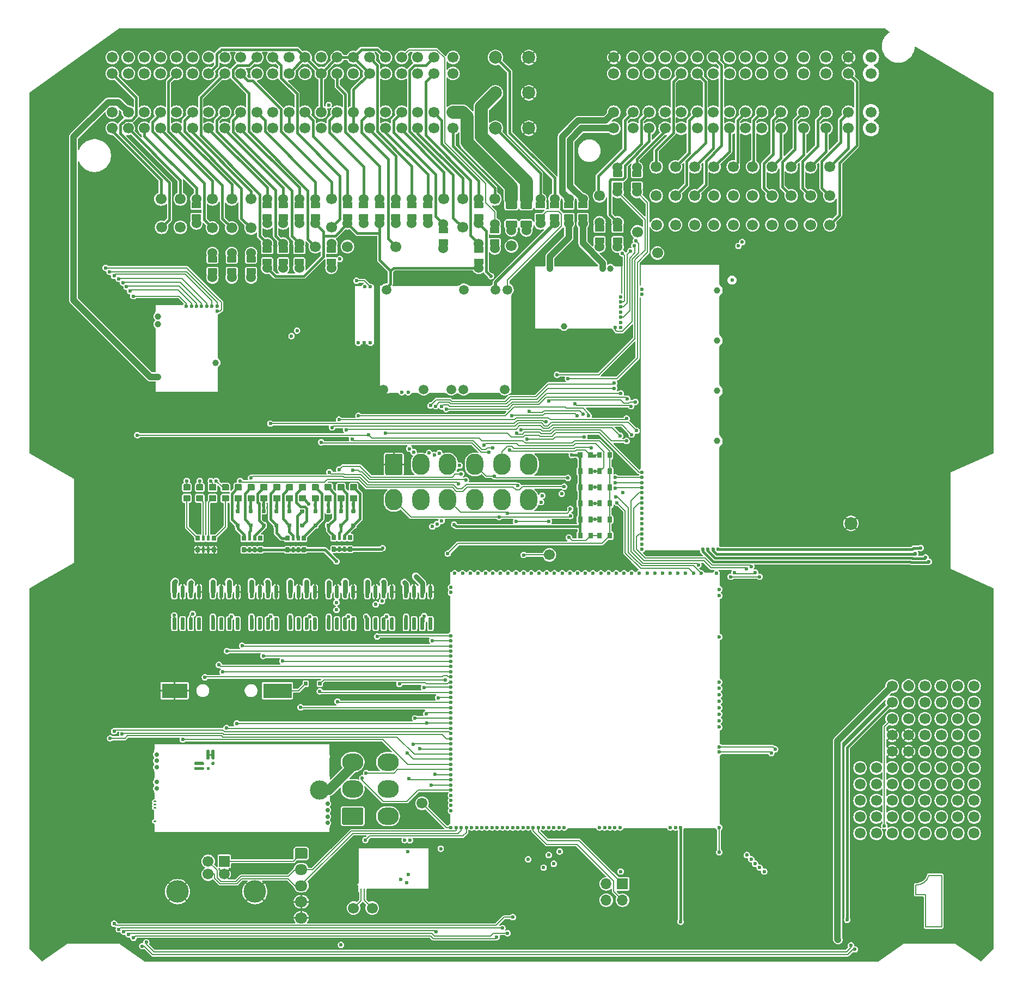
<source format=gtl>
G04 #@! TF.GenerationSoftware,KiCad,Pcbnew,8.0.2-8.0.2-0~ubuntu22.04.1*
G04 #@! TF.CreationDate,2024-05-13T13:37:30+00:00*
G04 #@! TF.ProjectId,hellen154hyundai,68656c6c-656e-4313-9534-6879756e6461,D*
G04 #@! TF.SameCoordinates,PX5f5e100PYc845880*
G04 #@! TF.FileFunction,Copper,L1,Top*
G04 #@! TF.FilePolarity,Positive*
%FSLAX46Y46*%
G04 Gerber Fmt 4.6, Leading zero omitted, Abs format (unit mm)*
G04 Created by KiCad (PCBNEW 8.0.2-8.0.2-0~ubuntu22.04.1) date 2024-05-13 13:37:30*
%MOMM*%
%LPD*%
G01*
G04 APERTURE LIST*
G04 #@! TA.AperFunction,EtchedComponent*
%ADD10C,0.200000*%
G04 #@! TD*
G04 #@! TA.AperFunction,ComponentPad*
%ADD11C,1.700000*%
G04 #@! TD*
G04 #@! TA.AperFunction,ComponentPad*
%ADD12O,1.950000X1.700000*%
G04 #@! TD*
G04 #@! TA.AperFunction,ComponentPad*
%ADD13C,1.524000*%
G04 #@! TD*
G04 #@! TA.AperFunction,ComponentPad*
%ADD14C,2.000000*%
G04 #@! TD*
G04 #@! TA.AperFunction,ComponentPad*
%ADD15R,1.700000X1.700000*%
G04 #@! TD*
G04 #@! TA.AperFunction,ComponentPad*
%ADD16C,3.500000*%
G04 #@! TD*
G04 #@! TA.AperFunction,ComponentPad*
%ADD17C,0.600000*%
G04 #@! TD*
G04 #@! TA.AperFunction,SMDPad,CuDef*
%ADD18R,12.500000X0.200000*%
G04 #@! TD*
G04 #@! TA.AperFunction,SMDPad,CuDef*
%ADD19R,0.200000X3.300000*%
G04 #@! TD*
G04 #@! TA.AperFunction,SMDPad,CuDef*
%ADD20R,0.200000X3.500000*%
G04 #@! TD*
G04 #@! TA.AperFunction,SMDPad,CuDef*
%ADD21R,0.200000X6.000000*%
G04 #@! TD*
G04 #@! TA.AperFunction,SMDPad,CuDef*
%ADD22R,0.200000X26.650000*%
G04 #@! TD*
G04 #@! TA.AperFunction,SMDPad,CuDef*
%ADD23R,0.200000X15.400000*%
G04 #@! TD*
G04 #@! TA.AperFunction,SMDPad,CuDef*
%ADD24R,8.500000X0.200000*%
G04 #@! TD*
G04 #@! TA.AperFunction,ComponentPad*
%ADD25C,1.000000*%
G04 #@! TD*
G04 #@! TA.AperFunction,ComponentPad*
%ADD26C,0.700000*%
G04 #@! TD*
G04 #@! TA.AperFunction,SMDPad,CuDef*
%ADD27C,3.000000*%
G04 #@! TD*
G04 #@! TA.AperFunction,SMDPad,CuDef*
%ADD28R,0.250000X3.000000*%
G04 #@! TD*
G04 #@! TA.AperFunction,SMDPad,CuDef*
%ADD29R,0.250000X1.100000*%
G04 #@! TD*
G04 #@! TA.AperFunction,SMDPad,CuDef*
%ADD30R,0.250000X0.980000*%
G04 #@! TD*
G04 #@! TA.AperFunction,SMDPad,CuDef*
%ADD31R,0.250000X1.450000*%
G04 #@! TD*
G04 #@! TA.AperFunction,SMDPad,CuDef*
%ADD32R,27.600000X0.250000*%
G04 #@! TD*
G04 #@! TA.AperFunction,SMDPad,CuDef*
%ADD33R,0.250000X1.950000*%
G04 #@! TD*
G04 #@! TA.AperFunction,SMDPad,CuDef*
%ADD34R,0.250000X0.950000*%
G04 #@! TD*
G04 #@! TA.AperFunction,ComponentPad*
%ADD35O,3.300000X2.700000*%
G04 #@! TD*
G04 #@! TA.AperFunction,SMDPad,CuDef*
%ADD36R,0.200000X2.300000*%
G04 #@! TD*
G04 #@! TA.AperFunction,SMDPad,CuDef*
%ADD37R,0.200000X10.700000*%
G04 #@! TD*
G04 #@! TA.AperFunction,SMDPad,CuDef*
%ADD38R,0.200000X2.100000*%
G04 #@! TD*
G04 #@! TA.AperFunction,SMDPad,CuDef*
%ADD39R,0.200000X5.400000*%
G04 #@! TD*
G04 #@! TA.AperFunction,SMDPad,CuDef*
%ADD40R,1.400000X0.200000*%
G04 #@! TD*
G04 #@! TA.AperFunction,SMDPad,CuDef*
%ADD41R,5.000000X0.200000*%
G04 #@! TD*
G04 #@! TA.AperFunction,SMDPad,CuDef*
%ADD42R,6.800000X0.200000*%
G04 #@! TD*
G04 #@! TA.AperFunction,SMDPad,CuDef*
%ADD43R,4.500000X0.200000*%
G04 #@! TD*
G04 #@! TA.AperFunction,SMDPad,CuDef*
%ADD44R,0.200000X1.600000*%
G04 #@! TD*
G04 #@! TA.AperFunction,SMDPad,CuDef*
%ADD45R,0.200000X5.700000*%
G04 #@! TD*
G04 #@! TA.AperFunction,SMDPad,CuDef*
%ADD46R,0.200000X2.000000*%
G04 #@! TD*
G04 #@! TA.AperFunction,ComponentPad*
%ADD47O,1.700000X1.700000*%
G04 #@! TD*
G04 #@! TA.AperFunction,SMDPad,CuDef*
%ADD48R,0.200000X4.400000*%
G04 #@! TD*
G04 #@! TA.AperFunction,SMDPad,CuDef*
%ADD49R,1.200000X0.200000*%
G04 #@! TD*
G04 #@! TA.AperFunction,SMDPad,CuDef*
%ADD50R,4.000000X0.200000*%
G04 #@! TD*
G04 #@! TA.AperFunction,SMDPad,CuDef*
%ADD51R,1.800000X0.200000*%
G04 #@! TD*
G04 #@! TA.AperFunction,SMDPad,CuDef*
%ADD52R,0.200000X10.000000*%
G04 #@! TD*
G04 #@! TA.AperFunction,ComponentPad*
%ADD53C,1.500000*%
G04 #@! TD*
G04 #@! TA.AperFunction,SMDPad,CuDef*
%ADD54O,3.300000X0.200000*%
G04 #@! TD*
G04 #@! TA.AperFunction,SMDPad,CuDef*
%ADD55O,10.200000X0.200000*%
G04 #@! TD*
G04 #@! TA.AperFunction,SMDPad,CuDef*
%ADD56O,0.300000X0.200000*%
G04 #@! TD*
G04 #@! TA.AperFunction,SMDPad,CuDef*
%ADD57O,0.200000X17.000000*%
G04 #@! TD*
G04 #@! TA.AperFunction,SMDPad,CuDef*
%ADD58O,0.200000X15.400000*%
G04 #@! TD*
G04 #@! TA.AperFunction,SMDPad,CuDef*
%ADD59O,4.800000X0.200000*%
G04 #@! TD*
G04 #@! TA.AperFunction,SMDPad,CuDef*
%ADD60O,2.600000X0.200000*%
G04 #@! TD*
G04 #@! TA.AperFunction,SMDPad,CuDef*
%ADD61O,1.000000X0.200000*%
G04 #@! TD*
G04 #@! TA.AperFunction,SMDPad,CuDef*
%ADD62O,1.500000X0.200000*%
G04 #@! TD*
G04 #@! TA.AperFunction,SMDPad,CuDef*
%ADD63R,4.399991X2.299995*%
G04 #@! TD*
G04 #@! TA.AperFunction,SMDPad,CuDef*
%ADD64R,3.999992X2.299995*%
G04 #@! TD*
G04 #@! TA.AperFunction,ComponentPad*
%ADD65O,2.700000X3.300000*%
G04 #@! TD*
G04 #@! TA.AperFunction,SMDPad,CuDef*
%ADD66R,4.400000X0.200000*%
G04 #@! TD*
G04 #@! TA.AperFunction,SMDPad,CuDef*
%ADD67R,0.200000X1.200000*%
G04 #@! TD*
G04 #@! TA.AperFunction,SMDPad,CuDef*
%ADD68R,0.200000X6.800000*%
G04 #@! TD*
G04 #@! TA.AperFunction,SMDPad,CuDef*
%ADD69R,0.200000X4.000000*%
G04 #@! TD*
G04 #@! TA.AperFunction,SMDPad,CuDef*
%ADD70R,0.200000X1.800000*%
G04 #@! TD*
G04 #@! TA.AperFunction,SMDPad,CuDef*
%ADD71R,10.000000X0.200000*%
G04 #@! TD*
G04 #@! TA.AperFunction,SMDPad,CuDef*
%ADD72C,2.000000*%
G04 #@! TD*
G04 #@! TA.AperFunction,SMDPad,CuDef*
%ADD73O,0.200000X5.669999*%
G04 #@! TD*
G04 #@! TA.AperFunction,SMDPad,CuDef*
%ADD74O,11.100001X0.200000*%
G04 #@! TD*
G04 #@! TA.AperFunction,SMDPad,CuDef*
%ADD75O,9.800001X0.399999*%
G04 #@! TD*
G04 #@! TA.AperFunction,SMDPad,CuDef*
%ADD76O,0.499999X0.250000*%
G04 #@! TD*
G04 #@! TA.AperFunction,SMDPad,CuDef*
%ADD77O,0.200000X6.799999*%
G04 #@! TD*
G04 #@! TA.AperFunction,SMDPad,CuDef*
%ADD78O,0.250000X0.499999*%
G04 #@! TD*
G04 #@! TA.AperFunction,ComponentPad*
%ADD79C,0.599999*%
G04 #@! TD*
G04 #@! TA.AperFunction,SMDPad,CuDef*
%ADD80O,1.200000X0.200000*%
G04 #@! TD*
G04 #@! TA.AperFunction,SMDPad,CuDef*
%ADD81O,0.200000X9.300000*%
G04 #@! TD*
G04 #@! TA.AperFunction,ViaPad*
%ADD82C,0.600000*%
G04 #@! TD*
G04 #@! TA.AperFunction,Conductor*
%ADD83C,0.200000*%
G04 #@! TD*
G04 #@! TA.AperFunction,Conductor*
%ADD84C,0.400000*%
G04 #@! TD*
G04 #@! TA.AperFunction,Conductor*
%ADD85C,0.800000*%
G04 #@! TD*
G04 #@! TA.AperFunction,Conductor*
%ADD86C,0.500000*%
G04 #@! TD*
G04 #@! TA.AperFunction,Conductor*
%ADD87C,1.000000*%
G04 #@! TD*
G04 #@! TA.AperFunction,Conductor*
%ADD88C,2.000000*%
G04 #@! TD*
G04 #@! TA.AperFunction,Conductor*
%ADD89C,0.150000*%
G04 #@! TD*
G04 #@! TA.AperFunction,Conductor*
%ADD90C,0.250000*%
G04 #@! TD*
G04 #@! TA.AperFunction,Conductor*
%ADD91C,1.500000*%
G04 #@! TD*
G04 APERTURE END LIST*
D10*
G04 #@! TO.C,G3*
X144905350Y15407713D02*
X144905350Y16907713D01*
X144905350Y15407713D02*
X146405350Y15407713D01*
X146405350Y15407713D02*
X146405350Y10407713D01*
X146405350Y10407713D02*
X148905350Y10407713D01*
X148905350Y18407713D02*
X146905350Y18407713D01*
X148905350Y10407713D02*
X148905350Y18407713D01*
X146905350Y18407713D02*
G75*
G02*
X144905350Y16907713I-1921601J478801D01*
G01*
G04 #@! TD*
D11*
G04 #@! TO.P,P37,1,Pin_1*
G04 #@! TO.N,Net-(P37-Pin_1)*
X104500000Y128500000D03*
G04 #@! TD*
G04 #@! TO.P,J1,1,Pin_1*
G04 #@! TO.N,/VBUS*
G04 #@! TA.AperFunction,ComponentPad*
G36*
G01*
X48575000Y22650000D02*
X50025000Y22650000D01*
G75*
G02*
X50275000Y22400000I0J-250000D01*
G01*
X50275000Y21200000D01*
G75*
G02*
X50025000Y20950000I-250000J0D01*
G01*
X48575000Y20950000D01*
G75*
G02*
X48325000Y21200000I0J250000D01*
G01*
X48325000Y22400000D01*
G75*
G02*
X48575000Y22650000I250000J0D01*
G01*
G37*
G04 #@! TD.AperFunction*
D12*
G04 #@! TO.P,J1,2,Pin_2*
G04 #@! TO.N,/USB-*
X49300000Y19300000D03*
G04 #@! TO.P,J1,3,Pin_3*
G04 #@! TO.N,/USB+*
X49300000Y16800000D03*
G04 #@! TO.P,J1,4,Pin_4*
G04 #@! TO.N,GND*
X49300000Y14300000D03*
G04 #@! TO.P,J1,5,Pin_5*
X49300000Y11800000D03*
G04 #@! TD*
D11*
G04 #@! TO.P,P33,1,Pin_1*
G04 #@! TO.N,Net-(P33-Pin_1)*
X128500000Y119500000D03*
G04 #@! TD*
G04 #@! TO.P,P46,1,Pin_1*
G04 #@! TO.N,Net-(P46-Pin_1)*
X113500000Y124000000D03*
G04 #@! TD*
D13*
G04 #@! TO.P,F1,1,1*
G04 #@! TO.N,Net-(P1B-4)*
X84300000Y123500000D03*
G04 #@! TA.AperFunction,SMDPad,CuDef*
G36*
G01*
X83400000Y122155010D02*
X83400000Y122845010D01*
G75*
G02*
X83630000Y123075010I230000J0D01*
G01*
X84970000Y123075010D01*
G75*
G02*
X85200000Y122845010I0J-230000D01*
G01*
X85200000Y122155010D01*
G75*
G02*
X84970000Y121925010I-230000J0D01*
G01*
X83630000Y121925010D01*
G75*
G02*
X83400000Y122155010I0J230000D01*
G01*
G37*
G04 #@! TD.AperFunction*
G04 #@! TO.P,F1,2,2*
G04 #@! TO.N,+12V_FROM_MAIN_RELAY*
G04 #@! TA.AperFunction,SMDPad,CuDef*
G36*
G01*
X83400000Y119254990D02*
X83400000Y119944990D01*
G75*
G02*
X83630000Y120174990I230000J0D01*
G01*
X84970000Y120174990D01*
G75*
G02*
X85200000Y119944990I0J-230000D01*
G01*
X85200000Y119254990D01*
G75*
G02*
X84970000Y119024990I-230000J0D01*
G01*
X83630000Y119024990D01*
G75*
G02*
X83400000Y119254990I0J230000D01*
G01*
G37*
G04 #@! TD.AperFunction*
X84300000Y118600000D03*
G04 #@! TD*
G04 #@! TO.P,U4,1,IN1*
G04 #@! TO.N,Net-(U4-IN1)*
G04 #@! TA.AperFunction,SMDPad,CuDef*
G36*
G01*
X41740000Y56550000D02*
X41440000Y56550000D01*
G75*
G02*
X41290000Y56700000I0J150000D01*
G01*
X41290000Y58350000D01*
G75*
G02*
X41440000Y58500000I150000J0D01*
G01*
X41740000Y58500000D01*
G75*
G02*
X41890000Y58350000I0J-150000D01*
G01*
X41890000Y56700000D01*
G75*
G02*
X41740000Y56550000I-150000J0D01*
G01*
G37*
G04 #@! TD.AperFunction*
G04 #@! TO.P,U4,2,STATUS1*
G04 #@! TO.N,unconnected-(U4-STATUS1-Pad2)*
G04 #@! TA.AperFunction,SMDPad,CuDef*
G36*
G01*
X43010000Y56550000D02*
X42710000Y56550000D01*
G75*
G02*
X42560000Y56700000I0J150000D01*
G01*
X42560000Y58350000D01*
G75*
G02*
X42710000Y58500000I150000J0D01*
G01*
X43010000Y58500000D01*
G75*
G02*
X43160000Y58350000I0J-150000D01*
G01*
X43160000Y56700000D01*
G75*
G02*
X43010000Y56550000I-150000J0D01*
G01*
G37*
G04 #@! TD.AperFunction*
G04 #@! TO.P,U4,3,IN2*
G04 #@! TO.N,Net-(U4-IN2)*
G04 #@! TA.AperFunction,SMDPad,CuDef*
G36*
G01*
X44280000Y56550000D02*
X43980000Y56550000D01*
G75*
G02*
X43830000Y56700000I0J150000D01*
G01*
X43830000Y58350000D01*
G75*
G02*
X43980000Y58500000I150000J0D01*
G01*
X44280000Y58500000D01*
G75*
G02*
X44430000Y58350000I0J-150000D01*
G01*
X44430000Y56700000D01*
G75*
G02*
X44280000Y56550000I-150000J0D01*
G01*
G37*
G04 #@! TD.AperFunction*
G04 #@! TO.P,U4,4,STATUS2*
G04 #@! TO.N,unconnected-(U4-STATUS2-Pad4)*
G04 #@! TA.AperFunction,SMDPad,CuDef*
G36*
G01*
X45550000Y56550000D02*
X45250000Y56550000D01*
G75*
G02*
X45100000Y56700000I0J150000D01*
G01*
X45100000Y58350000D01*
G75*
G02*
X45250000Y58500000I150000J0D01*
G01*
X45550000Y58500000D01*
G75*
G02*
X45700000Y58350000I0J-150000D01*
G01*
X45700000Y56700000D01*
G75*
G02*
X45550000Y56550000I-150000J0D01*
G01*
G37*
G04 #@! TD.AperFunction*
G04 #@! TO.P,U4,5,S2*
G04 #@! TO.N,GND*
G04 #@! TA.AperFunction,SMDPad,CuDef*
G36*
G01*
X45550000Y61500000D02*
X45250000Y61500000D01*
G75*
G02*
X45100000Y61650000I0J150000D01*
G01*
X45100000Y63300000D01*
G75*
G02*
X45250000Y63450000I150000J0D01*
G01*
X45550000Y63450000D01*
G75*
G02*
X45700000Y63300000I0J-150000D01*
G01*
X45700000Y61650000D01*
G75*
G02*
X45550000Y61500000I-150000J0D01*
G01*
G37*
G04 #@! TD.AperFunction*
G04 #@! TO.P,U4,6,D2*
G04 #@! TO.N,/OUT_CVVT1*
G04 #@! TA.AperFunction,SMDPad,CuDef*
G36*
G01*
X44280000Y61500000D02*
X43980000Y61500000D01*
G75*
G02*
X43830000Y61650000I0J150000D01*
G01*
X43830000Y63300000D01*
G75*
G02*
X43980000Y63450000I150000J0D01*
G01*
X44280000Y63450000D01*
G75*
G02*
X44430000Y63300000I0J-150000D01*
G01*
X44430000Y61650000D01*
G75*
G02*
X44280000Y61500000I-150000J0D01*
G01*
G37*
G04 #@! TD.AperFunction*
G04 #@! TO.P,U4,7,S1*
G04 #@! TO.N,GND*
G04 #@! TA.AperFunction,SMDPad,CuDef*
G36*
G01*
X43010000Y61500000D02*
X42710000Y61500000D01*
G75*
G02*
X42560000Y61650000I0J150000D01*
G01*
X42560000Y63300000D01*
G75*
G02*
X42710000Y63450000I150000J0D01*
G01*
X43010000Y63450000D01*
G75*
G02*
X43160000Y63300000I0J-150000D01*
G01*
X43160000Y61650000D01*
G75*
G02*
X43010000Y61500000I-150000J0D01*
G01*
G37*
G04 #@! TD.AperFunction*
G04 #@! TO.P,U4,8,D1*
G04 #@! TO.N,/OUT_CVVT2*
G04 #@! TA.AperFunction,SMDPad,CuDef*
G36*
G01*
X41740000Y61500000D02*
X41440000Y61500000D01*
G75*
G02*
X41290000Y61650000I0J150000D01*
G01*
X41290000Y63300000D01*
G75*
G02*
X41440000Y63450000I150000J0D01*
G01*
X41740000Y63450000D01*
G75*
G02*
X41890000Y63300000I0J-150000D01*
G01*
X41890000Y61650000D01*
G75*
G02*
X41740000Y61500000I-150000J0D01*
G01*
G37*
G04 #@! TD.AperFunction*
G04 #@! TD*
D11*
G04 #@! TO.P,P85,1,Pin_1*
G04 #@! TO.N,Net-(M1-USBID)*
X68100000Y29600000D03*
G04 #@! TD*
G04 #@! TO.P,R14,1*
G04 #@! TO.N,/DIN1*
G04 #@! TA.AperFunction,SMDPad,CuDef*
G36*
G01*
X95350000Y75810000D02*
X95350000Y76590000D01*
G75*
G02*
X95420000Y76660000I70000J0D01*
G01*
X95980000Y76660000D01*
G75*
G02*
X96050000Y76590000I0J-70000D01*
G01*
X96050000Y75810000D01*
G75*
G02*
X95980000Y75740000I-70000J0D01*
G01*
X95420000Y75740000D01*
G75*
G02*
X95350000Y75810000I0J70000D01*
G01*
G37*
G04 #@! TD.AperFunction*
G04 #@! TO.P,R14,2*
G04 #@! TO.N,+5VA*
G04 #@! TA.AperFunction,SMDPad,CuDef*
G36*
G01*
X96950000Y75810000D02*
X96950000Y76590000D01*
G75*
G02*
X97020000Y76660000I70000J0D01*
G01*
X97580000Y76660000D01*
G75*
G02*
X97650000Y76590000I0J-70000D01*
G01*
X97650000Y75810000D01*
G75*
G02*
X97580000Y75740000I-70000J0D01*
G01*
X97020000Y75740000D01*
G75*
G02*
X96950000Y75810000I0J70000D01*
G01*
G37*
G04 #@! TD.AperFunction*
G04 #@! TD*
G04 #@! TO.P,P53,1,Pin_1*
G04 #@! TO.N,Net-(P53-Pin_1)*
X122500000Y128500000D03*
G04 #@! TD*
G04 #@! TO.P,U9,1,IN1*
G04 #@! TO.N,Net-(U9-IN1)*
G04 #@! TA.AperFunction,SMDPad,CuDef*
G36*
G01*
X65745000Y56550000D02*
X65445000Y56550000D01*
G75*
G02*
X65295000Y56700000I0J150000D01*
G01*
X65295000Y58350000D01*
G75*
G02*
X65445000Y58500000I150000J0D01*
G01*
X65745000Y58500000D01*
G75*
G02*
X65895000Y58350000I0J-150000D01*
G01*
X65895000Y56700000D01*
G75*
G02*
X65745000Y56550000I-150000J0D01*
G01*
G37*
G04 #@! TD.AperFunction*
G04 #@! TO.P,U9,2,STATUS1*
G04 #@! TO.N,unconnected-(U9-STATUS1-Pad2)*
G04 #@! TA.AperFunction,SMDPad,CuDef*
G36*
G01*
X67015000Y56550000D02*
X66715000Y56550000D01*
G75*
G02*
X66565000Y56700000I0J150000D01*
G01*
X66565000Y58350000D01*
G75*
G02*
X66715000Y58500000I150000J0D01*
G01*
X67015000Y58500000D01*
G75*
G02*
X67165000Y58350000I0J-150000D01*
G01*
X67165000Y56700000D01*
G75*
G02*
X67015000Y56550000I-150000J0D01*
G01*
G37*
G04 #@! TD.AperFunction*
G04 #@! TO.P,U9,3,IN2*
G04 #@! TO.N,Net-(U9-IN2)*
G04 #@! TA.AperFunction,SMDPad,CuDef*
G36*
G01*
X68285000Y56550000D02*
X67985000Y56550000D01*
G75*
G02*
X67835000Y56700000I0J150000D01*
G01*
X67835000Y58350000D01*
G75*
G02*
X67985000Y58500000I150000J0D01*
G01*
X68285000Y58500000D01*
G75*
G02*
X68435000Y58350000I0J-150000D01*
G01*
X68435000Y56700000D01*
G75*
G02*
X68285000Y56550000I-150000J0D01*
G01*
G37*
G04 #@! TD.AperFunction*
G04 #@! TO.P,U9,4,STATUS2*
G04 #@! TO.N,unconnected-(U9-STATUS2-Pad4)*
G04 #@! TA.AperFunction,SMDPad,CuDef*
G36*
G01*
X69555000Y56550000D02*
X69255000Y56550000D01*
G75*
G02*
X69105000Y56700000I0J150000D01*
G01*
X69105000Y58350000D01*
G75*
G02*
X69255000Y58500000I150000J0D01*
G01*
X69555000Y58500000D01*
G75*
G02*
X69705000Y58350000I0J-150000D01*
G01*
X69705000Y56700000D01*
G75*
G02*
X69555000Y56550000I-150000J0D01*
G01*
G37*
G04 #@! TD.AperFunction*
G04 #@! TO.P,U9,5,S2*
G04 #@! TO.N,GND*
G04 #@! TA.AperFunction,SMDPad,CuDef*
G36*
G01*
X69555000Y61500000D02*
X69255000Y61500000D01*
G75*
G02*
X69105000Y61650000I0J150000D01*
G01*
X69105000Y63300000D01*
G75*
G02*
X69255000Y63450000I150000J0D01*
G01*
X69555000Y63450000D01*
G75*
G02*
X69705000Y63300000I0J-150000D01*
G01*
X69705000Y61650000D01*
G75*
G02*
X69555000Y61500000I-150000J0D01*
G01*
G37*
G04 #@! TD.AperFunction*
G04 #@! TO.P,U9,6,D2*
G04 #@! TO.N,/OUT_AUX_LS2*
G04 #@! TA.AperFunction,SMDPad,CuDef*
G36*
G01*
X68285000Y61500000D02*
X67985000Y61500000D01*
G75*
G02*
X67835000Y61650000I0J150000D01*
G01*
X67835000Y63300000D01*
G75*
G02*
X67985000Y63450000I150000J0D01*
G01*
X68285000Y63450000D01*
G75*
G02*
X68435000Y63300000I0J-150000D01*
G01*
X68435000Y61650000D01*
G75*
G02*
X68285000Y61500000I-150000J0D01*
G01*
G37*
G04 #@! TD.AperFunction*
G04 #@! TO.P,U9,7,S1*
G04 #@! TO.N,GND*
G04 #@! TA.AperFunction,SMDPad,CuDef*
G36*
G01*
X67015000Y61500000D02*
X66715000Y61500000D01*
G75*
G02*
X66565000Y61650000I0J150000D01*
G01*
X66565000Y63300000D01*
G75*
G02*
X66715000Y63450000I150000J0D01*
G01*
X67015000Y63450000D01*
G75*
G02*
X67165000Y63300000I0J-150000D01*
G01*
X67165000Y61650000D01*
G75*
G02*
X67015000Y61500000I-150000J0D01*
G01*
G37*
G04 #@! TD.AperFunction*
G04 #@! TO.P,U9,8,D1*
G04 #@! TO.N,/OUT_AUX_LS1*
G04 #@! TA.AperFunction,SMDPad,CuDef*
G36*
G01*
X65745000Y61500000D02*
X65445000Y61500000D01*
G75*
G02*
X65295000Y61650000I0J150000D01*
G01*
X65295000Y63300000D01*
G75*
G02*
X65445000Y63450000I150000J0D01*
G01*
X65745000Y63450000D01*
G75*
G02*
X65895000Y63300000I0J-150000D01*
G01*
X65895000Y61650000D01*
G75*
G02*
X65745000Y61500000I-150000J0D01*
G01*
G37*
G04 #@! TD.AperFunction*
G04 #@! TD*
G04 #@! TO.P,G9,1*
G04 #@! TO.N,Net-(G9-Pad1)*
X151406545Y24944788D03*
G04 #@! TO.P,G9,2*
G04 #@! TO.N,Net-(G9-Pad2)*
X151406545Y27484788D03*
G04 #@! TO.P,G9,3*
G04 #@! TO.N,Net-(G9-Pad3)*
X151406545Y30024788D03*
G04 #@! TO.P,G9,4*
G04 #@! TO.N,Net-(G9-Pad4)*
X151406545Y32564788D03*
G04 #@! TO.P,G9,5*
G04 #@! TO.N,Net-(G9-Pad10)*
X151406545Y35104788D03*
G04 #@! TO.P,G9,6*
G04 #@! TO.N,Net-(G9-Pad1)*
X153946545Y24944788D03*
G04 #@! TO.P,G9,7*
G04 #@! TO.N,Net-(G9-Pad2)*
X153946545Y27484788D03*
G04 #@! TO.P,G9,8*
G04 #@! TO.N,Net-(G9-Pad3)*
X153946545Y30024788D03*
G04 #@! TO.P,G9,9*
G04 #@! TO.N,Net-(G9-Pad4)*
X153946545Y32564788D03*
G04 #@! TO.P,G9,10*
G04 #@! TO.N,Net-(G9-Pad10)*
X153946545Y35104788D03*
G04 #@! TD*
G04 #@! TO.P,P14,1,Pin_1*
G04 #@! TO.N,Net-(P14-Pin_1)*
X79400000Y123505000D03*
G04 #@! TD*
G04 #@! TO.P,P1,1,1*
G04 #@! TO.N,/OUT_IGN4*
X137912500Y145500000D03*
G04 #@! TO.P,P1,2,2*
G04 #@! TO.N,GND*
X134412500Y145500000D03*
G04 #@! TO.P,P1,3,3*
G04 #@! TO.N,Net-(P23-Pin_1)*
X130912500Y145500000D03*
G04 #@! TO.P,P1,4,4*
G04 #@! TO.N,Net-(P24-Pin_1)*
X127412500Y145500000D03*
G04 #@! TO.P,P1,5,5*
G04 #@! TO.N,Net-(P25-Pin_1)*
X123912500Y145500000D03*
G04 #@! TO.P,P1,6,6*
G04 #@! TO.N,Net-(P26-Pin_1)*
X120912500Y145500000D03*
G04 #@! TO.P,P1,7,7*
G04 #@! TO.N,Net-(P27-Pin_1)*
X118412500Y145500000D03*
G04 #@! TO.P,P1,8,8*
G04 #@! TO.N,Net-(P28-Pin_1)*
X115912500Y145500000D03*
G04 #@! TO.P,P1,9,9*
G04 #@! TO.N,Net-(P29-Pin_1)*
X113412500Y145500000D03*
G04 #@! TO.P,P1,10,10*
G04 #@! TO.N,unconnected-(P1-Pad10)*
X110912500Y145500000D03*
G04 #@! TO.P,P1,11,11*
G04 #@! TO.N,unconnected-(P1-Pad11)*
X108412500Y145500000D03*
G04 #@! TO.P,P1,12,12*
G04 #@! TO.N,unconnected-(P1-Pad12)*
X105912500Y145500000D03*
G04 #@! TO.P,P1,13,13*
G04 #@! TO.N,Net-(P30-Pin_1)*
X103412500Y145500000D03*
G04 #@! TO.P,P1,14,14*
G04 #@! TO.N,Net-(P31-Pin_1)*
X100912500Y145500000D03*
G04 #@! TO.P,P1,15,15*
G04 #@! TO.N,GND*
X97912500Y145500000D03*
G04 #@! TO.P,P1,16,16*
G04 #@! TO.N,/OUT_IGN2*
X137912500Y143000000D03*
G04 #@! TO.P,P1,17,17*
G04 #@! TO.N,Net-(P32-Pin_1)*
X134412500Y143000000D03*
G04 #@! TO.P,P1,18,18*
G04 #@! TO.N,Net-(P33-Pin_1)*
X130912500Y143000000D03*
G04 #@! TO.P,P1,19,19*
G04 #@! TO.N,Net-(P34-Pin_1)*
X127412500Y143000000D03*
G04 #@! TO.P,P1,20,20*
G04 #@! TO.N,Net-(P35-Pin_1)*
X123912500Y143000000D03*
G04 #@! TO.P,P1,21,21*
G04 #@! TO.N,unconnected-(P1-Pad21)*
X120912500Y143000000D03*
G04 #@! TO.P,P1,22,22*
G04 #@! TO.N,unconnected-(P1-Pad22)*
X118412500Y143000000D03*
G04 #@! TO.P,P1,23,23*
G04 #@! TO.N,unconnected-(P1-Pad23)*
X115912500Y143000000D03*
G04 #@! TO.P,P1,24,24*
G04 #@! TO.N,unconnected-(P1-Pad24)*
X113412500Y143000000D03*
G04 #@! TO.P,P1,25,25*
G04 #@! TO.N,Net-(P36-Pin_1)*
X110912500Y143000000D03*
G04 #@! TO.P,P1,26,26*
G04 #@! TO.N,Net-(P37-Pin_1)*
X108412500Y143000000D03*
G04 #@! TO.P,P1,27,27*
G04 #@! TO.N,Net-(P38-Pin_1)*
X105912500Y143000000D03*
G04 #@! TO.P,P1,28,28*
G04 #@! TO.N,unconnected-(P1-Pad28)*
X103412500Y143000000D03*
G04 #@! TO.P,P1,29,29*
G04 #@! TO.N,Net-(P1-Pad29)*
X100912500Y143000000D03*
G04 #@! TO.P,P1,30,30*
G04 #@! TO.N,Net-(P39-Pin_1)*
X97912500Y143000000D03*
G04 #@! TO.P,P1,31,31*
G04 #@! TO.N,/OUT_IGN1*
X137912500Y137000000D03*
G04 #@! TO.P,P1,32,32*
G04 #@! TO.N,Net-(P40-Pin_1)*
X134412500Y137000000D03*
G04 #@! TO.P,P1,33,33*
G04 #@! TO.N,Net-(P41-Pin_1)*
X130912500Y137000000D03*
G04 #@! TO.P,P1,34,34*
G04 #@! TO.N,Net-(P42-Pin_1)*
X127412500Y137000000D03*
G04 #@! TO.P,P1,35,35*
G04 #@! TO.N,Net-(P43-Pin_1)*
X123912500Y137000000D03*
G04 #@! TO.P,P1,36,36*
G04 #@! TO.N,Net-(P44-Pin_1)*
X120912500Y137000000D03*
G04 #@! TO.P,P1,37,37*
G04 #@! TO.N,Net-(P45-Pin_1)*
X118412500Y137000000D03*
G04 #@! TO.P,P1,38,38*
G04 #@! TO.N,Net-(P46-Pin_1)*
X115912500Y137000000D03*
G04 #@! TO.P,P1,39,39*
G04 #@! TO.N,unconnected-(P1-Pad39)*
X113412500Y137000000D03*
G04 #@! TO.P,P1,40,40*
G04 #@! TO.N,Net-(P47-Pin_1)*
X110912500Y137000000D03*
G04 #@! TO.P,P1,41,41*
G04 #@! TO.N,unconnected-(P1-Pad41)*
X108412500Y137000000D03*
G04 #@! TO.P,P1,42,42*
G04 #@! TO.N,Net-(P48-Pin_1)*
X105912500Y137000000D03*
G04 #@! TO.P,P1,43,43*
G04 #@! TO.N,Net-(P1-Pad43)*
X103412500Y137000000D03*
G04 #@! TO.P,P1,44,44*
G04 #@! TO.N,Net-(P49-Pin_1)*
X100912500Y137000000D03*
G04 #@! TO.P,P1,45,45*
G04 #@! TO.N,Net-(P1-Pad45)*
X97912500Y137000000D03*
G04 #@! TO.P,P1,46,46*
G04 #@! TO.N,/OUT_IGN3*
X137912500Y134500000D03*
G04 #@! TO.P,P1,47,47*
G04 #@! TO.N,Net-(P50-Pin_1)*
X134412500Y134500000D03*
G04 #@! TO.P,P1,48,48*
G04 #@! TO.N,Net-(P51-Pin_1)*
X130912500Y134500000D03*
G04 #@! TO.P,P1,49,49*
G04 #@! TO.N,Net-(P52-Pin_1)*
X127412500Y134500000D03*
G04 #@! TO.P,P1,50,50*
G04 #@! TO.N,Net-(P53-Pin_1)*
X123912500Y134500000D03*
G04 #@! TO.P,P1,51,51*
G04 #@! TO.N,unconnected-(P1-Pad51)*
X120912500Y134500000D03*
G04 #@! TO.P,P1,52,52*
G04 #@! TO.N,unconnected-(P1-Pad52)*
X118412500Y134500000D03*
G04 #@! TO.P,P1,53,53*
G04 #@! TO.N,Net-(P54-Pin_1)*
X115912500Y134500000D03*
G04 #@! TO.P,P1,54,54*
G04 #@! TO.N,Net-(P55-Pin_1)*
X113412500Y134500000D03*
G04 #@! TO.P,P1,55,55*
G04 #@! TO.N,unconnected-(P1-Pad55)*
X110912500Y134500000D03*
G04 #@! TO.P,P1,56,56*
G04 #@! TO.N,unconnected-(P1-Pad56)*
X108412500Y134500000D03*
G04 #@! TO.P,P1,57,57*
G04 #@! TO.N,Net-(P1-Pad57)*
X105912500Y134500000D03*
G04 #@! TO.P,P1,58,58*
G04 #@! TO.N,Net-(P1-Pad58)*
X103412500Y134500000D03*
G04 #@! TO.P,P1,59,59*
G04 #@! TO.N,unconnected-(P1-Pad59)*
X100912500Y134500000D03*
G04 #@! TO.P,P1,60,60*
G04 #@! TO.N,Net-(P1-Pad60)*
X97912500Y134500000D03*
D14*
G04 #@! TO.P,P1,61,1*
G04 #@! TO.N,GND*
X84712500Y145500000D03*
G04 #@! TO.P,P1,62,2*
G04 #@! TO.N,Net-(P1B-2)*
X79512500Y145500000D03*
G04 #@! TO.P,P1,63,3*
G04 #@! TO.N,GND*
X84712500Y140000000D03*
G04 #@! TO.P,P1,64,4*
G04 #@! TO.N,Net-(P1B-4)*
X79512500Y140000000D03*
G04 #@! TO.P,P1,65,5*
G04 #@! TO.N,GND*
X84712500Y134500000D03*
G04 #@! TO.P,P1,66,6*
G04 #@! TO.N,Net-(P1B-6)*
X79512500Y134500000D03*
D11*
G04 #@! TO.P,P1,67,7*
G04 #@! TO.N,unconnected-(P1B-7-Pad67)*
X72912500Y145500000D03*
G04 #@! TO.P,P1,68,8*
G04 #@! TO.N,Net-(P1B-8)*
X69912500Y145500000D03*
G04 #@! TO.P,P1,69,9*
G04 #@! TO.N,Net-(P1B-9)*
X67412500Y145500000D03*
G04 #@! TO.P,P1,70,10*
G04 #@! TO.N,Net-(P1B-10)*
X64912500Y145500000D03*
G04 #@! TO.P,P1,71,11*
G04 #@! TO.N,GNDA*
X62412500Y145500000D03*
G04 #@! TO.P,P1,72,12*
G04 #@! TO.N,Net-(P1B-12)*
X59912500Y145500000D03*
G04 #@! TO.P,P1,73,13*
G04 #@! TO.N,GNDA*
X57412500Y145500000D03*
G04 #@! TO.P,P1,74,14*
X54912500Y145500000D03*
G04 #@! TO.P,P1,75,15*
G04 #@! TO.N,/IN_CAM2*
X52412500Y145500000D03*
G04 #@! TO.P,P1,76,16*
G04 #@! TO.N,GNDA*
X49912500Y145500000D03*
G04 #@! TO.P,P1,77,17*
G04 #@! TO.N,/IN_CRANK*
X47412500Y145500000D03*
G04 #@! TO.P,P1,78,18*
G04 #@! TO.N,Net-(P1B-18)*
X44912500Y145500000D03*
G04 #@! TO.P,P1,79,19*
G04 #@! TO.N,Net-(P1B-19)*
X42412500Y145500000D03*
G04 #@! TO.P,P1,80,20*
G04 #@! TO.N,Net-(P1B-20)*
X39912500Y145500000D03*
G04 #@! TO.P,P1,81,21*
G04 #@! TO.N,Net-(P1B-21)*
X37412500Y145500000D03*
G04 #@! TO.P,P1,82,22*
G04 #@! TO.N,Net-(P1B-22)*
X34912500Y145500000D03*
G04 #@! TO.P,P1,83,23*
G04 #@! TO.N,unconnected-(P1B-23-Pad83)*
X32412500Y145500000D03*
G04 #@! TO.P,P1,84,24*
G04 #@! TO.N,unconnected-(P1B-24-Pad84)*
X29912500Y145500000D03*
G04 #@! TO.P,P1,85,25*
G04 #@! TO.N,/OUT_INJ1*
X27412500Y145500000D03*
G04 #@! TO.P,P1,86,26*
G04 #@! TO.N,/OUT_INJ2*
X24912500Y145500000D03*
G04 #@! TO.P,P1,87,27*
G04 #@! TO.N,/OUT_INJ3*
X22412500Y145500000D03*
G04 #@! TO.P,P1,88,28*
G04 #@! TO.N,/OUT_INJ4*
X19912500Y145500000D03*
G04 #@! TO.P,P1,89,29*
G04 #@! TO.N,unconnected-(P1B-29-Pad89)*
X72912500Y143000000D03*
G04 #@! TO.P,P1,90,30*
G04 #@! TO.N,Net-(P1B-30)*
X69912500Y143000000D03*
G04 #@! TO.P,P1,91,31*
G04 #@! TO.N,/IN_MAP1*
X67412500Y143000000D03*
G04 #@! TO.P,P1,92,32*
G04 #@! TO.N,/IN_TPS2*
X64912500Y143000000D03*
G04 #@! TO.P,P1,93,33*
G04 #@! TO.N,/IN_CLT*
X62412500Y143000000D03*
G04 #@! TO.P,P1,94,34*
G04 #@! TO.N,GNDA*
X59912500Y143000000D03*
G04 #@! TO.P,P1,95,35*
G04 #@! TO.N,/IN_PPS2*
X57412500Y143000000D03*
G04 #@! TO.P,P1,96,36*
G04 #@! TO.N,Net-(P1B-36)*
X54912500Y143000000D03*
G04 #@! TO.P,P1,97,37*
G04 #@! TO.N,GNDA*
X52412500Y143000000D03*
G04 #@! TO.P,P1,98,38*
G04 #@! TO.N,Net-(P1B-38)*
X49912500Y143000000D03*
G04 #@! TO.P,P1,99,39*
G04 #@! TO.N,GNDA*
X47412500Y143000000D03*
G04 #@! TO.P,P1,100,40*
G04 #@! TO.N,Net-(P1B-40)*
X44912500Y143000000D03*
G04 #@! TO.P,P1,101,41*
G04 #@! TO.N,unconnected-(P1B-41-Pad101)*
X42412500Y143000000D03*
G04 #@! TO.P,P1,102,42*
G04 #@! TO.N,Net-(P1B-42)*
X39912500Y143000000D03*
G04 #@! TO.P,P1,103,43*
G04 #@! TO.N,Net-(P1B-43)*
X37412500Y143000000D03*
G04 #@! TO.P,P1,104,44*
G04 #@! TO.N,GNDA*
X34912500Y143000000D03*
G04 #@! TO.P,P1,105,45*
G04 #@! TO.N,unconnected-(P1B-45-Pad105)*
X32412500Y143000000D03*
G04 #@! TO.P,P1,106,46*
G04 #@! TO.N,Net-(P1B-46)*
X29912500Y143000000D03*
G04 #@! TO.P,P1,107,47*
G04 #@! TO.N,Net-(P1B-47)*
X27412500Y143000000D03*
G04 #@! TO.P,P1,108,48*
G04 #@! TO.N,/OUT_RCV*
X24912500Y143000000D03*
G04 #@! TO.P,P1,109,49*
G04 #@! TO.N,unconnected-(P1B-49-Pad109)*
X22412500Y143000000D03*
G04 #@! TO.P,P1,110,50*
G04 #@! TO.N,Net-(P10-Pin_1)*
X19912500Y143000000D03*
G04 #@! TO.P,P1,111,51*
G04 #@! TO.N,Net-(P1B-51)*
X72912500Y137000000D03*
G04 #@! TO.P,P1,112,52*
G04 #@! TO.N,Net-(P1B-52)*
X69912500Y137000000D03*
G04 #@! TO.P,P1,113,53*
G04 #@! TO.N,/IN_IAT*
X67412500Y137000000D03*
G04 #@! TO.P,P1,114,54*
G04 #@! TO.N,Net-(P1B-54)*
X64912500Y137000000D03*
G04 #@! TO.P,P1,115,55*
G04 #@! TO.N,unconnected-(P1B-55-Pad115)*
X62412500Y137000000D03*
G04 #@! TO.P,P1,116,56*
G04 #@! TO.N,Net-(P11-Pin_1)*
X59912500Y137000000D03*
G04 #@! TO.P,P1,117,57*
G04 #@! TO.N,GNDA*
X57412500Y137000000D03*
G04 #@! TO.P,P1,118,58*
G04 #@! TO.N,Net-(P1B-58)*
X54912500Y137000000D03*
G04 #@! TO.P,P1,119,59*
G04 #@! TO.N,GNDA*
X52412500Y137000000D03*
G04 #@! TO.P,P1,120,60*
G04 #@! TO.N,Net-(P1B-60)*
X49912500Y137000000D03*
G04 #@! TO.P,P1,121,61*
G04 #@! TO.N,GNDA*
X47412500Y137000000D03*
G04 #@! TO.P,P1,122,62*
G04 #@! TO.N,/IN_CAM1*
X44912500Y137000000D03*
G04 #@! TO.P,P1,123,63*
G04 #@! TO.N,Net-(P1B-63)*
X42412500Y137000000D03*
G04 #@! TO.P,P1,124,64*
G04 #@! TO.N,Net-(P1B-64)*
X39912500Y137000000D03*
G04 #@! TO.P,P1,125,65*
G04 #@! TO.N,Net-(P1B-65)*
X37412500Y137000000D03*
G04 #@! TO.P,P1,126,66*
G04 #@! TO.N,/OUT_CVVT1*
X34912500Y137000000D03*
G04 #@! TO.P,P1,127,67*
G04 #@! TO.N,Net-(P12-Pin_1)*
X32412500Y137000000D03*
G04 #@! TO.P,P1,128,68*
G04 #@! TO.N,/OUT_CVVT2*
X29912500Y137000000D03*
G04 #@! TO.P,P1,129,69*
G04 #@! TO.N,Net-(P13-Pin_1)*
X27412500Y137000000D03*
G04 #@! TO.P,P1,130,70*
G04 #@! TO.N,/OUT_FUEL_PUMP_RELAY*
X24912500Y137000000D03*
G04 #@! TO.P,P1,131,71*
G04 #@! TO.N,/OUT_ETB2*
X22412500Y137000000D03*
G04 #@! TO.P,P1,132,72*
G04 #@! TO.N,/OUT_ETB1*
X19912500Y137000000D03*
G04 #@! TO.P,P1,133,73*
G04 #@! TO.N,Net-(P14-Pin_1)*
X72912500Y134500000D03*
G04 #@! TO.P,P1,134,74*
G04 #@! TO.N,GNDA*
X69912500Y134500000D03*
G04 #@! TO.P,P1,135,75*
G04 #@! TO.N,Net-(P15-Pin_1)*
X67412500Y134500000D03*
G04 #@! TO.P,P1,136,76*
G04 #@! TO.N,Net-(P16-Pin_1)*
X64912500Y134500000D03*
G04 #@! TO.P,P1,137,77*
G04 #@! TO.N,Net-(P1B-77)*
X62412500Y134500000D03*
G04 #@! TO.P,P1,138,78*
G04 #@! TO.N,Net-(P1B-78)*
X59912500Y134500000D03*
G04 #@! TO.P,P1,139,79*
G04 #@! TO.N,GNDA*
X57412500Y134500000D03*
G04 #@! TO.P,P1,140,80*
G04 #@! TO.N,/IN_TPS1*
X54912500Y134500000D03*
G04 #@! TO.P,P1,141,81*
G04 #@! TO.N,unconnected-(P1B-81-Pad141)*
X52412500Y134500000D03*
G04 #@! TO.P,P1,142,82*
G04 #@! TO.N,/IN_PPS1*
X49912500Y134500000D03*
G04 #@! TO.P,P1,143,83*
G04 #@! TO.N,GNDA*
X47412500Y134500000D03*
G04 #@! TO.P,P1,144,84*
G04 #@! TO.N,/IN_WBO*
X44912500Y134500000D03*
G04 #@! TO.P,P1,145,85*
G04 #@! TO.N,GNDA*
X42412500Y134500000D03*
G04 #@! TO.P,P1,146,86*
G04 #@! TO.N,Net-(P1B-86)*
X39912500Y134500000D03*
G04 #@! TO.P,P1,147,87*
G04 #@! TO.N,Net-(P1B-87)*
X37412500Y134500000D03*
G04 #@! TO.P,P1,148,88*
G04 #@! TO.N,Net-(P1B-88)*
X34912500Y134500000D03*
G04 #@! TO.P,P1,149,89*
G04 #@! TO.N,Net-(P18-Pin_1)*
X32412500Y134500000D03*
G04 #@! TO.P,P1,150,90*
G04 #@! TO.N,Net-(P19-Pin_1)*
X29912500Y134500000D03*
G04 #@! TO.P,P1,151,91*
G04 #@! TO.N,Net-(P1B-91)*
X27412500Y134500000D03*
G04 #@! TO.P,P1,152,92*
G04 #@! TO.N,Net-(P1B-92)*
X24912500Y134500000D03*
G04 #@! TO.P,P1,153,93*
G04 #@! TO.N,Net-(P1B-93)*
X22412500Y134500000D03*
G04 #@! TO.P,P1,154,94*
G04 #@! TO.N,Net-(P1B-94)*
X19912500Y134500000D03*
G04 #@! TD*
D13*
G04 #@! TO.P,R17,1,1*
G04 #@! TO.N,/IN_WASTEGATE_POS*
X41500000Y111295000D03*
G04 #@! TA.AperFunction,SMDPad,CuDef*
G36*
G01*
X42125000Y111749999D02*
X40875000Y111749999D01*
G75*
G02*
X40775000Y111849999I0J100000D01*
G01*
X40775000Y112649999D01*
G75*
G02*
X40875000Y112749999I100000J0D01*
G01*
X42125000Y112749999D01*
G75*
G02*
X42225000Y112649999I0J-100000D01*
G01*
X42225000Y111849999D01*
G75*
G02*
X42125000Y111749999I-100000J0D01*
G01*
G37*
G04 #@! TD.AperFunction*
G04 #@! TO.P,R17,2,2*
G04 #@! TO.N,Net-(P1B-22)*
G04 #@! TA.AperFunction,SMDPad,CuDef*
G36*
G01*
X42125000Y113650021D02*
X40875000Y113650021D01*
G75*
G02*
X40775000Y113750021I0J100000D01*
G01*
X40775000Y114550021D01*
G75*
G02*
X40875000Y114650021I100000J0D01*
G01*
X42125000Y114650021D01*
G75*
G02*
X42225000Y114550021I0J-100000D01*
G01*
X42225000Y113750021D01*
G75*
G02*
X42125000Y113650021I-100000J0D01*
G01*
G37*
G04 #@! TD.AperFunction*
X41500000Y115105000D03*
G04 #@! TD*
D11*
G04 #@! TO.P,P45,1,Pin_1*
G04 #@! TO.N,Net-(P45-Pin_1)*
X116500000Y128500000D03*
G04 #@! TD*
D13*
G04 #@! TO.P,R30,1,1*
G04 #@! TO.N,/OUT_WGT*
X35500000Y111295000D03*
G04 #@! TA.AperFunction,SMDPad,CuDef*
G36*
G01*
X36125000Y111749999D02*
X34875000Y111749999D01*
G75*
G02*
X34775000Y111849999I0J100000D01*
G01*
X34775000Y112649999D01*
G75*
G02*
X34875000Y112749999I100000J0D01*
G01*
X36125000Y112749999D01*
G75*
G02*
X36225000Y112649999I0J-100000D01*
G01*
X36225000Y111849999D01*
G75*
G02*
X36125000Y111749999I-100000J0D01*
G01*
G37*
G04 #@! TD.AperFunction*
G04 #@! TO.P,R30,2,2*
G04 #@! TO.N,Net-(P1B-47)*
G04 #@! TA.AperFunction,SMDPad,CuDef*
G36*
G01*
X36125000Y113650021D02*
X34875000Y113650021D01*
G75*
G02*
X34775000Y113750021I0J100000D01*
G01*
X34775000Y114550021D01*
G75*
G02*
X34875000Y114650021I100000J0D01*
G01*
X36125000Y114650021D01*
G75*
G02*
X36225000Y114550021I0J-100000D01*
G01*
X36225000Y113750021D01*
G75*
G02*
X36125000Y113650021I-100000J0D01*
G01*
G37*
G04 #@! TD.AperFunction*
X35500000Y115105000D03*
G04 #@! TD*
D11*
G04 #@! TO.P,P31,1,Pin_1*
G04 #@! TO.N,Net-(P31-Pin_1)*
X104600000Y119500000D03*
G04 #@! TD*
G04 #@! TO.P,P87,1,Pin_1*
G04 #@! TO.N,Net-(M6-CANH)*
X60350003Y13325003D03*
G04 #@! TD*
G04 #@! TO.P,P25,1,Pin_1*
G04 #@! TO.N,Net-(P25-Pin_1)*
X116500000Y124000000D03*
G04 #@! TD*
G04 #@! TO.P,P3,1,Pin_1*
G04 #@! TO.N,Net-(P1B-9)*
X82000000Y116200000D03*
G04 #@! TD*
G04 #@! TO.P,D16,1,A*
G04 #@! TO.N,Net-(D16-A)*
G04 #@! TA.AperFunction,SMDPad,CuDef*
G36*
G01*
X45050000Y79200000D02*
X45950000Y79200000D01*
G75*
G02*
X46050000Y79100000I0J-100000D01*
G01*
X46050000Y78300000D01*
G75*
G02*
X45950000Y78200000I-100000J0D01*
G01*
X45050000Y78200000D01*
G75*
G02*
X44950000Y78300000I0J100000D01*
G01*
X44950000Y79100000D01*
G75*
G02*
X45050000Y79200000I100000J0D01*
G01*
G37*
G04 #@! TD.AperFunction*
G04 #@! TO.P,D16,2,K*
G04 #@! TO.N,/OUT_TACH*
G04 #@! TA.AperFunction,SMDPad,CuDef*
G36*
G01*
X45050000Y77500000D02*
X45950000Y77500000D01*
G75*
G02*
X46050000Y77400000I0J-100000D01*
G01*
X46050000Y76600000D01*
G75*
G02*
X45950000Y76500000I-100000J0D01*
G01*
X45050000Y76500000D01*
G75*
G02*
X44950000Y76600000I0J100000D01*
G01*
X44950000Y77400000D01*
G75*
G02*
X45050000Y77500000I100000J0D01*
G01*
G37*
G04 #@! TD.AperFunction*
G04 #@! TD*
D13*
G04 #@! TO.P,R52,1,1*
G04 #@! TO.N,/OUT_AC_RELAY*
X46500000Y119695000D03*
G04 #@! TA.AperFunction,SMDPad,CuDef*
G36*
G01*
X47125000Y120149999D02*
X45875000Y120149999D01*
G75*
G02*
X45775000Y120249999I0J100000D01*
G01*
X45775000Y121049999D01*
G75*
G02*
X45875000Y121149999I100000J0D01*
G01*
X47125000Y121149999D01*
G75*
G02*
X47225000Y121049999I0J-100000D01*
G01*
X47225000Y120249999D01*
G75*
G02*
X47125000Y120149999I-100000J0D01*
G01*
G37*
G04 #@! TD.AperFunction*
G04 #@! TO.P,R52,2,2*
G04 #@! TO.N,Net-(P1B-87)*
G04 #@! TA.AperFunction,SMDPad,CuDef*
G36*
G01*
X47125000Y122050021D02*
X45875000Y122050021D01*
G75*
G02*
X45775000Y122150021I0J100000D01*
G01*
X45775000Y122950021D01*
G75*
G02*
X45875000Y123050021I100000J0D01*
G01*
X47125000Y123050021D01*
G75*
G02*
X47225000Y122950021I0J-100000D01*
G01*
X47225000Y122150021D01*
G75*
G02*
X47125000Y122050021I-100000J0D01*
G01*
G37*
G04 #@! TD.AperFunction*
X46500000Y123505000D03*
G04 #@! TD*
G04 #@! TO.P,D27,1,K*
G04 #@! TO.N,Net-(D27-K)*
G04 #@! TA.AperFunction,SMDPad,CuDef*
G36*
G01*
X57112499Y72560002D02*
X57112499Y73040002D01*
G75*
G02*
X57172499Y73100002I60000J0D01*
G01*
X57652499Y73100002D01*
G75*
G02*
X57712499Y73040002I0J-60000D01*
G01*
X57712499Y72560002D01*
G75*
G02*
X57652499Y72500002I-60000J0D01*
G01*
X57172499Y72500002D01*
G75*
G02*
X57112499Y72560002I0J60000D01*
G01*
G37*
G04 #@! TD.AperFunction*
G04 #@! TO.P,D27,2,A*
G04 #@! TO.N,/IN_CAM1*
G04 #@! TA.AperFunction,SMDPad,CuDef*
G36*
G01*
X57112499Y74760002D02*
X57112499Y75240002D01*
G75*
G02*
X57172499Y75300002I60000J0D01*
G01*
X57652499Y75300002D01*
G75*
G02*
X57712499Y75240002I0J-60000D01*
G01*
X57712499Y74760002D01*
G75*
G02*
X57652499Y74700002I-60000J0D01*
G01*
X57172499Y74700002D01*
G75*
G02*
X57112499Y74760002I0J60000D01*
G01*
G37*
G04 #@! TD.AperFunction*
G04 #@! TD*
D11*
G04 #@! TO.P,P42,1,Pin_1*
G04 #@! TO.N,Net-(P42-Pin_1)*
X125500000Y124000000D03*
G04 #@! TD*
G04 #@! TO.P,R25,1*
G04 #@! TO.N,GNDA*
G04 #@! TA.AperFunction,SMDPad,CuDef*
G36*
G01*
X92350000Y70810000D02*
X92350000Y71590000D01*
G75*
G02*
X92420000Y71660000I70000J0D01*
G01*
X92980000Y71660000D01*
G75*
G02*
X93050000Y71590000I0J-70000D01*
G01*
X93050000Y70810000D01*
G75*
G02*
X92980000Y70740000I-70000J0D01*
G01*
X92420000Y70740000D01*
G75*
G02*
X92350000Y70810000I0J70000D01*
G01*
G37*
G04 #@! TD.AperFunction*
G04 #@! TO.P,R25,2*
G04 #@! TO.N,/DIN3*
G04 #@! TA.AperFunction,SMDPad,CuDef*
G36*
G01*
X93950000Y70810000D02*
X93950000Y71590000D01*
G75*
G02*
X94020000Y71660000I70000J0D01*
G01*
X94580000Y71660000D01*
G75*
G02*
X94650000Y71590000I0J-70000D01*
G01*
X94650000Y70810000D01*
G75*
G02*
X94580000Y70740000I-70000J0D01*
G01*
X94020000Y70740000D01*
G75*
G02*
X93950000Y70810000I0J70000D01*
G01*
G37*
G04 #@! TD.AperFunction*
G04 #@! TD*
G04 #@! TO.P,U8,1,IN1*
G04 #@! TO.N,Net-(U8-IN1)*
G04 #@! TA.AperFunction,SMDPad,CuDef*
G36*
G01*
X59745000Y56550000D02*
X59445000Y56550000D01*
G75*
G02*
X59295000Y56700000I0J150000D01*
G01*
X59295000Y58350000D01*
G75*
G02*
X59445000Y58500000I150000J0D01*
G01*
X59745000Y58500000D01*
G75*
G02*
X59895000Y58350000I0J-150000D01*
G01*
X59895000Y56700000D01*
G75*
G02*
X59745000Y56550000I-150000J0D01*
G01*
G37*
G04 #@! TD.AperFunction*
G04 #@! TO.P,U8,2,STATUS1*
G04 #@! TO.N,unconnected-(U8-STATUS1-Pad2)*
G04 #@! TA.AperFunction,SMDPad,CuDef*
G36*
G01*
X61015000Y56550000D02*
X60715000Y56550000D01*
G75*
G02*
X60565000Y56700000I0J150000D01*
G01*
X60565000Y58350000D01*
G75*
G02*
X60715000Y58500000I150000J0D01*
G01*
X61015000Y58500000D01*
G75*
G02*
X61165000Y58350000I0J-150000D01*
G01*
X61165000Y56700000D01*
G75*
G02*
X61015000Y56550000I-150000J0D01*
G01*
G37*
G04 #@! TD.AperFunction*
G04 #@! TO.P,U8,3,IN2*
G04 #@! TO.N,Net-(U8-IN2)*
G04 #@! TA.AperFunction,SMDPad,CuDef*
G36*
G01*
X62285000Y56550000D02*
X61985000Y56550000D01*
G75*
G02*
X61835000Y56700000I0J150000D01*
G01*
X61835000Y58350000D01*
G75*
G02*
X61985000Y58500000I150000J0D01*
G01*
X62285000Y58500000D01*
G75*
G02*
X62435000Y58350000I0J-150000D01*
G01*
X62435000Y56700000D01*
G75*
G02*
X62285000Y56550000I-150000J0D01*
G01*
G37*
G04 #@! TD.AperFunction*
G04 #@! TO.P,U8,4,STATUS2*
G04 #@! TO.N,unconnected-(U8-STATUS2-Pad4)*
G04 #@! TA.AperFunction,SMDPad,CuDef*
G36*
G01*
X63555000Y56550000D02*
X63255000Y56550000D01*
G75*
G02*
X63105000Y56700000I0J150000D01*
G01*
X63105000Y58350000D01*
G75*
G02*
X63255000Y58500000I150000J0D01*
G01*
X63555000Y58500000D01*
G75*
G02*
X63705000Y58350000I0J-150000D01*
G01*
X63705000Y56700000D01*
G75*
G02*
X63555000Y56550000I-150000J0D01*
G01*
G37*
G04 #@! TD.AperFunction*
G04 #@! TO.P,U8,5,S2*
G04 #@! TO.N,GND*
G04 #@! TA.AperFunction,SMDPad,CuDef*
G36*
G01*
X63555000Y61500000D02*
X63255000Y61500000D01*
G75*
G02*
X63105000Y61650000I0J150000D01*
G01*
X63105000Y63300000D01*
G75*
G02*
X63255000Y63450000I150000J0D01*
G01*
X63555000Y63450000D01*
G75*
G02*
X63705000Y63300000I0J-150000D01*
G01*
X63705000Y61650000D01*
G75*
G02*
X63555000Y61500000I-150000J0D01*
G01*
G37*
G04 #@! TD.AperFunction*
G04 #@! TO.P,U8,6,D2*
G04 #@! TO.N,/OUT_AUX_LS3*
G04 #@! TA.AperFunction,SMDPad,CuDef*
G36*
G01*
X62285000Y61500000D02*
X61985000Y61500000D01*
G75*
G02*
X61835000Y61650000I0J150000D01*
G01*
X61835000Y63300000D01*
G75*
G02*
X61985000Y63450000I150000J0D01*
G01*
X62285000Y63450000D01*
G75*
G02*
X62435000Y63300000I0J-150000D01*
G01*
X62435000Y61650000D01*
G75*
G02*
X62285000Y61500000I-150000J0D01*
G01*
G37*
G04 #@! TD.AperFunction*
G04 #@! TO.P,U8,7,S1*
G04 #@! TO.N,GND*
G04 #@! TA.AperFunction,SMDPad,CuDef*
G36*
G01*
X61015000Y61500000D02*
X60715000Y61500000D01*
G75*
G02*
X60565000Y61650000I0J150000D01*
G01*
X60565000Y63300000D01*
G75*
G02*
X60715000Y63450000I150000J0D01*
G01*
X61015000Y63450000D01*
G75*
G02*
X61165000Y63300000I0J-150000D01*
G01*
X61165000Y61650000D01*
G75*
G02*
X61015000Y61500000I-150000J0D01*
G01*
G37*
G04 #@! TD.AperFunction*
G04 #@! TO.P,U8,8,D1*
G04 #@! TO.N,/OUT_AC_RELAY*
G04 #@! TA.AperFunction,SMDPad,CuDef*
G36*
G01*
X59745000Y61500000D02*
X59445000Y61500000D01*
G75*
G02*
X59295000Y61650000I0J150000D01*
G01*
X59295000Y63300000D01*
G75*
G02*
X59445000Y63450000I150000J0D01*
G01*
X59745000Y63450000D01*
G75*
G02*
X59895000Y63300000I0J-150000D01*
G01*
X59895000Y61650000D01*
G75*
G02*
X59745000Y61500000I-150000J0D01*
G01*
G37*
G04 #@! TD.AperFunction*
G04 #@! TD*
G04 #@! TO.P,D26,1,K*
G04 #@! TO.N,Net-(D26-K)*
G04 #@! TA.AperFunction,SMDPad,CuDef*
G36*
G01*
X55187263Y72560001D02*
X55187263Y73040001D01*
G75*
G02*
X55247263Y73100001I60000J0D01*
G01*
X55727263Y73100001D01*
G75*
G02*
X55787263Y73040001I0J-60000D01*
G01*
X55787263Y72560001D01*
G75*
G02*
X55727263Y72500001I-60000J0D01*
G01*
X55247263Y72500001D01*
G75*
G02*
X55187263Y72560001I0J60000D01*
G01*
G37*
G04 #@! TD.AperFunction*
G04 #@! TO.P,D26,2,A*
G04 #@! TO.N,/IN_CAM2*
G04 #@! TA.AperFunction,SMDPad,CuDef*
G36*
G01*
X55187263Y74760001D02*
X55187263Y75240001D01*
G75*
G02*
X55247263Y75300001I60000J0D01*
G01*
X55727263Y75300001D01*
G75*
G02*
X55787263Y75240001I0J-60000D01*
G01*
X55787263Y74760001D01*
G75*
G02*
X55727263Y74700001I-60000J0D01*
G01*
X55247263Y74700001D01*
G75*
G02*
X55187263Y74760001I0J60000D01*
G01*
G37*
G04 #@! TD.AperFunction*
G04 #@! TD*
G04 #@! TO.P,R76,1*
G04 #@! TO.N,+12V_FROM_MAIN_RELAY*
G04 #@! TA.AperFunction,SMDPad,CuDef*
G36*
G01*
X40074998Y68665001D02*
X40074998Y69335001D01*
G75*
G02*
X40139998Y69400001I65000J0D01*
G01*
X40659998Y69400001D01*
G75*
G02*
X40724998Y69335001I0J-65000D01*
G01*
X40724998Y68665001D01*
G75*
G02*
X40659998Y68600001I-65000J0D01*
G01*
X40139998Y68600001D01*
G75*
G02*
X40074998Y68665001I0J65000D01*
G01*
G37*
G04 #@! TD.AperFunction*
G04 #@! TO.P,R76,2*
G04 #@! TA.AperFunction,SMDPad,CuDef*
G36*
G01*
X41049998Y68645001D02*
X41049998Y69355001D01*
G75*
G02*
X41094998Y69400001I45000J0D01*
G01*
X41454998Y69400001D01*
G75*
G02*
X41499998Y69355001I0J-45000D01*
G01*
X41499998Y68645001D01*
G75*
G02*
X41454998Y68600001I-45000J0D01*
G01*
X41094998Y68600001D01*
G75*
G02*
X41049998Y68645001I0J45000D01*
G01*
G37*
G04 #@! TD.AperFunction*
G04 #@! TO.P,R76,3*
G04 #@! TA.AperFunction,SMDPad,CuDef*
G36*
G01*
X41849998Y68645001D02*
X41849998Y69355001D01*
G75*
G02*
X41894998Y69400001I45000J0D01*
G01*
X42254998Y69400001D01*
G75*
G02*
X42299998Y69355001I0J-45000D01*
G01*
X42299998Y68645001D01*
G75*
G02*
X42254998Y68600001I-45000J0D01*
G01*
X41894998Y68600001D01*
G75*
G02*
X41849998Y68645001I0J45000D01*
G01*
G37*
G04 #@! TD.AperFunction*
G04 #@! TO.P,R76,4*
G04 #@! TA.AperFunction,SMDPad,CuDef*
G36*
G01*
X42624998Y68665001D02*
X42624998Y69335001D01*
G75*
G02*
X42689998Y69400001I65000J0D01*
G01*
X43209998Y69400001D01*
G75*
G02*
X43274998Y69335001I0J-65000D01*
G01*
X43274998Y68665001D01*
G75*
G02*
X43209998Y68600001I-65000J0D01*
G01*
X42689998Y68600001D01*
G75*
G02*
X42624998Y68665001I0J65000D01*
G01*
G37*
G04 #@! TD.AperFunction*
G04 #@! TO.P,R76,5*
G04 #@! TO.N,unconnected-(R76-Pad5)*
G04 #@! TA.AperFunction,SMDPad,CuDef*
G36*
G01*
X42624998Y70465001D02*
X42624998Y71135001D01*
G75*
G02*
X42689998Y71200001I65000J0D01*
G01*
X43209998Y71200001D01*
G75*
G02*
X43274998Y71135001I0J-65000D01*
G01*
X43274998Y70465001D01*
G75*
G02*
X43209998Y70400001I-65000J0D01*
G01*
X42689998Y70400001D01*
G75*
G02*
X42624998Y70465001I0J65000D01*
G01*
G37*
G04 #@! TD.AperFunction*
G04 #@! TO.P,R76,6*
G04 #@! TO.N,Net-(D35-K)*
G04 #@! TA.AperFunction,SMDPad,CuDef*
G36*
G01*
X41849998Y70445001D02*
X41849998Y71155001D01*
G75*
G02*
X41894998Y71200001I45000J0D01*
G01*
X42254998Y71200001D01*
G75*
G02*
X42299998Y71155001I0J-45000D01*
G01*
X42299998Y70445001D01*
G75*
G02*
X42254998Y70400001I-45000J0D01*
G01*
X41894998Y70400001D01*
G75*
G02*
X41849998Y70445001I0J45000D01*
G01*
G37*
G04 #@! TD.AperFunction*
G04 #@! TO.P,R76,7*
G04 #@! TO.N,Net-(D34-K)*
G04 #@! TA.AperFunction,SMDPad,CuDef*
G36*
G01*
X41049998Y70445001D02*
X41049998Y71155001D01*
G75*
G02*
X41094998Y71200001I45000J0D01*
G01*
X41454998Y71200001D01*
G75*
G02*
X41499998Y71155001I0J-45000D01*
G01*
X41499998Y70445001D01*
G75*
G02*
X41454998Y70400001I-45000J0D01*
G01*
X41094998Y70400001D01*
G75*
G02*
X41049998Y70445001I0J45000D01*
G01*
G37*
G04 #@! TD.AperFunction*
G04 #@! TO.P,R76,8*
G04 #@! TO.N,Net-(D33-K)*
G04 #@! TA.AperFunction,SMDPad,CuDef*
G36*
G01*
X40074998Y70465001D02*
X40074998Y71135001D01*
G75*
G02*
X40139998Y71200001I65000J0D01*
G01*
X40659998Y71200001D01*
G75*
G02*
X40724998Y71135001I0J-65000D01*
G01*
X40724998Y70465001D01*
G75*
G02*
X40659998Y70400001I-65000J0D01*
G01*
X40139998Y70400001D01*
G75*
G02*
X40074998Y70465001I0J65000D01*
G01*
G37*
G04 #@! TD.AperFunction*
G04 #@! TD*
D13*
G04 #@! TO.P,R28,1,1*
G04 #@! TO.N,/IN_VSS*
X54000000Y112795000D03*
G04 #@! TA.AperFunction,SMDPad,CuDef*
G36*
G01*
X54625000Y113249999D02*
X53375000Y113249999D01*
G75*
G02*
X53275000Y113349999I0J100000D01*
G01*
X53275000Y114149999D01*
G75*
G02*
X53375000Y114249999I100000J0D01*
G01*
X54625000Y114249999D01*
G75*
G02*
X54725000Y114149999I0J-100000D01*
G01*
X54725000Y113349999D01*
G75*
G02*
X54625000Y113249999I-100000J0D01*
G01*
G37*
G04 #@! TD.AperFunction*
G04 #@! TO.P,R28,2,2*
G04 #@! TO.N,Net-(P1B-40)*
G04 #@! TA.AperFunction,SMDPad,CuDef*
G36*
G01*
X54625000Y115150021D02*
X53375000Y115150021D01*
G75*
G02*
X53275000Y115250021I0J100000D01*
G01*
X53275000Y116050021D01*
G75*
G02*
X53375000Y116150021I100000J0D01*
G01*
X54625000Y116150021D01*
G75*
G02*
X54725000Y116050021I0J-100000D01*
G01*
X54725000Y115250021D01*
G75*
G02*
X54625000Y115150021I-100000J0D01*
G01*
G37*
G04 #@! TD.AperFunction*
X54000000Y116605000D03*
G04 #@! TD*
D11*
G04 #@! TO.P,P24,1,Pin_1*
G04 #@! TO.N,Net-(P24-Pin_1)*
X119500000Y119500000D03*
G04 #@! TD*
D15*
G04 #@! TO.P,J40,1,VBUS*
G04 #@! TO.N,/VBUS*
X37337501Y20584160D03*
D11*
G04 #@! TO.P,J40,2,D-*
G04 #@! TO.N,/USB-*
X34837501Y20584160D03*
G04 #@! TO.P,J40,3,D+*
G04 #@! TO.N,/USB+*
X34837501Y18584160D03*
G04 #@! TO.P,J40,4,GND*
G04 #@! TO.N,GND*
X37337501Y18584160D03*
D16*
G04 #@! TO.P,J40,5,Shield*
X42107501Y15874160D03*
X30067501Y15874160D03*
G04 #@! TD*
G04 #@! TO.P,R18,1*
G04 #@! TO.N,/DIN3*
G04 #@! TA.AperFunction,SMDPad,CuDef*
G36*
G01*
X95350000Y70810000D02*
X95350000Y71590000D01*
G75*
G02*
X95420000Y71660000I70000J0D01*
G01*
X95980000Y71660000D01*
G75*
G02*
X96050000Y71590000I0J-70000D01*
G01*
X96050000Y70810000D01*
G75*
G02*
X95980000Y70740000I-70000J0D01*
G01*
X95420000Y70740000D01*
G75*
G02*
X95350000Y70810000I0J70000D01*
G01*
G37*
G04 #@! TD.AperFunction*
G04 #@! TO.P,R18,2*
G04 #@! TO.N,+5VA*
G04 #@! TA.AperFunction,SMDPad,CuDef*
G36*
G01*
X96950000Y70810000D02*
X96950000Y71590000D01*
G75*
G02*
X97020000Y71660000I70000J0D01*
G01*
X97580000Y71660000D01*
G75*
G02*
X97650000Y71590000I0J-70000D01*
G01*
X97650000Y70810000D01*
G75*
G02*
X97580000Y70740000I-70000J0D01*
G01*
X97020000Y70740000D01*
G75*
G02*
X96950000Y70810000I0J70000D01*
G01*
G37*
G04 #@! TD.AperFunction*
G04 #@! TD*
D11*
G04 #@! TO.P,P86,1,Pin_1*
G04 #@! TO.N,Net-(M6-CANL)*
X57450003Y13325003D03*
G04 #@! TD*
G04 #@! TO.P,D6,1,A*
G04 #@! TO.N,/INJ4*
G04 #@! TA.AperFunction,SMDPad,CuDef*
G36*
G01*
X31068986Y79200000D02*
X31968986Y79200000D01*
G75*
G02*
X32068986Y79100000I0J-100000D01*
G01*
X32068986Y78300000D01*
G75*
G02*
X31968986Y78200000I-100000J0D01*
G01*
X31068986Y78200000D01*
G75*
G02*
X30968986Y78300000I0J100000D01*
G01*
X30968986Y79100000D01*
G75*
G02*
X31068986Y79200000I100000J0D01*
G01*
G37*
G04 #@! TD.AperFunction*
G04 #@! TO.P,D6,2,K*
G04 #@! TO.N,Net-(D6-K)*
G04 #@! TA.AperFunction,SMDPad,CuDef*
G36*
G01*
X31068986Y77500000D02*
X31968986Y77500000D01*
G75*
G02*
X32068986Y77400000I0J-100000D01*
G01*
X32068986Y76600000D01*
G75*
G02*
X31968986Y76500000I-100000J0D01*
G01*
X31068986Y76500000D01*
G75*
G02*
X30968986Y76600000I0J100000D01*
G01*
X30968986Y77400000D01*
G75*
G02*
X31068986Y77500000I100000J0D01*
G01*
G37*
G04 #@! TD.AperFunction*
G04 #@! TD*
G04 #@! TO.P,G7,1*
G04 #@! TO.N,Net-(G7-Pad1)*
X141206545Y24944788D03*
G04 #@! TO.P,G7,2*
G04 #@! TO.N,Net-(G7-Pad2)*
X141206545Y27484788D03*
G04 #@! TO.P,G7,3*
G04 #@! TO.N,Net-(G7-Pad3)*
X141206545Y30024788D03*
G04 #@! TO.P,G7,4*
G04 #@! TO.N,Net-(G7-Pad4)*
X141206545Y32564788D03*
G04 #@! TO.P,G7,5*
G04 #@! TO.N,Net-(G7-Pad10)*
X141206545Y35104788D03*
G04 #@! TO.P,G7,6*
G04 #@! TO.N,Net-(G7-Pad1)*
X143746545Y24944788D03*
G04 #@! TO.P,G7,7*
G04 #@! TO.N,Net-(G7-Pad2)*
X143746545Y27484788D03*
G04 #@! TO.P,G7,8*
G04 #@! TO.N,Net-(G7-Pad3)*
X143746545Y30024788D03*
G04 #@! TO.P,G7,9*
G04 #@! TO.N,Net-(G7-Pad4)*
X143746545Y32564788D03*
G04 #@! TO.P,G7,10*
G04 #@! TO.N,Net-(G7-Pad10)*
X143746545Y35104788D03*
G04 #@! TD*
G04 #@! TO.P,P10,1,Pin_1*
G04 #@! TO.N,Net-(P10-Pin_1)*
X27600000Y119100000D03*
G04 #@! TD*
G04 #@! TO.P,P29,1,Pin_1*
G04 #@! TO.N,Net-(P29-Pin_1)*
X110500000Y124000000D03*
G04 #@! TD*
G04 #@! TO.P,P41,1,Pin_1*
G04 #@! TO.N,Net-(P41-Pin_1)*
X128500000Y124000000D03*
G04 #@! TD*
G04 #@! TO.P,P51,1,Pin_1*
G04 #@! TO.N,Net-(P51-Pin_1)*
X128500000Y128500000D03*
G04 #@! TD*
D13*
G04 #@! TO.P,R32,1,1*
G04 #@! TO.N,GNDA*
X76900000Y119695000D03*
G04 #@! TA.AperFunction,SMDPad,CuDef*
G36*
G01*
X77525000Y120149999D02*
X76275000Y120149999D01*
G75*
G02*
X76175000Y120249999I0J100000D01*
G01*
X76175000Y121049999D01*
G75*
G02*
X76275000Y121149999I100000J0D01*
G01*
X77525000Y121149999D01*
G75*
G02*
X77625000Y121049999I0J-100000D01*
G01*
X77625000Y120249999D01*
G75*
G02*
X77525000Y120149999I-100000J0D01*
G01*
G37*
G04 #@! TD.AperFunction*
G04 #@! TO.P,R32,2,2*
G04 #@! TO.N,Net-(P1B-52)*
G04 #@! TA.AperFunction,SMDPad,CuDef*
G36*
G01*
X77525000Y122050021D02*
X76275000Y122050021D01*
G75*
G02*
X76175000Y122150021I0J100000D01*
G01*
X76175000Y122950021D01*
G75*
G02*
X76275000Y123050021I100000J0D01*
G01*
X77525000Y123050021D01*
G75*
G02*
X77625000Y122950021I0J-100000D01*
G01*
X77625000Y122150021D01*
G75*
G02*
X77525000Y122050021I-100000J0D01*
G01*
G37*
G04 #@! TD.AperFunction*
X76900000Y123505000D03*
G04 #@! TD*
D11*
G04 #@! TO.P,P44,1,Pin_1*
G04 #@! TO.N,Net-(P44-Pin_1)*
X119500000Y128500000D03*
G04 #@! TD*
D17*
G04 #@! TO.P,M3,E1,OUT_INJ4*
G04 #@! TO.N,/OUT_INJ4*
X111750000Y69050000D03*
G04 #@! TO.P,M3,E2,OUT_INJ3*
G04 #@! TO.N,/OUT_INJ3*
X112550000Y69050000D03*
G04 #@! TO.P,M3,E3,OUT_INJ1*
G04 #@! TO.N,/OUT_INJ1*
X113350000Y69050000D03*
G04 #@! TO.P,M3,E4,OUT_INJ2*
G04 #@! TO.N,/OUT_INJ2*
X114150000Y69050000D03*
D18*
G04 #@! TO.P,M3,G,GND*
G04 #@! TO.N,GND*
X108200000Y113400000D03*
D19*
X114350000Y111850000D03*
D20*
X102050000Y111750000D03*
D21*
X114350000Y105400000D03*
X114350000Y97600000D03*
D22*
X102050000Y94875000D03*
D21*
X114350000Y89800000D03*
D23*
X114350000Y77250000D03*
D24*
X107000000Y68850000D03*
D25*
G04 #@! TO.P,M3,N1,OUT_IGN1*
G04 #@! TO.N,/OUT_IGN1*
X113950000Y109300000D03*
G04 #@! TO.P,M3,N2,OUT_IGN2*
G04 #@! TO.N,/OUT_IGN2*
X113950000Y101500000D03*
G04 #@! TO.P,M3,N3,OUT_IGN3*
G04 #@! TO.N,/OUT_IGN3*
X113950000Y93700000D03*
G04 #@! TO.P,M3,N4,OUT_IGN4*
G04 #@! TO.N,/OUT_IGN4*
X113950000Y85900000D03*
D17*
G04 #@! TO.P,M3,S1,INJ4*
G04 #@! TO.N,/INJ4*
X102250000Y69050000D03*
G04 #@! TO.P,M3,S2,INJ3*
G04 #@! TO.N,/INJ3*
X102250000Y69850000D03*
G04 #@! TO.P,M3,S3,INJ2*
G04 #@! TO.N,/INJ2*
X102250000Y70650000D03*
G04 #@! TO.P,M3,S4,~SPKDUR*
G04 #@! TO.N,/~SPKDUR*
X102250000Y71450000D03*
G04 #@! TO.P,M3,S5,IGN4*
G04 #@! TO.N,/IGN4*
X102250000Y72250000D03*
G04 #@! TO.P,M3,S6,IGN3*
G04 #@! TO.N,/IGN3*
X102250000Y73050000D03*
G04 #@! TO.P,M3,S7,IGN2*
G04 #@! TO.N,/IGN2*
X102250000Y73850000D03*
G04 #@! TO.P,M3,S8,IGN1*
G04 #@! TO.N,/IGN1*
X102250000Y74650000D03*
G04 #@! TO.P,M3,S9,INJ1*
G04 #@! TO.N,/INJ1*
X102250000Y75450000D03*
G04 #@! TO.P,M3,S10,~OUTEN*
G04 #@! TO.N,/~OUTEN*
X102250000Y76250000D03*
G04 #@! TO.P,M3,S11,NOMI*
G04 #@! TO.N,/NOMI*
X102250000Y77050000D03*
G04 #@! TO.P,M3,S12,MAXI*
G04 #@! TO.N,/MAXI*
X102250000Y77850000D03*
G04 #@! TO.P,M3,S13,MISO*
G04 #@! TO.N,/SPI3_MISO*
X102250000Y78650000D03*
G04 #@! TO.P,M3,S14,MOSI*
G04 #@! TO.N,/SPI3_MOSI*
X102250000Y79450000D03*
G04 #@! TO.P,M3,S15,SCLK*
G04 #@! TO.N,/SPI3_SCK*
X102250000Y80250000D03*
G04 #@! TO.P,M3,S16,~CS*
G04 #@! TO.N,/SPI3_CS_33810*
X102250000Y81050000D03*
G04 #@! TO.P,M3,S17,12V_IN*
G04 #@! TO.N,+12V_FROM_MAIN_RELAY*
X102250000Y108700000D03*
G04 #@! TO.P,M3,S18,3V3_IN*
G04 #@! TO.N,+3.3VA*
X102250000Y109500000D03*
G04 #@! TD*
D13*
G04 #@! TO.P,R58,1,1*
G04 #@! TO.N,/IN_AC_ON*
X101500000Y124595000D03*
G04 #@! TA.AperFunction,SMDPad,CuDef*
G36*
G01*
X102125000Y125049999D02*
X100875000Y125049999D01*
G75*
G02*
X100775000Y125149999I0J100000D01*
G01*
X100775000Y125949999D01*
G75*
G02*
X100875000Y126049999I100000J0D01*
G01*
X102125000Y126049999D01*
G75*
G02*
X102225000Y125949999I0J-100000D01*
G01*
X102225000Y125149999D01*
G75*
G02*
X102125000Y125049999I-100000J0D01*
G01*
G37*
G04 #@! TD.AperFunction*
G04 #@! TO.P,R58,2,2*
G04 #@! TO.N,Net-(P1-Pad57)*
G04 #@! TA.AperFunction,SMDPad,CuDef*
G36*
G01*
X102125000Y126950021D02*
X100875000Y126950021D01*
G75*
G02*
X100775000Y127050021I0J100000D01*
G01*
X100775000Y127850021D01*
G75*
G02*
X100875000Y127950021I100000J0D01*
G01*
X102125000Y127950021D01*
G75*
G02*
X102225000Y127850021I0J-100000D01*
G01*
X102225000Y127050021D01*
G75*
G02*
X102125000Y126950021I-100000J0D01*
G01*
G37*
G04 #@! TD.AperFunction*
X101500000Y128405000D03*
G04 #@! TD*
G04 #@! TO.P,R11,1*
G04 #@! TO.N,/AIN3*
G04 #@! TA.AperFunction,SMDPad,CuDef*
G36*
G01*
X95350000Y78310000D02*
X95350000Y79090000D01*
G75*
G02*
X95420000Y79160000I70000J0D01*
G01*
X95980000Y79160000D01*
G75*
G02*
X96050000Y79090000I0J-70000D01*
G01*
X96050000Y78310000D01*
G75*
G02*
X95980000Y78240000I-70000J0D01*
G01*
X95420000Y78240000D01*
G75*
G02*
X95350000Y78310000I0J70000D01*
G01*
G37*
G04 #@! TD.AperFunction*
G04 #@! TO.P,R11,2*
G04 #@! TO.N,+5VA*
G04 #@! TA.AperFunction,SMDPad,CuDef*
G36*
G01*
X96950000Y78310000D02*
X96950000Y79090000D01*
G75*
G02*
X97020000Y79160000I70000J0D01*
G01*
X97580000Y79160000D01*
G75*
G02*
X97650000Y79090000I0J-70000D01*
G01*
X97650000Y78310000D01*
G75*
G02*
X97580000Y78240000I-70000J0D01*
G01*
X97020000Y78240000D01*
G75*
G02*
X96950000Y78310000I0J70000D01*
G01*
G37*
G04 #@! TD.AperFunction*
G04 #@! TD*
D11*
G04 #@! TO.P,P13,1,Pin_1*
G04 #@! TO.N,Net-(P13-Pin_1)*
X35500000Y119000000D03*
G04 #@! TD*
G04 #@! TO.P,G5,1*
G04 #@! TO.N,Net-(G5-Pad1)*
X146306545Y37644788D03*
G04 #@! TO.P,G5,2*
G04 #@! TO.N,Net-(G5-Pad2)*
X146306545Y40184788D03*
G04 #@! TO.P,G5,3*
G04 #@! TO.N,Net-(G5-Pad3)*
X146306545Y42724788D03*
G04 #@! TO.P,G5,4*
G04 #@! TO.N,Net-(G5-Pad4)*
X146306545Y45264788D03*
G04 #@! TO.P,G5,5*
G04 #@! TO.N,Net-(G5-Pad10)*
X146306545Y47804788D03*
G04 #@! TO.P,G5,6*
G04 #@! TO.N,Net-(G5-Pad1)*
X148846545Y37644788D03*
G04 #@! TO.P,G5,7*
G04 #@! TO.N,Net-(G5-Pad2)*
X148846545Y40184788D03*
G04 #@! TO.P,G5,8*
G04 #@! TO.N,Net-(G5-Pad3)*
X148846545Y42724788D03*
G04 #@! TO.P,G5,9*
G04 #@! TO.N,Net-(G5-Pad4)*
X148846545Y45264788D03*
G04 #@! TO.P,G5,10*
G04 #@! TO.N,Net-(G5-Pad10)*
X148846545Y47804788D03*
G04 #@! TD*
G04 #@! TO.P,P7,1,Pin_1*
G04 #@! TO.N,Net-(P1B-38)*
X56500000Y116100000D03*
G04 #@! TD*
G04 #@! TO.P,P23,1,Pin_1*
G04 #@! TO.N,Net-(P23-Pin_1)*
X125500000Y119500000D03*
G04 #@! TD*
D26*
G04 #@! TO.P,M5,E1,LSU_Un*
G04 #@! TO.N,/WBO_Un*
X53400000Y26550000D03*
G04 #@! TO.P,M5,E2,LSU_Vm*
G04 #@! TO.N,/WBO_Vm*
X53400000Y29550000D03*
G04 #@! TO.P,M5,E3,LSU_Ip*
G04 #@! TO.N,/WBO_Ip*
X53400000Y28550000D03*
G04 #@! TO.P,M5,E4,LSU_Rtrim*
G04 #@! TO.N,/WBO_Rtrim*
X53400000Y27550000D03*
D27*
G04 #@! TO.P,M5,E5,LSU_H+*
G04 #@! TO.N,/WBO_Heater*
X52150000Y31700000D03*
D28*
G04 #@! TO.P,M5,E6,LSU_H-*
G04 #@! TO.N,GND*
X53775000Y35200000D03*
D29*
G04 #@! TO.P,M5,G,GND*
X26425000Y38400000D03*
D30*
X26425000Y34060000D03*
X26425000Y30760000D03*
D31*
X26425000Y25675000D03*
D32*
X40100000Y38825000D03*
X40100000Y25075000D03*
D33*
X53775000Y37975000D03*
D34*
X53775000Y25425000D03*
G04 #@! TO.P,M5,J1,SEL1*
G04 #@! TO.N,Net-(M5-PULL_DOWN1)*
G04 #@! TA.AperFunction,SMDPad,CuDef*
G36*
G01*
X35850000Y37800000D02*
X35850000Y36550000D01*
G75*
G02*
X35725000Y36425000I-125000J0D01*
G01*
X35475000Y36425000D01*
G75*
G02*
X35350000Y36550000I0J125000D01*
G01*
X35350000Y37800000D01*
G75*
G02*
X35475000Y37925000I125000J0D01*
G01*
X35725000Y37925000D01*
G75*
G02*
X35850000Y37800000I0J-125000D01*
G01*
G37*
G04 #@! TD.AperFunction*
G04 #@! TO.P,M5,J2,SEL2*
G04 #@! TO.N,unconnected-(M5-SEL2-PadJ2)*
G04 #@! TA.AperFunction,SMDPad,CuDef*
G36*
G01*
X34175000Y35125000D02*
X34175000Y34875000D01*
G75*
G02*
X34050000Y34750000I-125000J0D01*
G01*
X32800000Y34750000D01*
G75*
G02*
X32675000Y34875000I0J125000D01*
G01*
X32675000Y35125000D01*
G75*
G02*
X32800000Y35250000I125000J0D01*
G01*
X34050000Y35250000D01*
G75*
G02*
X34175000Y35125000I0J-125000D01*
G01*
G37*
G04 #@! TD.AperFunction*
G04 #@! TO.P,M5,J_GND1,PULL_DOWN1*
G04 #@! TO.N,Net-(M5-PULL_DOWN1)*
G04 #@! TA.AperFunction,SMDPad,CuDef*
G36*
G01*
X35050000Y37800000D02*
X35050000Y36550000D01*
G75*
G02*
X34925000Y36425000I-125000J0D01*
G01*
X34675000Y36425000D01*
G75*
G02*
X34550000Y36550000I0J125000D01*
G01*
X34550000Y37800000D01*
G75*
G02*
X34675000Y37925000I125000J0D01*
G01*
X34925000Y37925000D01*
G75*
G02*
X35050000Y37800000I0J-125000D01*
G01*
G37*
G04 #@! TD.AperFunction*
G04 #@! TO.P,M5,J_GND2,PULL_DOWN2*
G04 #@! TO.N,unconnected-(M5-PULL_DOWN2-PadJ_GND2)*
G04 #@! TA.AperFunction,SMDPad,CuDef*
G36*
G01*
X34725000Y35250000D02*
X34975000Y35250000D01*
G75*
G02*
X35100000Y35125000I0J-125000D01*
G01*
X35100000Y34875000D01*
G75*
G02*
X34975000Y34750000I-125000J0D01*
G01*
X34725000Y34750000D01*
G75*
G02*
X34600000Y34875000I0J125000D01*
G01*
X34600000Y35125000D01*
G75*
G02*
X34725000Y35250000I125000J0D01*
G01*
G37*
G04 #@! TD.AperFunction*
G04 #@! TO.P,M5,J_VCC1,PULL_UP1*
G04 #@! TO.N,unconnected-(M5-PULL_UP1-PadJ_VCC1)*
G04 #@! TA.AperFunction,SMDPad,CuDef*
G36*
G01*
X35850000Y35925000D02*
X35850000Y35675000D01*
G75*
G02*
X35725000Y35550000I-125000J0D01*
G01*
X35475000Y35550000D01*
G75*
G02*
X35350000Y35675000I0J125000D01*
G01*
X35350000Y35925000D01*
G75*
G02*
X35475000Y36050000I125000J0D01*
G01*
X35725000Y36050000D01*
G75*
G02*
X35850000Y35925000I0J-125000D01*
G01*
G37*
G04 #@! TD.AperFunction*
G04 #@! TO.P,M5,J_VCC2,PULL_UP2*
G04 #@! TO.N,unconnected-(M5-PULL_UP2-PadJ_VCC2)*
G04 #@! TA.AperFunction,SMDPad,CuDef*
G36*
G01*
X34175000Y35925000D02*
X34175000Y35675000D01*
G75*
G02*
X34050000Y35550000I-125000J0D01*
G01*
X32800000Y35550000D01*
G75*
G02*
X32675000Y35675000I0J125000D01*
G01*
X32675000Y35925000D01*
G75*
G02*
X32800000Y36050000I125000J0D01*
G01*
X34050000Y36050000D01*
G75*
G02*
X34175000Y35925000I0J-125000D01*
G01*
G37*
G04 #@! TD.AperFunction*
D26*
G04 #@! TO.P,M5,W1,V5_IN*
G04 #@! TO.N,+5VA*
X26808800Y36200000D03*
G04 #@! TO.P,M5,W2,CAN_VIO*
G04 #@! TO.N,unconnected-(M5-CAN_VIO-PadW2)*
X26808800Y35200000D03*
G04 #@! TO.P,M5,W3,CANL*
G04 #@! TO.N,/CAN-*
X26808800Y31904000D03*
G04 #@! TO.P,M5,W4,CANH*
G04 #@! TO.N,/CAN+*
X26808800Y32920000D03*
G04 #@! TO.P,M5,W5,nReset*
G04 #@! TO.N,unconnected-(M5-nReset-PadW5)*
G04 #@! TA.AperFunction,SMDPad,CuDef*
G36*
G01*
X26300000Y29900000D02*
X26300000Y29900000D01*
G75*
G02*
X26425000Y30025000I125000J0D01*
G01*
X26675000Y30025000D01*
G75*
G02*
X26800000Y29900000I0J-125000D01*
G01*
X26800000Y29900000D01*
G75*
G02*
X26675000Y29775000I-125000J0D01*
G01*
X26425000Y29775000D01*
G75*
G02*
X26300000Y29900000I0J125000D01*
G01*
G37*
G04 #@! TD.AperFunction*
G04 #@! TO.P,M5,W6,SWDIO*
G04 #@! TO.N,unconnected-(M5-SWDIO-PadW6)*
G04 #@! TA.AperFunction,SMDPad,CuDef*
G36*
G01*
X26300000Y29400000D02*
X26300000Y29400000D01*
G75*
G02*
X26425000Y29525000I125000J0D01*
G01*
X26675000Y29525000D01*
G75*
G02*
X26800000Y29400000I0J-125000D01*
G01*
X26800000Y29400000D01*
G75*
G02*
X26675000Y29275000I-125000J0D01*
G01*
X26425000Y29275000D01*
G75*
G02*
X26300000Y29400000I0J125000D01*
G01*
G37*
G04 #@! TD.AperFunction*
G04 #@! TO.P,M5,W7,SWCLK*
G04 #@! TO.N,unconnected-(M5-SWCLK-PadW7)*
G04 #@! TA.AperFunction,SMDPad,CuDef*
G36*
G01*
X26300000Y28900000D02*
X26300000Y28900000D01*
G75*
G02*
X26425000Y29025000I125000J0D01*
G01*
X26675000Y29025000D01*
G75*
G02*
X26800000Y28900000I0J-125000D01*
G01*
X26800000Y28900000D01*
G75*
G02*
X26675000Y28775000I-125000J0D01*
G01*
X26425000Y28775000D01*
G75*
G02*
X26300000Y28900000I0J125000D01*
G01*
G37*
G04 #@! TD.AperFunction*
G04 #@! TO.P,M5,W8,V33_OUT*
G04 #@! TO.N,unconnected-(M5-V33_OUT-PadW8)*
G04 #@! TA.AperFunction,SMDPad,CuDef*
G36*
G01*
X26300000Y26800000D02*
X26300000Y26800000D01*
G75*
G02*
X26425000Y26925000I125000J0D01*
G01*
X26675000Y26925000D01*
G75*
G02*
X26800000Y26800000I0J-125000D01*
G01*
X26800000Y26800000D01*
G75*
G02*
X26675000Y26675000I-125000J0D01*
G01*
X26425000Y26675000D01*
G75*
G02*
X26300000Y26800000I0J125000D01*
G01*
G37*
G04 #@! TD.AperFunction*
G04 #@! TO.P,M5,W9,VDDA*
G04 #@! TO.N,unconnected-(M5-VDDA-PadW9)*
X26808800Y37200000D03*
G04 #@! TD*
D11*
G04 #@! TO.P,P21,1,Pin_1*
G04 #@! TO.N,Net-(P1B-93)*
X30500000Y123500000D03*
G04 #@! TD*
G04 #@! TO.P,R10,1*
G04 #@! TO.N,/AIN2*
G04 #@! TA.AperFunction,SMDPad,CuDef*
G36*
G01*
X95350000Y80810000D02*
X95350000Y81590000D01*
G75*
G02*
X95420000Y81660000I70000J0D01*
G01*
X95980000Y81660000D01*
G75*
G02*
X96050000Y81590000I0J-70000D01*
G01*
X96050000Y80810000D01*
G75*
G02*
X95980000Y80740000I-70000J0D01*
G01*
X95420000Y80740000D01*
G75*
G02*
X95350000Y80810000I0J70000D01*
G01*
G37*
G04 #@! TD.AperFunction*
G04 #@! TO.P,R10,2*
G04 #@! TO.N,+5VA*
G04 #@! TA.AperFunction,SMDPad,CuDef*
G36*
G01*
X96950000Y80810000D02*
X96950000Y81590000D01*
G75*
G02*
X97020000Y81660000I70000J0D01*
G01*
X97580000Y81660000D01*
G75*
G02*
X97650000Y81590000I0J-70000D01*
G01*
X97650000Y80810000D01*
G75*
G02*
X97580000Y80740000I-70000J0D01*
G01*
X97020000Y80740000D01*
G75*
G02*
X96950000Y80810000I0J70000D01*
G01*
G37*
G04 #@! TD.AperFunction*
G04 #@! TD*
D13*
G04 #@! TO.P,R39,1,1*
G04 #@! TO.N,/OUT_MAIN_RELAY*
X49000000Y112795000D03*
G04 #@! TA.AperFunction,SMDPad,CuDef*
G36*
G01*
X49625000Y113249999D02*
X48375000Y113249999D01*
G75*
G02*
X48275000Y113349999I0J100000D01*
G01*
X48275000Y114149999D01*
G75*
G02*
X48375000Y114249999I100000J0D01*
G01*
X49625000Y114249999D01*
G75*
G02*
X49725000Y114149999I0J-100000D01*
G01*
X49725000Y113349999D01*
G75*
G02*
X49625000Y113249999I-100000J0D01*
G01*
G37*
G04 #@! TD.AperFunction*
G04 #@! TO.P,R39,2,2*
G04 #@! TO.N,Net-(P1B-64)*
G04 #@! TA.AperFunction,SMDPad,CuDef*
G36*
G01*
X49625000Y115150021D02*
X48375000Y115150021D01*
G75*
G02*
X48275000Y115250021I0J100000D01*
G01*
X48275000Y116050021D01*
G75*
G02*
X48375000Y116150021I100000J0D01*
G01*
X49625000Y116150021D01*
G75*
G02*
X49725000Y116050021I0J-100000D01*
G01*
X49725000Y115250021D01*
G75*
G02*
X49625000Y115150021I-100000J0D01*
G01*
G37*
G04 #@! TD.AperFunction*
X49000000Y116605000D03*
G04 #@! TD*
G04 #@! TO.P,R4,1,1*
G04 #@! TO.N,IN_CONSTANT_POWER*
X86500000Y119690000D03*
G04 #@! TA.AperFunction,SMDPad,CuDef*
G36*
G01*
X87125000Y120144999D02*
X85875000Y120144999D01*
G75*
G02*
X85775000Y120244999I0J100000D01*
G01*
X85775000Y121044999D01*
G75*
G02*
X85875000Y121144999I100000J0D01*
G01*
X87125000Y121144999D01*
G75*
G02*
X87225000Y121044999I0J-100000D01*
G01*
X87225000Y120244999D01*
G75*
G02*
X87125000Y120144999I-100000J0D01*
G01*
G37*
G04 #@! TD.AperFunction*
G04 #@! TO.P,R4,2,2*
G04 #@! TO.N,Net-(P1B-6)*
G04 #@! TA.AperFunction,SMDPad,CuDef*
G36*
G01*
X87125000Y122045021D02*
X85875000Y122045021D01*
G75*
G02*
X85775000Y122145021I0J100000D01*
G01*
X85775000Y122945021D01*
G75*
G02*
X85875000Y123045021I100000J0D01*
G01*
X87125000Y123045021D01*
G75*
G02*
X87225000Y122945021I0J-100000D01*
G01*
X87225000Y122145021D01*
G75*
G02*
X87125000Y122045021I-100000J0D01*
G01*
G37*
G04 #@! TD.AperFunction*
X86500000Y123500000D03*
G04 #@! TD*
G04 #@! TO.P,R12,1,1*
G04 #@! TO.N,/IN_TEMP*
X38500000Y111295000D03*
G04 #@! TA.AperFunction,SMDPad,CuDef*
G36*
G01*
X39125000Y111749999D02*
X37875000Y111749999D01*
G75*
G02*
X37775000Y111849999I0J100000D01*
G01*
X37775000Y112649999D01*
G75*
G02*
X37875000Y112749999I100000J0D01*
G01*
X39125000Y112749999D01*
G75*
G02*
X39225000Y112649999I0J-100000D01*
G01*
X39225000Y111849999D01*
G75*
G02*
X39125000Y111749999I-100000J0D01*
G01*
G37*
G04 #@! TD.AperFunction*
G04 #@! TO.P,R12,2,2*
G04 #@! TO.N,Net-(P1B-21)*
G04 #@! TA.AperFunction,SMDPad,CuDef*
G36*
G01*
X39125000Y113650021D02*
X37875000Y113650021D01*
G75*
G02*
X37775000Y113750021I0J100000D01*
G01*
X37775000Y114550021D01*
G75*
G02*
X37875000Y114650021I100000J0D01*
G01*
X39125000Y114650021D01*
G75*
G02*
X39225000Y114550021I0J-100000D01*
G01*
X39225000Y113750021D01*
G75*
G02*
X39125000Y113650021I-100000J0D01*
G01*
G37*
G04 #@! TD.AperFunction*
X38500000Y115105000D03*
G04 #@! TD*
D11*
G04 #@! TO.P,P18,1,Pin_1*
G04 #@! TO.N,Net-(P18-Pin_1)*
X41500000Y123500000D03*
G04 #@! TD*
G04 #@! TO.P,J4,1,Pin_1*
G04 #@! TO.N,+12V_FROM_MAIN_RELAY*
G04 #@! TA.AperFunction,ComponentPad*
G36*
G01*
X58699999Y26250000D02*
X55900001Y26250000D01*
G75*
G02*
X55650000Y26500001I0J250001D01*
G01*
X55650000Y28699999D01*
G75*
G02*
X55900001Y28950000I250001J0D01*
G01*
X58699999Y28950000D01*
G75*
G02*
X58950000Y28699999I0J-250001D01*
G01*
X58950000Y26500001D01*
G75*
G02*
X58699999Y26250000I-250001J0D01*
G01*
G37*
G04 #@! TD.AperFunction*
D35*
G04 #@! TO.P,J4,2,Pin_2*
G04 #@! TO.N,/WBO_Rtrim*
X57300000Y31800000D03*
G04 #@! TO.P,J4,3,Pin_3*
G04 #@! TO.N,/WBO_Heater*
X57300000Y36000000D03*
G04 #@! TO.P,J4,4,Pin_4*
G04 #@! TO.N,/WBO_Un*
X62800000Y27600000D03*
G04 #@! TO.P,J4,5,Pin_5*
G04 #@! TO.N,/WBO_Ip*
X62800000Y31800000D03*
G04 #@! TO.P,J4,6,Pin_6*
G04 #@! TO.N,/WBO_Vm*
X62800000Y36000000D03*
G04 #@! TD*
G04 #@! TO.P,R19,1*
G04 #@! TO.N,GNDA*
G04 #@! TA.AperFunction,SMDPad,CuDef*
G36*
G01*
X92322472Y83336268D02*
X92322472Y84116268D01*
G75*
G02*
X92392472Y84186268I70000J0D01*
G01*
X92952472Y84186268D01*
G75*
G02*
X93022472Y84116268I0J-70000D01*
G01*
X93022472Y83336268D01*
G75*
G02*
X92952472Y83266268I-70000J0D01*
G01*
X92392472Y83266268D01*
G75*
G02*
X92322472Y83336268I0J70000D01*
G01*
G37*
G04 #@! TD.AperFunction*
G04 #@! TO.P,R19,2*
G04 #@! TO.N,/AIN1*
G04 #@! TA.AperFunction,SMDPad,CuDef*
G36*
G01*
X93922472Y83336268D02*
X93922472Y84116268D01*
G75*
G02*
X93992472Y84186268I70000J0D01*
G01*
X94552472Y84186268D01*
G75*
G02*
X94622472Y84116268I0J-70000D01*
G01*
X94622472Y83336268D01*
G75*
G02*
X94552472Y83266268I-70000J0D01*
G01*
X93992472Y83266268D01*
G75*
G02*
X93922472Y83336268I0J70000D01*
G01*
G37*
G04 #@! TD.AperFunction*
G04 #@! TD*
D11*
G04 #@! TO.P,P27,1,Pin_1*
G04 #@! TO.N,Net-(P27-Pin_1)*
X113500000Y119500000D03*
G04 #@! TD*
G04 #@! TO.P,P50,1,Pin_1*
G04 #@! TO.N,Net-(P50-Pin_1)*
X131500000Y128500000D03*
G04 #@! TD*
G04 #@! TO.P,R20,1*
G04 #@! TO.N,GNDA*
G04 #@! TA.AperFunction,SMDPad,CuDef*
G36*
G01*
X92350000Y80810000D02*
X92350000Y81590000D01*
G75*
G02*
X92420000Y81660000I70000J0D01*
G01*
X92980000Y81660000D01*
G75*
G02*
X93050000Y81590000I0J-70000D01*
G01*
X93050000Y80810000D01*
G75*
G02*
X92980000Y80740000I-70000J0D01*
G01*
X92420000Y80740000D01*
G75*
G02*
X92350000Y80810000I0J70000D01*
G01*
G37*
G04 #@! TD.AperFunction*
G04 #@! TO.P,R20,2*
G04 #@! TO.N,/AIN2*
G04 #@! TA.AperFunction,SMDPad,CuDef*
G36*
G01*
X93950000Y80810000D02*
X93950000Y81590000D01*
G75*
G02*
X94020000Y81660000I70000J0D01*
G01*
X94580000Y81660000D01*
G75*
G02*
X94650000Y81590000I0J-70000D01*
G01*
X94650000Y80810000D01*
G75*
G02*
X94580000Y80740000I-70000J0D01*
G01*
X94020000Y80740000D01*
G75*
G02*
X93950000Y80810000I0J70000D01*
G01*
G37*
G04 #@! TD.AperFunction*
G04 #@! TD*
G04 #@! TO.P,R15,1*
G04 #@! TO.N,/DIN2*
G04 #@! TA.AperFunction,SMDPad,CuDef*
G36*
G01*
X95350000Y73310000D02*
X95350000Y74090000D01*
G75*
G02*
X95420000Y74160000I70000J0D01*
G01*
X95980000Y74160000D01*
G75*
G02*
X96050000Y74090000I0J-70000D01*
G01*
X96050000Y73310000D01*
G75*
G02*
X95980000Y73240000I-70000J0D01*
G01*
X95420000Y73240000D01*
G75*
G02*
X95350000Y73310000I0J70000D01*
G01*
G37*
G04 #@! TD.AperFunction*
G04 #@! TO.P,R15,2*
G04 #@! TO.N,+5VA*
G04 #@! TA.AperFunction,SMDPad,CuDef*
G36*
G01*
X96950000Y73310000D02*
X96950000Y74090000D01*
G75*
G02*
X97020000Y74160000I70000J0D01*
G01*
X97580000Y74160000D01*
G75*
G02*
X97650000Y74090000I0J-70000D01*
G01*
X97650000Y73310000D01*
G75*
G02*
X97580000Y73240000I-70000J0D01*
G01*
X97020000Y73240000D01*
G75*
G02*
X96950000Y73310000I0J70000D01*
G01*
G37*
G04 #@! TD.AperFunction*
G04 #@! TD*
G04 #@! TO.P,D19,1,A*
G04 #@! TO.N,Net-(D19-A)*
G04 #@! TA.AperFunction,SMDPad,CuDef*
G36*
G01*
X49050000Y79200000D02*
X49950000Y79200000D01*
G75*
G02*
X50050000Y79100000I0J-100000D01*
G01*
X50050000Y78300000D01*
G75*
G02*
X49950000Y78200000I-100000J0D01*
G01*
X49050000Y78200000D01*
G75*
G02*
X48950000Y78300000I0J100000D01*
G01*
X48950000Y79100000D01*
G75*
G02*
X49050000Y79200000I100000J0D01*
G01*
G37*
G04 #@! TD.AperFunction*
G04 #@! TO.P,D19,2,K*
G04 #@! TO.N,/OUT_MAIN_RELAY*
G04 #@! TA.AperFunction,SMDPad,CuDef*
G36*
G01*
X49050000Y77500000D02*
X49950000Y77500000D01*
G75*
G02*
X50050000Y77400000I0J-100000D01*
G01*
X50050000Y76600000D01*
G75*
G02*
X49950000Y76500000I-100000J0D01*
G01*
X49050000Y76500000D01*
G75*
G02*
X48950000Y76600000I0J100000D01*
G01*
X48950000Y77400000D01*
G75*
G02*
X49050000Y77500000I100000J0D01*
G01*
G37*
G04 #@! TD.AperFunction*
G04 #@! TD*
G04 #@! TO.P,D28,1,A*
G04 #@! TO.N,Net-(D28-A)*
G04 #@! TA.AperFunction,SMDPad,CuDef*
G36*
G01*
X53050000Y79200000D02*
X53950000Y79200000D01*
G75*
G02*
X54050000Y79100000I0J-100000D01*
G01*
X54050000Y78300000D01*
G75*
G02*
X53950000Y78200000I-100000J0D01*
G01*
X53050000Y78200000D01*
G75*
G02*
X52950000Y78300000I0J100000D01*
G01*
X52950000Y79100000D01*
G75*
G02*
X53050000Y79200000I100000J0D01*
G01*
G37*
G04 #@! TD.AperFunction*
G04 #@! TO.P,D28,2,K*
G04 #@! TO.N,/IN_CRANK*
G04 #@! TA.AperFunction,SMDPad,CuDef*
G36*
G01*
X53050000Y77500000D02*
X53950000Y77500000D01*
G75*
G02*
X54050000Y77400000I0J-100000D01*
G01*
X54050000Y76600000D01*
G75*
G02*
X53950000Y76500000I-100000J0D01*
G01*
X53050000Y76500000D01*
G75*
G02*
X52950000Y76600000I0J100000D01*
G01*
X52950000Y77400000D01*
G75*
G02*
X53050000Y77500000I100000J0D01*
G01*
G37*
G04 #@! TD.AperFunction*
G04 #@! TD*
G04 #@! TO.P,G10,1*
G04 #@! TO.N,GND*
X141206545Y37644788D03*
G04 #@! TO.P,G10,2*
X141206545Y40184788D03*
G04 #@! TO.P,G10,3*
G04 #@! TO.N,+3V3*
X141206545Y42724788D03*
G04 #@! TO.P,G10,4*
G04 #@! TO.N,+5V*
X141206545Y45264788D03*
G04 #@! TO.P,G10,5*
G04 #@! TO.N,+12V_FROM_MAIN_RELAY*
X141206545Y47804788D03*
G04 #@! TO.P,G10,6*
G04 #@! TO.N,GND*
X143746545Y37644788D03*
G04 #@! TO.P,G10,7*
X143746545Y40184788D03*
G04 #@! TO.P,G10,8*
G04 #@! TO.N,+3V3*
X143746545Y42724788D03*
G04 #@! TO.P,G10,9*
G04 #@! TO.N,+5V*
X143746545Y45264788D03*
G04 #@! TO.P,G10,10*
G04 #@! TO.N,+12V_FROM_MAIN_RELAY*
X143746545Y47804788D03*
G04 #@! TD*
G04 #@! TO.P,D24,1,K*
G04 #@! TO.N,/VBAT*
G04 #@! TA.AperFunction,SMDPad,CuDef*
G36*
G01*
X52440000Y47900000D02*
X51960000Y47900000D01*
G75*
G02*
X51900000Y47960000I0J60000D01*
G01*
X51900000Y48440000D01*
G75*
G02*
X51960000Y48500000I60000J0D01*
G01*
X52440000Y48500000D01*
G75*
G02*
X52500000Y48440000I0J-60000D01*
G01*
X52500000Y47960000D01*
G75*
G02*
X52440000Y47900000I-60000J0D01*
G01*
G37*
G04 #@! TD.AperFunction*
G04 #@! TO.P,D24,2,A*
G04 #@! TO.N,Net-(BT1-+)*
G04 #@! TA.AperFunction,SMDPad,CuDef*
G36*
G01*
X50240000Y47900000D02*
X49760000Y47900000D01*
G75*
G02*
X49700000Y47960000I0J60000D01*
G01*
X49700000Y48440000D01*
G75*
G02*
X49760000Y48500000I60000J0D01*
G01*
X50240000Y48500000D01*
G75*
G02*
X50300000Y48440000I0J-60000D01*
G01*
X50300000Y47960000D01*
G75*
G02*
X50240000Y47900000I-60000J0D01*
G01*
G37*
G04 #@! TD.AperFunction*
G04 #@! TD*
D17*
G04 #@! TO.P,M1,E1,SPI2_SCK/CAN2_TX*
G04 #@! TO.N,/CAN2_TX*
X72592186Y28451272D03*
G04 #@! TO.P,M1,E2,SPI2_MISO*
G04 #@! TO.N,unconnected-(M1-SPI2_MISO-PadE2)*
X72592186Y29251273D03*
G04 #@! TO.P,M1,E3,SPI2_MOSI*
G04 #@! TO.N,unconnected-(M1-SPI2_MOSI-PadE3)*
X72592186Y30051271D03*
G04 #@! TO.P,M1,E4,SPI2_CS/CAN2_RX*
G04 #@! TO.N,/CAN2_RX*
X72592186Y30851272D03*
G04 #@! TO.P,M1,E6,OUT_IO3*
G04 #@! TO.N,/MAIN_RELAY*
X72592186Y31651273D03*
G04 #@! TO.P,M1,E7,OUT_IO5*
G04 #@! TO.N,/IGN2*
X72592189Y32451271D03*
G04 #@! TO.P,M1,E8,OUT_IO1*
G04 #@! TO.N,/AUX_LS1*
X72592189Y33251272D03*
G04 #@! TO.P,M1,E9,OUT_IO6*
G04 #@! TO.N,/IGN3*
X72592186Y34051276D03*
G04 #@! TO.P,M1,E10,OUT_IO10*
G04 #@! TO.N,/AC_RELAY*
X72592186Y34851272D03*
G04 #@! TO.P,M1,E11,OUT_IO9*
G04 #@! TO.N,/FUEL_PUMP_RELAY*
X72592186Y35651272D03*
G04 #@! TO.P,M1,E12,OUT_IO2*
G04 #@! TO.N,/AUX_LS3*
X72592186Y36451273D03*
G04 #@! TO.P,M1,E13,OUT_IO12*
G04 #@! TO.N,/ETB_DIS*
X72592189Y37251272D03*
G04 #@! TO.P,M1,E14,OUT_PWM5*
G04 #@! TO.N,/WASTEGATE_DIR*
X72592189Y38051273D03*
G04 #@! TO.P,M1,E15,OUT_PWM4*
G04 #@! TO.N,/WASTEGATE_PWM*
X72592189Y38851274D03*
G04 #@! TO.P,M1,E16,OUT_PWM3*
G04 #@! TO.N,/ETB_DIR*
X72592186Y39651272D03*
G04 #@! TO.P,M1,E17,OUT_PWM2*
G04 #@! TO.N,/ETB_PWM*
X72592186Y40451273D03*
G04 #@! TO.P,M1,E18,OUT_INJ2*
G04 #@! TO.N,/INJ2*
X72592186Y41251271D03*
G04 #@! TO.P,M1,E19,OUT_INJ1*
G04 #@! TO.N,/INJ1*
X72592189Y42051272D03*
G04 #@! TO.P,M1,E20,OUT_IO13*
G04 #@! TO.N,/WASTEGATE_DIS*
X72592189Y42851273D03*
G04 #@! TO.P,M1,E21,OUT_IO4*
G04 #@! TO.N,/IGN1*
X72592186Y43651272D03*
G04 #@! TO.P,M1,E22,OUT_IO8*
G04 #@! TO.N,/FAN_RELAY_HIGH*
X72592186Y44451273D03*
G04 #@! TO.P,M1,E23,OUT_IO7*
G04 #@! TO.N,/FAN_RELAY_LOW*
X72592186Y45251274D03*
G04 #@! TO.P,M1,E24,OUT_IO11*
G04 #@! TO.N,/IGN4*
X72592186Y46051272D03*
G04 #@! TO.P,M1,E25,OUT_PWM7*
G04 #@! TO.N,/TACH*
X72592186Y46851273D03*
G04 #@! TO.P,M1,E26,OUT_PWM6*
G04 #@! TO.N,/AUX_LS2*
X72592186Y47651271D03*
G04 #@! TO.P,M1,E27,OUT_PWM1*
G04 #@! TO.N,/SPI3_CS_33810*
X72592186Y48451272D03*
G04 #@! TO.P,M1,E28,OUT_PWM8*
G04 #@! TO.N,/CHECK_ENGINE*
X72592186Y49251273D03*
G04 #@! TO.P,M1,E29,OUT_INJ3*
G04 #@! TO.N,/INJ3*
X72592186Y50051272D03*
G04 #@! TO.P,M1,E30,OUT_INJ4*
G04 #@! TO.N,/INJ4*
X72592186Y50851273D03*
G04 #@! TO.P,M1,E31,OUT_INJ5*
G04 #@! TO.N,/CVVT1*
X72592189Y51651271D03*
G04 #@! TO.P,M1,E32,OUT_INJ6*
G04 #@! TO.N,/CVVT2*
X72592186Y52451274D03*
G04 #@! TO.P,M1,E33,OUT_INJ7*
G04 #@! TO.N,/WGT*
X72592186Y53251273D03*
G04 #@! TO.P,M1,E34,OUT_INJ8*
G04 #@! TO.N,/RCV*
X72592186Y54051271D03*
G04 #@! TO.P,M1,E35,IO6*
G04 #@! TO.N,/SPI3_CS_WASTEGATE*
X72592186Y54851272D03*
G04 #@! TO.P,M1,E36,IO7*
G04 #@! TO.N,/PG_5VP*
X72592186Y55651273D03*
G04 #@! TO.P,M1,E38,V5A_SWITCHABLE*
G04 #@! TO.N,+5VA*
X72592189Y62351267D03*
G04 #@! TO.P,M1,E39,GNDA*
G04 #@! TO.N,GNDA*
X72592186Y63151268D03*
D36*
G04 #@! TO.P,M1,G,GND*
G04 #@! TO.N,GND*
X114492191Y64501268D03*
D37*
X114492189Y31701270D03*
D38*
X114492189Y39901269D03*
D21*
X114492189Y51951268D03*
D39*
X114492189Y58651265D03*
D40*
X112692182Y65551271D03*
D41*
X111292187Y25651270D03*
D42*
X102792184Y25651270D03*
D43*
X92942181Y25651270D03*
D44*
X72392186Y27151269D03*
D45*
X72392186Y59001272D03*
D46*
X72392186Y64651265D03*
D17*
G04 #@! TO.P,M1,N1,USBID*
G04 #@! TO.N,Net-(M1-USBID)*
X72592186Y25851269D03*
G04 #@! TO.P,M1,N2,USBM*
G04 #@! TO.N,/USB-*
X73392184Y25851267D03*
G04 #@! TO.P,M1,N3,USBP*
G04 #@! TO.N,/USB+*
X74192185Y25851267D03*
G04 #@! TO.P,M1,N4,VBUS*
G04 #@! TO.N,/VBUS*
X74992184Y25851269D03*
G04 #@! TO.P,M1,N5,BOOT0*
G04 #@! TO.N,unconnected-(M1-BOOT0-PadN5)*
X75792185Y25851269D03*
G04 #@! TO.P,M1,N6,SWO*
G04 #@! TO.N,unconnected-(M1-SWO-PadN6)*
X76592186Y25851269D03*
G04 #@! TO.P,M1,N7,SWDIO*
G04 #@! TO.N,unconnected-(M1-SWDIO-PadN7)*
X77392184Y25851269D03*
G04 #@! TO.P,M1,N8,SWCLK*
G04 #@! TO.N,unconnected-(M1-SWCLK-PadN8)*
X78192185Y25851267D03*
G04 #@! TO.P,M1,N9,nReset*
G04 #@! TO.N,unconnected-(M1-nReset-PadN9)*
X78992183Y25851269D03*
G04 #@! TO.P,M1,N10,SPI3_CS*
G04 #@! TO.N,/SPI3_CS_ETB*
X79792184Y25851269D03*
G04 #@! TO.P,M1,N11,SPI3_SCK*
G04 #@! TO.N,/SPI3_SCK*
X80592185Y25851269D03*
G04 #@! TO.P,M1,N12,SPI3_MISO*
G04 #@! TO.N,/SPI3_MISO*
X81392186Y25851269D03*
G04 #@! TO.P,M1,N13,SPI3_MOSI*
G04 #@! TO.N,/SPI3_MOSI*
X82192185Y25851269D03*
G04 #@! TO.P,M1,N14,I2C_SCL*
G04 #@! TO.N,unconnected-(M1-I2C_SCL-PadN14)*
X82992186Y25851269D03*
G04 #@! TO.P,M1,N15,I2C_SDA*
G04 #@! TO.N,unconnected-(M1-I2C_SDA-PadN15)*
X83792187Y25851267D03*
G04 #@! TO.P,M1,N16,IO1*
G04 #@! TO.N,/~SPKDUR*
X84592187Y25851267D03*
G04 #@! TO.P,M1,N17,UART2_TX*
G04 #@! TO.N,/TX2*
X85392186Y25851269D03*
G04 #@! TO.P,M1,N18,UART2_RX*
G04 #@! TO.N,/RX2*
X86192187Y25851269D03*
G04 #@! TO.P,M1,N19,IO2*
G04 #@! TO.N,/MAXI*
X86992185Y25851269D03*
G04 #@! TO.P,M1,N20,IO4*
G04 #@! TO.N,/~OUTEN*
X87792186Y25851269D03*
G04 #@! TO.P,M1,N21,IO3*
G04 #@! TO.N,/NOMI*
X88592185Y25851267D03*
G04 #@! TO.P,M1,N22,V33*
G04 #@! TO.N,+3V3*
X89392186Y25851269D03*
G04 #@! TO.P,M1,N23,IO5*
G04 #@! TO.N,unconnected-(M1-IO5-PadN23)*
X90192186Y25851269D03*
G04 #@! TO.P,M1,N24,UART8_RX*
G04 #@! TO.N,/RX1*
X95692186Y25851269D03*
G04 #@! TO.P,M1,N25,UART8_TX*
G04 #@! TO.N,/TX1*
X96492187Y25851269D03*
G04 #@! TO.P,M1,N26,IN_VIGN*
G04 #@! TO.N,/VIGN*
X97292185Y25851269D03*
G04 #@! TO.P,M1,N27,VBAT*
G04 #@! TO.N,/VBAT*
X98092183Y25851269D03*
G04 #@! TO.P,M1,N28,V33_SWITCHABLE*
G04 #@! TO.N,+3.3VA*
X98892182Y25851269D03*
G04 #@! TO.P,M1,N29,OUT_PWR_EN*
G04 #@! TO.N,/PWR_EN*
X106692186Y25851269D03*
G04 #@! TO.P,M1,N30,V5A_SWITCHABLE*
G04 #@! TO.N,unconnected-(M1-V5A_SWITCHABLE-PadN30)*
X107492185Y25851269D03*
G04 #@! TO.P,M1,N31,VCC*
G04 #@! TO.N,+5V*
X108292183Y25851269D03*
G04 #@! TO.P,M1,N32,V33*
G04 #@! TO.N,+3V3*
X114292187Y25851269D03*
G04 #@! TO.P,M1,S1,IN_D4*
G04 #@! TO.N,/IN_VSS*
X73192187Y65351274D03*
G04 #@! TO.P,M1,S2,IN_D3*
G04 #@! TO.N,/IN_CAM2*
X74392188Y65351272D03*
G04 #@! TO.P,M1,S3,IN_D2*
G04 #@! TO.N,/IN_CAM1*
X75592185Y65351272D03*
G04 #@! TO.P,M1,S4,IN_D1*
G04 #@! TO.N,/IN_CRANK*
X76792185Y65351274D03*
G04 #@! TO.P,M1,S5,VREF2*
G04 #@! TO.N,/VREF2*
X77992185Y65351272D03*
G04 #@! TO.P,M1,S6,IN_SENS4*
G04 #@! TO.N,/DIN3*
X79092173Y65351272D03*
G04 #@! TO.P,M1,S7,IN_SENS3*
G04 #@! TO.N,/DIN2*
X80292173Y65351272D03*
G04 #@! TO.P,M1,S8,IN_SENS2*
G04 #@! TO.N,/DIN1*
X81492171Y65351274D03*
G04 #@! TO.P,M1,S9,IN_SENS1*
G04 #@! TO.N,/IN_PS_SWITCH*
X82692171Y65351272D03*
G04 #@! TO.P,M1,S10,IN_AUX4*
G04 #@! TO.N,Net-(M1-IN_AUX4)*
X83892174Y65351272D03*
G04 #@! TO.P,M1,S11,IN_AUX3*
G04 #@! TO.N,/IN_WASTEGATE_POS*
X85092176Y65351274D03*
G04 #@! TO.P,M1,S12,IN_AUX2*
G04 #@! TO.N,unconnected-(M1-IN_AUX2-PadS12)*
X86292174Y65351272D03*
G04 #@! TO.P,M1,S13,IN_AUX1*
G04 #@! TO.N,/IN_WBO*
X87492172Y65351272D03*
G04 #@! TO.P,M1,S14,IN_RES2*
G04 #@! TO.N,/IN_CLUTCH*
X88692179Y65351272D03*
G04 #@! TO.P,M1,S15,IN_O2S2*
G04 #@! TO.N,/AIN3*
X89892179Y65351272D03*
G04 #@! TO.P,M1,S16,IN_O2S*
G04 #@! TO.N,unconnected-(M1-IN_O2S-PadS16)*
X91092177Y65351272D03*
G04 #@! TO.P,M1,S17,IN_RES1*
G04 #@! TO.N,/IN_AC_ON*
X92292177Y65351272D03*
G04 #@! TO.P,M1,S18,IN_RES3*
G04 #@! TO.N,/IN_BRAKE*
X93492182Y65351272D03*
G04 #@! TO.P,M1,S19,IN_MAP3*
G04 #@! TO.N,/IN_AC_PRESSURE*
X94692183Y65351272D03*
G04 #@! TO.P,M1,S20,IN_MAP2*
G04 #@! TO.N,/IN_MAP2*
X95892180Y65351274D03*
G04 #@! TO.P,M1,S21,IN_MAP1*
G04 #@! TO.N,/IN_MAP1*
X97092180Y65351272D03*
G04 #@! TO.P,M1,S22,IN_CRANK*
G04 #@! TO.N,/AIN1*
X98292183Y65351274D03*
G04 #@! TO.P,M1,S23,IN_KNOCK*
G04 #@! TO.N,/KNOCK*
X99492183Y65351272D03*
G04 #@! TO.P,M1,S24,IN_CAM*
G04 #@! TO.N,/AIN2*
X100692178Y65351272D03*
G04 #@! TO.P,M1,S25,IN_VSS*
G04 #@! TO.N,unconnected-(M1-IN_VSS-PadS25)*
X101892181Y65351274D03*
G04 #@! TO.P,M1,S26,IN_IAT*
G04 #@! TO.N,/IN_IAT*
X103092186Y65351272D03*
G04 #@! TO.P,M1,S27,IN_AT1*
G04 #@! TO.N,/IN_TEMP*
X104292186Y65351274D03*
G04 #@! TO.P,M1,S28,IN_CLT*
G04 #@! TO.N,/IN_CLT*
X105492184Y65351272D03*
G04 #@! TO.P,M1,S29,IN_AT2*
G04 #@! TO.N,/IN_OILT*
X106692184Y65351272D03*
G04 #@! TO.P,M1,S30,IN_TPS*
G04 #@! TO.N,/IN_TPS1*
X107892189Y65351272D03*
G04 #@! TO.P,M1,S31,IN_PPS*
G04 #@! TO.N,/IN_PPS1*
X109092189Y65351272D03*
G04 #@! TO.P,M1,S32,IN_TPS2*
G04 #@! TO.N,/IN_TPS2*
X110292187Y65351272D03*
G04 #@! TO.P,M1,S33,IN_PPS2*
G04 #@! TO.N,/IN_PPS2*
X111492187Y65351272D03*
G04 #@! TO.P,M1,S35,VREF1*
G04 #@! TO.N,unconnected-(M1-VREF1-PadS35)*
X113892187Y65351272D03*
G04 #@! TO.P,M1,W1,GNDA*
G04 #@! TO.N,unconnected-(M1-GNDA-PadW1)*
X114292189Y62851269D03*
G04 #@! TO.P,M1,W2,V5A_SWITCHABLE*
G04 #@! TO.N,unconnected-(M1-V5A_SWITCHABLE-PadW2)*
X114292189Y61851268D03*
G04 #@! TO.P,M1,W3,V33_REF*
G04 #@! TO.N,unconnected-(M1-V33_REF-PadW3)*
X114292187Y55451266D03*
G04 #@! TO.P,M1,W4,IGN8*
G04 #@! TO.N,unconnected-(M1-IGN8-PadW4)*
X114292187Y48451270D03*
G04 #@! TO.P,M1,W5,IGN7*
G04 #@! TO.N,unconnected-(M1-IGN7-PadW5)*
X114292187Y47451269D03*
G04 #@! TO.P,M1,W6,IGN6*
G04 #@! TO.N,unconnected-(M1-IGN6-PadW6)*
X114292187Y46451271D03*
G04 #@! TO.P,M1,W7,IGN5*
G04 #@! TO.N,unconnected-(M1-IGN5-PadW7)*
X114292187Y45451271D03*
G04 #@! TO.P,M1,W8,IGN4*
G04 #@! TO.N,unconnected-(M1-IGN4-PadW8)*
X114292187Y44451270D03*
G04 #@! TO.P,M1,W9,IGN3*
G04 #@! TO.N,unconnected-(M1-IGN3-PadW9)*
X114292187Y43451272D03*
G04 #@! TO.P,M1,W10,IGN2*
G04 #@! TO.N,unconnected-(M1-IGN2-PadW10)*
X114292187Y42451272D03*
G04 #@! TO.P,M1,W11,IGN1*
G04 #@! TO.N,unconnected-(M1-IGN1-PadW11)*
X114292187Y41451274D03*
G04 #@! TO.P,M1,W12,CANH*
G04 #@! TO.N,/CAN+*
X114292187Y38351270D03*
G04 #@! TO.P,M1,W13,CANL*
G04 #@! TO.N,/CAN-*
X114292187Y37551269D03*
G04 #@! TD*
D11*
G04 #@! TO.P,G4,1*
G04 #@! TO.N,Net-(G4-Pad1)*
X146306545Y24944788D03*
G04 #@! TO.P,G4,2*
G04 #@! TO.N,Net-(G4-Pad2)*
X146306545Y27484788D03*
G04 #@! TO.P,G4,3*
G04 #@! TO.N,Net-(G4-Pad3)*
X146306545Y30024788D03*
G04 #@! TO.P,G4,4*
G04 #@! TO.N,Net-(G4-Pad4)*
X146306545Y32564788D03*
G04 #@! TO.P,G4,5*
G04 #@! TO.N,Net-(G4-Pad10)*
X146306545Y35104788D03*
G04 #@! TO.P,G4,6*
G04 #@! TO.N,Net-(G4-Pad1)*
X148846545Y24944788D03*
G04 #@! TO.P,G4,7*
G04 #@! TO.N,Net-(G4-Pad2)*
X148846545Y27484788D03*
G04 #@! TO.P,G4,8*
G04 #@! TO.N,Net-(G4-Pad3)*
X148846545Y30024788D03*
G04 #@! TO.P,G4,9*
G04 #@! TO.N,Net-(G4-Pad4)*
X148846545Y32564788D03*
G04 #@! TO.P,G4,10*
G04 #@! TO.N,Net-(G4-Pad10)*
X148846545Y35104788D03*
G04 #@! TD*
G04 #@! TO.P,P12,1,Pin_1*
G04 #@! TO.N,Net-(P12-Pin_1)*
X41500000Y119000000D03*
G04 #@! TD*
D15*
G04 #@! TO.P,J3,1,Pin_1*
G04 #@! TO.N,/RX2*
X99275000Y17082843D03*
D47*
G04 #@! TO.P,J3,2,Pin_2*
G04 #@! TO.N,/TX2*
X99275000Y14542843D03*
G04 #@! TO.P,J3,3,Pin_3*
G04 #@! TO.N,/RX1*
X96735000Y17082843D03*
G04 #@! TO.P,J3,4,Pin_4*
G04 #@! TO.N,/TX1*
X96735000Y14542843D03*
G04 #@! TD*
G04 #@! TO.P,R1,1*
G04 #@! TO.N,/AIN1*
G04 #@! TA.AperFunction,SMDPad,CuDef*
G36*
G01*
X95322472Y83336268D02*
X95322472Y84116268D01*
G75*
G02*
X95392472Y84186268I70000J0D01*
G01*
X95952472Y84186268D01*
G75*
G02*
X96022472Y84116268I0J-70000D01*
G01*
X96022472Y83336268D01*
G75*
G02*
X95952472Y83266268I-70000J0D01*
G01*
X95392472Y83266268D01*
G75*
G02*
X95322472Y83336268I0J70000D01*
G01*
G37*
G04 #@! TD.AperFunction*
G04 #@! TO.P,R1,2*
G04 #@! TO.N,+5VA*
G04 #@! TA.AperFunction,SMDPad,CuDef*
G36*
G01*
X96922472Y83336268D02*
X96922472Y84116268D01*
G75*
G02*
X96992472Y84186268I70000J0D01*
G01*
X97552472Y84186268D01*
G75*
G02*
X97622472Y84116268I0J-70000D01*
G01*
X97622472Y83336268D01*
G75*
G02*
X97552472Y83266268I-70000J0D01*
G01*
X96992472Y83266268D01*
G75*
G02*
X96922472Y83336268I0J70000D01*
G01*
G37*
G04 #@! TD.AperFunction*
G04 #@! TD*
D13*
G04 #@! TO.P,R35,1,1*
G04 #@! TO.N,/IN_OILT*
X59000000Y119695000D03*
G04 #@! TA.AperFunction,SMDPad,CuDef*
G36*
G01*
X59625000Y120149999D02*
X58375000Y120149999D01*
G75*
G02*
X58275000Y120249999I0J100000D01*
G01*
X58275000Y121049999D01*
G75*
G02*
X58375000Y121149999I100000J0D01*
G01*
X59625000Y121149999D01*
G75*
G02*
X59725000Y121049999I0J-100000D01*
G01*
X59725000Y120249999D01*
G75*
G02*
X59625000Y120149999I-100000J0D01*
G01*
G37*
G04 #@! TD.AperFunction*
G04 #@! TO.P,R35,2,2*
G04 #@! TO.N,Net-(P1B-58)*
G04 #@! TA.AperFunction,SMDPad,CuDef*
G36*
G01*
X59625000Y122050021D02*
X58375000Y122050021D01*
G75*
G02*
X58275000Y122150021I0J100000D01*
G01*
X58275000Y122950021D01*
G75*
G02*
X58375000Y123050021I100000J0D01*
G01*
X59625000Y123050021D01*
G75*
G02*
X59725000Y122950021I0J-100000D01*
G01*
X59725000Y122150021D01*
G75*
G02*
X59625000Y122050021I-100000J0D01*
G01*
G37*
G04 #@! TD.AperFunction*
X59000000Y123505000D03*
G04 #@! TD*
G04 #@! TO.P,R21,1*
G04 #@! TO.N,GNDA*
G04 #@! TA.AperFunction,SMDPad,CuDef*
G36*
G01*
X92350000Y78310000D02*
X92350000Y79090000D01*
G75*
G02*
X92420000Y79160000I70000J0D01*
G01*
X92980000Y79160000D01*
G75*
G02*
X93050000Y79090000I0J-70000D01*
G01*
X93050000Y78310000D01*
G75*
G02*
X92980000Y78240000I-70000J0D01*
G01*
X92420000Y78240000D01*
G75*
G02*
X92350000Y78310000I0J70000D01*
G01*
G37*
G04 #@! TD.AperFunction*
G04 #@! TO.P,R21,2*
G04 #@! TO.N,/AIN3*
G04 #@! TA.AperFunction,SMDPad,CuDef*
G36*
G01*
X93950000Y78310000D02*
X93950000Y79090000D01*
G75*
G02*
X94020000Y79160000I70000J0D01*
G01*
X94580000Y79160000D01*
G75*
G02*
X94650000Y79090000I0J-70000D01*
G01*
X94650000Y78310000D01*
G75*
G02*
X94580000Y78240000I-70000J0D01*
G01*
X94020000Y78240000D01*
G75*
G02*
X93950000Y78310000I0J70000D01*
G01*
G37*
G04 #@! TD.AperFunction*
G04 #@! TD*
G04 #@! TO.P,R29,1,1*
G04 #@! TO.N,+5VP*
X44000000Y112795000D03*
G04 #@! TA.AperFunction,SMDPad,CuDef*
G36*
G01*
X44625000Y113249999D02*
X43375000Y113249999D01*
G75*
G02*
X43275000Y113349999I0J100000D01*
G01*
X43275000Y114149999D01*
G75*
G02*
X43375000Y114249999I100000J0D01*
G01*
X44625000Y114249999D01*
G75*
G02*
X44725000Y114149999I0J-100000D01*
G01*
X44725000Y113349999D01*
G75*
G02*
X44625000Y113249999I-100000J0D01*
G01*
G37*
G04 #@! TD.AperFunction*
G04 #@! TO.P,R29,2,2*
G04 #@! TO.N,Net-(P1B-43)*
G04 #@! TA.AperFunction,SMDPad,CuDef*
G36*
G01*
X44625000Y115150021D02*
X43375000Y115150021D01*
G75*
G02*
X43275000Y115250021I0J100000D01*
G01*
X43275000Y116050021D01*
G75*
G02*
X43375000Y116150021I100000J0D01*
G01*
X44625000Y116150021D01*
G75*
G02*
X44725000Y116050021I0J-100000D01*
G01*
X44725000Y115250021D01*
G75*
G02*
X44625000Y115150021I-100000J0D01*
G01*
G37*
G04 #@! TD.AperFunction*
X44000000Y116605000D03*
G04 #@! TD*
G04 #@! TO.P,R53,1,1*
G04 #@! TO.N,/OUT_FAN_RELAY_HIGH*
X44000000Y119695000D03*
G04 #@! TA.AperFunction,SMDPad,CuDef*
G36*
G01*
X44625000Y120149999D02*
X43375000Y120149999D01*
G75*
G02*
X43275000Y120249999I0J100000D01*
G01*
X43275000Y121049999D01*
G75*
G02*
X43375000Y121149999I100000J0D01*
G01*
X44625000Y121149999D01*
G75*
G02*
X44725000Y121049999I0J-100000D01*
G01*
X44725000Y120249999D01*
G75*
G02*
X44625000Y120149999I-100000J0D01*
G01*
G37*
G04 #@! TD.AperFunction*
G04 #@! TO.P,R53,2,2*
G04 #@! TO.N,Net-(P1B-88)*
G04 #@! TA.AperFunction,SMDPad,CuDef*
G36*
G01*
X44625000Y122050021D02*
X43375000Y122050021D01*
G75*
G02*
X43275000Y122150021I0J100000D01*
G01*
X43275000Y122950021D01*
G75*
G02*
X43375000Y123050021I100000J0D01*
G01*
X44625000Y123050021D01*
G75*
G02*
X44725000Y122950021I0J-100000D01*
G01*
X44725000Y122150021D01*
G75*
G02*
X44625000Y122050021I-100000J0D01*
G01*
G37*
G04 #@! TD.AperFunction*
X44000000Y123505000D03*
G04 #@! TD*
G04 #@! TO.P,F2,1,1*
G04 #@! TO.N,Net-(P1B-51)*
X82000000Y123500000D03*
G04 #@! TA.AperFunction,SMDPad,CuDef*
G36*
G01*
X81100000Y122155010D02*
X81100000Y122845010D01*
G75*
G02*
X81330000Y123075010I230000J0D01*
G01*
X82670000Y123075010D01*
G75*
G02*
X82900000Y122845010I0J-230000D01*
G01*
X82900000Y122155010D01*
G75*
G02*
X82670000Y121925010I-230000J0D01*
G01*
X81330000Y121925010D01*
G75*
G02*
X81100000Y122155010I0J230000D01*
G01*
G37*
G04 #@! TD.AperFunction*
G04 #@! TO.P,F2,2,2*
G04 #@! TO.N,+12V_FROM_MAIN_RELAY*
G04 #@! TA.AperFunction,SMDPad,CuDef*
G36*
G01*
X81100000Y119254990D02*
X81100000Y119944990D01*
G75*
G02*
X81330000Y120174990I230000J0D01*
G01*
X82670000Y120174990D01*
G75*
G02*
X82900000Y119944990I0J-230000D01*
G01*
X82900000Y119254990D01*
G75*
G02*
X82670000Y119024990I-230000J0D01*
G01*
X81330000Y119024990D01*
G75*
G02*
X81100000Y119254990I0J230000D01*
G01*
G37*
G04 #@! TD.AperFunction*
X82000000Y118600000D03*
G04 #@! TD*
G04 #@! TO.P,D38,1,A*
G04 #@! TO.N,Net-(D35-K)*
G04 #@! TA.AperFunction,SMDPad,CuDef*
G36*
G01*
X43050000Y79200000D02*
X43950000Y79200000D01*
G75*
G02*
X44050000Y79100000I0J-100000D01*
G01*
X44050000Y78300000D01*
G75*
G02*
X43950000Y78200000I-100000J0D01*
G01*
X43050000Y78200000D01*
G75*
G02*
X42950000Y78300000I0J100000D01*
G01*
X42950000Y79100000D01*
G75*
G02*
X43050000Y79200000I100000J0D01*
G01*
G37*
G04 #@! TD.AperFunction*
G04 #@! TO.P,D38,2,K*
G04 #@! TO.N,/OUT_FAN_RELAY_HIGH*
G04 #@! TA.AperFunction,SMDPad,CuDef*
G36*
G01*
X43050000Y77500000D02*
X43950000Y77500000D01*
G75*
G02*
X44050000Y77400000I0J-100000D01*
G01*
X44050000Y76600000D01*
G75*
G02*
X43950000Y76500000I-100000J0D01*
G01*
X43050000Y76500000D01*
G75*
G02*
X42950000Y76600000I0J100000D01*
G01*
X42950000Y77400000D01*
G75*
G02*
X43050000Y77500000I100000J0D01*
G01*
G37*
G04 #@! TD.AperFunction*
G04 #@! TD*
G04 #@! TO.P,U1,1,IN1*
G04 #@! TO.N,Net-(U1-IN1)*
G04 #@! TA.AperFunction,SMDPad,CuDef*
G36*
G01*
X29740000Y56550000D02*
X29440000Y56550000D01*
G75*
G02*
X29290000Y56700000I0J150000D01*
G01*
X29290000Y58350000D01*
G75*
G02*
X29440000Y58500000I150000J0D01*
G01*
X29740000Y58500000D01*
G75*
G02*
X29890000Y58350000I0J-150000D01*
G01*
X29890000Y56700000D01*
G75*
G02*
X29740000Y56550000I-150000J0D01*
G01*
G37*
G04 #@! TD.AperFunction*
G04 #@! TO.P,U1,2,STATUS1*
G04 #@! TO.N,unconnected-(U1-STATUS1-Pad2)*
G04 #@! TA.AperFunction,SMDPad,CuDef*
G36*
G01*
X31010000Y56550000D02*
X30710000Y56550000D01*
G75*
G02*
X30560000Y56700000I0J150000D01*
G01*
X30560000Y58350000D01*
G75*
G02*
X30710000Y58500000I150000J0D01*
G01*
X31010000Y58500000D01*
G75*
G02*
X31160000Y58350000I0J-150000D01*
G01*
X31160000Y56700000D01*
G75*
G02*
X31010000Y56550000I-150000J0D01*
G01*
G37*
G04 #@! TD.AperFunction*
G04 #@! TO.P,U1,3,IN2*
G04 #@! TO.N,Net-(U1-IN2)*
G04 #@! TA.AperFunction,SMDPad,CuDef*
G36*
G01*
X32280000Y56550000D02*
X31980000Y56550000D01*
G75*
G02*
X31830000Y56700000I0J150000D01*
G01*
X31830000Y58350000D01*
G75*
G02*
X31980000Y58500000I150000J0D01*
G01*
X32280000Y58500000D01*
G75*
G02*
X32430000Y58350000I0J-150000D01*
G01*
X32430000Y56700000D01*
G75*
G02*
X32280000Y56550000I-150000J0D01*
G01*
G37*
G04 #@! TD.AperFunction*
G04 #@! TO.P,U1,4,STATUS2*
G04 #@! TO.N,unconnected-(U1-STATUS2-Pad4)*
G04 #@! TA.AperFunction,SMDPad,CuDef*
G36*
G01*
X33550000Y56550000D02*
X33250000Y56550000D01*
G75*
G02*
X33100000Y56700000I0J150000D01*
G01*
X33100000Y58350000D01*
G75*
G02*
X33250000Y58500000I150000J0D01*
G01*
X33550000Y58500000D01*
G75*
G02*
X33700000Y58350000I0J-150000D01*
G01*
X33700000Y56700000D01*
G75*
G02*
X33550000Y56550000I-150000J0D01*
G01*
G37*
G04 #@! TD.AperFunction*
G04 #@! TO.P,U1,5,S2*
G04 #@! TO.N,GND*
G04 #@! TA.AperFunction,SMDPad,CuDef*
G36*
G01*
X33550000Y61500000D02*
X33250000Y61500000D01*
G75*
G02*
X33100000Y61650000I0J150000D01*
G01*
X33100000Y63300000D01*
G75*
G02*
X33250000Y63450000I150000J0D01*
G01*
X33550000Y63450000D01*
G75*
G02*
X33700000Y63300000I0J-150000D01*
G01*
X33700000Y61650000D01*
G75*
G02*
X33550000Y61500000I-150000J0D01*
G01*
G37*
G04 #@! TD.AperFunction*
G04 #@! TO.P,U1,6,D2*
G04 #@! TO.N,/OUT_CHECK_ENGINE*
G04 #@! TA.AperFunction,SMDPad,CuDef*
G36*
G01*
X32280000Y61500000D02*
X31980000Y61500000D01*
G75*
G02*
X31830000Y61650000I0J150000D01*
G01*
X31830000Y63300000D01*
G75*
G02*
X31980000Y63450000I150000J0D01*
G01*
X32280000Y63450000D01*
G75*
G02*
X32430000Y63300000I0J-150000D01*
G01*
X32430000Y61650000D01*
G75*
G02*
X32280000Y61500000I-150000J0D01*
G01*
G37*
G04 #@! TD.AperFunction*
G04 #@! TO.P,U1,7,S1*
G04 #@! TO.N,GND*
G04 #@! TA.AperFunction,SMDPad,CuDef*
G36*
G01*
X31010000Y61500000D02*
X30710000Y61500000D01*
G75*
G02*
X30560000Y61650000I0J150000D01*
G01*
X30560000Y63300000D01*
G75*
G02*
X30710000Y63450000I150000J0D01*
G01*
X31010000Y63450000D01*
G75*
G02*
X31160000Y63300000I0J-150000D01*
G01*
X31160000Y61650000D01*
G75*
G02*
X31010000Y61500000I-150000J0D01*
G01*
G37*
G04 #@! TD.AperFunction*
G04 #@! TO.P,U1,8,D1*
G04 #@! TO.N,/OUT_FUEL_PUMP_RELAY*
G04 #@! TA.AperFunction,SMDPad,CuDef*
G36*
G01*
X29740000Y61500000D02*
X29440000Y61500000D01*
G75*
G02*
X29290000Y61650000I0J150000D01*
G01*
X29290000Y63300000D01*
G75*
G02*
X29440000Y63450000I150000J0D01*
G01*
X29740000Y63450000D01*
G75*
G02*
X29890000Y63300000I0J-150000D01*
G01*
X29890000Y61650000D01*
G75*
G02*
X29740000Y61500000I-150000J0D01*
G01*
G37*
G04 #@! TD.AperFunction*
G04 #@! TD*
G04 #@! TO.P,D18,1,A*
G04 #@! TO.N,Net-(D18-A)*
G04 #@! TA.AperFunction,SMDPad,CuDef*
G36*
G01*
X51050000Y79200000D02*
X51950000Y79200000D01*
G75*
G02*
X52050000Y79100000I0J-100000D01*
G01*
X52050000Y78300000D01*
G75*
G02*
X51950000Y78200000I-100000J0D01*
G01*
X51050000Y78200000D01*
G75*
G02*
X50950000Y78300000I0J100000D01*
G01*
X50950000Y79100000D01*
G75*
G02*
X51050000Y79200000I100000J0D01*
G01*
G37*
G04 #@! TD.AperFunction*
G04 #@! TO.P,D18,2,K*
G04 #@! TO.N,/OUT_AC_RELAY*
G04 #@! TA.AperFunction,SMDPad,CuDef*
G36*
G01*
X51050000Y77500000D02*
X51950000Y77500000D01*
G75*
G02*
X52050000Y77400000I0J-100000D01*
G01*
X52050000Y76600000D01*
G75*
G02*
X51950000Y76500000I-100000J0D01*
G01*
X51050000Y76500000D01*
G75*
G02*
X50950000Y76600000I0J100000D01*
G01*
X50950000Y77400000D01*
G75*
G02*
X51050000Y77500000I100000J0D01*
G01*
G37*
G04 #@! TD.AperFunction*
G04 #@! TD*
G04 #@! TO.P,D36,1,A*
G04 #@! TO.N,Net-(D33-K)*
G04 #@! TA.AperFunction,SMDPad,CuDef*
G36*
G01*
X39050000Y79200000D02*
X39950000Y79200000D01*
G75*
G02*
X40050000Y79100000I0J-100000D01*
G01*
X40050000Y78300000D01*
G75*
G02*
X39950000Y78200000I-100000J0D01*
G01*
X39050000Y78200000D01*
G75*
G02*
X38950000Y78300000I0J100000D01*
G01*
X38950000Y79100000D01*
G75*
G02*
X39050000Y79200000I100000J0D01*
G01*
G37*
G04 #@! TD.AperFunction*
G04 #@! TO.P,D36,2,K*
G04 #@! TO.N,/OUT_FUEL_PUMP_RELAY*
G04 #@! TA.AperFunction,SMDPad,CuDef*
G36*
G01*
X39050000Y77500000D02*
X39950000Y77500000D01*
G75*
G02*
X40050000Y77400000I0J-100000D01*
G01*
X40050000Y76600000D01*
G75*
G02*
X39950000Y76500000I-100000J0D01*
G01*
X39050000Y76500000D01*
G75*
G02*
X38950000Y76600000I0J100000D01*
G01*
X38950000Y77400000D01*
G75*
G02*
X39050000Y77500000I100000J0D01*
G01*
G37*
G04 #@! TD.AperFunction*
G04 #@! TD*
D11*
G04 #@! TO.P,P28,1,Pin_1*
G04 #@! TO.N,Net-(P28-Pin_1)*
X110500000Y119500000D03*
G04 #@! TD*
D13*
G04 #@! TO.P,R55,1,1*
G04 #@! TO.N,/IN_BRAKE*
X95700000Y116095000D03*
G04 #@! TA.AperFunction,SMDPad,CuDef*
G36*
G01*
X96325000Y116549999D02*
X95075000Y116549999D01*
G75*
G02*
X94975000Y116649999I0J100000D01*
G01*
X94975000Y117449999D01*
G75*
G02*
X95075000Y117549999I100000J0D01*
G01*
X96325000Y117549999D01*
G75*
G02*
X96425000Y117449999I0J-100000D01*
G01*
X96425000Y116649999D01*
G75*
G02*
X96325000Y116549999I-100000J0D01*
G01*
G37*
G04 #@! TD.AperFunction*
G04 #@! TO.P,R55,2,2*
G04 #@! TO.N,Net-(P1-Pad29)*
G04 #@! TA.AperFunction,SMDPad,CuDef*
G36*
G01*
X96325000Y118450021D02*
X95075000Y118450021D01*
G75*
G02*
X94975000Y118550021I0J100000D01*
G01*
X94975000Y119350021D01*
G75*
G02*
X95075000Y119450021I100000J0D01*
G01*
X96325000Y119450021D01*
G75*
G02*
X96425000Y119350021I0J-100000D01*
G01*
X96425000Y118550021D01*
G75*
G02*
X96325000Y118450021I-100000J0D01*
G01*
G37*
G04 #@! TD.AperFunction*
X95700000Y119905000D03*
G04 #@! TD*
D11*
G04 #@! TO.P,P36,1,Pin_1*
G04 #@! TO.N,Net-(P36-Pin_1)*
X107500000Y124000000D03*
G04 #@! TD*
G04 #@! TO.P,D9,1,A*
G04 #@! TO.N,/INJ1*
G04 #@! TA.AperFunction,SMDPad,CuDef*
G36*
G01*
X37068986Y79200000D02*
X37968986Y79200000D01*
G75*
G02*
X38068986Y79100000I0J-100000D01*
G01*
X38068986Y78300000D01*
G75*
G02*
X37968986Y78200000I-100000J0D01*
G01*
X37068986Y78200000D01*
G75*
G02*
X36968986Y78300000I0J100000D01*
G01*
X36968986Y79100000D01*
G75*
G02*
X37068986Y79200000I100000J0D01*
G01*
G37*
G04 #@! TD.AperFunction*
G04 #@! TO.P,D9,2,K*
G04 #@! TO.N,Net-(D9-K)*
G04 #@! TA.AperFunction,SMDPad,CuDef*
G36*
G01*
X37068986Y77500000D02*
X37968986Y77500000D01*
G75*
G02*
X38068986Y77400000I0J-100000D01*
G01*
X38068986Y76600000D01*
G75*
G02*
X37968986Y76500000I-100000J0D01*
G01*
X37068986Y76500000D01*
G75*
G02*
X36968986Y76600000I0J100000D01*
G01*
X36968986Y77400000D01*
G75*
G02*
X37068986Y77500000I100000J0D01*
G01*
G37*
G04 #@! TD.AperFunction*
G04 #@! TD*
D48*
G04 #@! TO.P,M7,G,GND*
G04 #@! TO.N,GND*
X99175000Y111025000D03*
D49*
X98675000Y113125000D03*
D42*
X94275000Y103325000D03*
X92075000Y113125000D03*
D50*
X87475000Y103325000D03*
D51*
X86375000Y113125000D03*
D52*
X85575000Y108225000D03*
D17*
G04 #@! TO.P,M7,N1,MOSI*
G04 #@! TO.N,/SPI3_MOSI*
X98175000Y103525000D03*
D25*
G04 #@! TO.P,M7,N2,12V_IN*
G04 #@! TO.N,+12V_FROM_MAIN_RELAY*
X90175000Y103725000D03*
G04 #@! TO.P,M7,S1,12V_IN*
X97375000Y112725000D03*
G04 #@! TO.P,M7,S2,OUT-*
G04 #@! TO.N,/OUT_WASTEGATE1*
X96175000Y112725000D03*
G04 #@! TO.P,M7,S3,OUT+*
G04 #@! TO.N,/OUT_WASTEGATE2*
X87975000Y112725000D03*
D17*
G04 #@! TO.P,M7,W1,DIS*
G04 #@! TO.N,/WASTEGATE_DIS*
X98975000Y103525000D03*
G04 #@! TO.P,M7,W2,PWM*
G04 #@! TO.N,/WASTEGATE_PWM*
X98975000Y104325000D03*
G04 #@! TO.P,M7,W3,SCLK*
G04 #@! TO.N,/SPI3_SCK*
X98975000Y105125000D03*
G04 #@! TO.P,M7,W4,DIR*
G04 #@! TO.N,/WASTEGATE_DIR*
X98975000Y105925000D03*
G04 #@! TO.P,M7,W5,3V3_IN*
G04 #@! TO.N,+3V3*
X98975000Y106725000D03*
G04 #@! TO.P,M7,W6,MISO*
G04 #@! TO.N,/SPI3_MISO*
X98975000Y107525000D03*
G04 #@! TO.P,M7,W7,~CS*
G04 #@! TO.N,/SPI3_CS_WASTEGATE*
X98975000Y108325000D03*
G04 #@! TD*
G04 #@! TO.P,R24,1*
G04 #@! TO.N,GNDA*
G04 #@! TA.AperFunction,SMDPad,CuDef*
G36*
G01*
X92350000Y73310000D02*
X92350000Y74090000D01*
G75*
G02*
X92420000Y74160000I70000J0D01*
G01*
X92980000Y74160000D01*
G75*
G02*
X93050000Y74090000I0J-70000D01*
G01*
X93050000Y73310000D01*
G75*
G02*
X92980000Y73240000I-70000J0D01*
G01*
X92420000Y73240000D01*
G75*
G02*
X92350000Y73310000I0J70000D01*
G01*
G37*
G04 #@! TD.AperFunction*
G04 #@! TO.P,R24,2*
G04 #@! TO.N,/DIN2*
G04 #@! TA.AperFunction,SMDPad,CuDef*
G36*
G01*
X93950000Y73310000D02*
X93950000Y74090000D01*
G75*
G02*
X94020000Y74160000I70000J0D01*
G01*
X94580000Y74160000D01*
G75*
G02*
X94650000Y74090000I0J-70000D01*
G01*
X94650000Y73310000D01*
G75*
G02*
X94580000Y73240000I-70000J0D01*
G01*
X94020000Y73240000D01*
G75*
G02*
X93950000Y73310000I0J70000D01*
G01*
G37*
G04 #@! TD.AperFunction*
G04 #@! TD*
D11*
G04 #@! TO.P,P9,1,Pin_1*
G04 #@! TO.N,Net-(P1B-46)*
X38500000Y119000000D03*
G04 #@! TD*
D53*
G04 #@! TO.P,M2,E1,VBAT*
G04 #@! TO.N,/VBAT*
X80950000Y93925003D03*
G04 #@! TO.P,M2,E2,V12*
G04 #@! TO.N,+12V*
X74550003Y93925003D03*
G04 #@! TO.P,M2,E3,VIGN*
G04 #@! TO.N,/VIGN*
X72650000Y93925003D03*
G04 #@! TO.P,M2,E4,V5*
G04 #@! TO.N,+5V*
X68350000Y93925003D03*
D17*
G04 #@! TO.P,M2,E5,EN_5VP*
G04 #@! TO.N,/PWR_EN*
X65950003Y93475004D03*
G04 #@! TO.P,M2,E6,PG_5VP*
G04 #@! TO.N,/PG_5VP*
X64950002Y93475004D03*
D54*
G04 #@! TO.P,M2,S1,GND*
G04 #@! TO.N,GND*
X77100000Y110074999D03*
D55*
X68600002Y110074999D03*
D56*
X61500000Y110074999D03*
D57*
X61450000Y101675001D03*
D58*
X82050000Y100875000D03*
D53*
X62100000Y93925003D03*
D56*
X82000000Y93275002D03*
D59*
X77800002Y93275002D03*
D60*
X70450000Y93275002D03*
D61*
X66950003Y93275002D03*
D62*
X63650002Y93275002D03*
D53*
G04 #@! TO.P,M2,V1,V12_PERM*
G04 #@! TO.N,IN_CONSTANT_POWER*
X81400002Y109425000D03*
G04 #@! TO.P,M2,V2,IN_VIGN*
G04 #@! TO.N,/IN_VIGN*
X79550003Y109425000D03*
G04 #@! TO.P,M2,V3,V12_RAW*
G04 #@! TO.N,+12V_FROM_MAIN_RELAY*
X74600000Y109425000D03*
G04 #@! TO.P,M2,V4,5VP*
G04 #@! TO.N,+5VP*
X62550002Y109425000D03*
G04 #@! TD*
D11*
G04 #@! TO.P,P38,1,Pin_1*
G04 #@! TO.N,Net-(P38-Pin_1)*
X101600000Y118400000D03*
G04 #@! TD*
G04 #@! TO.P,P32,1,Pin_1*
G04 #@! TO.N,Net-(P32-Pin_1)*
X131500000Y119500000D03*
G04 #@! TD*
G04 #@! TO.P,P20,1,Pin_1*
G04 #@! TO.N,Net-(P1B-91)*
X35500000Y123500000D03*
G04 #@! TD*
D13*
G04 #@! TO.P,R51,1,1*
G04 #@! TO.N,/OUT_TACH*
X49000000Y119695000D03*
G04 #@! TA.AperFunction,SMDPad,CuDef*
G36*
G01*
X49625000Y120149999D02*
X48375000Y120149999D01*
G75*
G02*
X48275000Y120249999I0J100000D01*
G01*
X48275000Y121049999D01*
G75*
G02*
X48375000Y121149999I100000J0D01*
G01*
X49625000Y121149999D01*
G75*
G02*
X49725000Y121049999I0J-100000D01*
G01*
X49725000Y120249999D01*
G75*
G02*
X49625000Y120149999I-100000J0D01*
G01*
G37*
G04 #@! TD.AperFunction*
G04 #@! TO.P,R51,2,2*
G04 #@! TO.N,Net-(P1B-86)*
G04 #@! TA.AperFunction,SMDPad,CuDef*
G36*
G01*
X49625000Y122050021D02*
X48375000Y122050021D01*
G75*
G02*
X48275000Y122150021I0J100000D01*
G01*
X48275000Y122950021D01*
G75*
G02*
X48375000Y123050021I100000J0D01*
G01*
X49625000Y123050021D01*
G75*
G02*
X49725000Y122950021I0J-100000D01*
G01*
X49725000Y122150021D01*
G75*
G02*
X49625000Y122050021I-100000J0D01*
G01*
G37*
G04 #@! TD.AperFunction*
X49000000Y123505000D03*
G04 #@! TD*
G04 #@! TO.P,R36,1,1*
G04 #@! TO.N,+5VP*
X56500000Y119695000D03*
G04 #@! TA.AperFunction,SMDPad,CuDef*
G36*
G01*
X57125000Y120149999D02*
X55875000Y120149999D01*
G75*
G02*
X55775000Y120249999I0J100000D01*
G01*
X55775000Y121049999D01*
G75*
G02*
X55875000Y121149999I100000J0D01*
G01*
X57125000Y121149999D01*
G75*
G02*
X57225000Y121049999I0J-100000D01*
G01*
X57225000Y120249999D01*
G75*
G02*
X57125000Y120149999I-100000J0D01*
G01*
G37*
G04 #@! TD.AperFunction*
G04 #@! TO.P,R36,2,2*
G04 #@! TO.N,Net-(P1B-60)*
G04 #@! TA.AperFunction,SMDPad,CuDef*
G36*
G01*
X57125000Y122050021D02*
X55875000Y122050021D01*
G75*
G02*
X55775000Y122150021I0J100000D01*
G01*
X55775000Y122950021D01*
G75*
G02*
X55875000Y123050021I100000J0D01*
G01*
X57125000Y123050021D01*
G75*
G02*
X57225000Y122950021I0J-100000D01*
G01*
X57225000Y122150021D01*
G75*
G02*
X57125000Y122050021I-100000J0D01*
G01*
G37*
G04 #@! TD.AperFunction*
X56500000Y123505000D03*
G04 #@! TD*
G04 #@! TO.P,R57,1,1*
G04 #@! TO.N,/OUT_WASTEGATE2*
X90900000Y119690000D03*
G04 #@! TA.AperFunction,SMDPad,CuDef*
G36*
G01*
X91525000Y120144999D02*
X90275000Y120144999D01*
G75*
G02*
X90175000Y120244999I0J100000D01*
G01*
X90175000Y121044999D01*
G75*
G02*
X90275000Y121144999I100000J0D01*
G01*
X91525000Y121144999D01*
G75*
G02*
X91625000Y121044999I0J-100000D01*
G01*
X91625000Y120244999D01*
G75*
G02*
X91525000Y120144999I-100000J0D01*
G01*
G37*
G04 #@! TD.AperFunction*
G04 #@! TO.P,R57,2,2*
G04 #@! TO.N,Net-(P1-Pad45)*
G04 #@! TA.AperFunction,SMDPad,CuDef*
G36*
G01*
X91525000Y122045021D02*
X90275000Y122045021D01*
G75*
G02*
X90175000Y122145021I0J100000D01*
G01*
X90175000Y122945021D01*
G75*
G02*
X90275000Y123045021I100000J0D01*
G01*
X91525000Y123045021D01*
G75*
G02*
X91625000Y122945021I0J-100000D01*
G01*
X91625000Y122145021D01*
G75*
G02*
X91525000Y122045021I-100000J0D01*
G01*
G37*
G04 #@! TD.AperFunction*
X90900000Y123500000D03*
G04 #@! TD*
D11*
G04 #@! TO.P,P19,1,Pin_1*
G04 #@! TO.N,Net-(P19-Pin_1)*
X38500000Y123500000D03*
G04 #@! TD*
G04 #@! TO.P,R23,1*
G04 #@! TO.N,GNDA*
G04 #@! TA.AperFunction,SMDPad,CuDef*
G36*
G01*
X92350000Y75810000D02*
X92350000Y76590000D01*
G75*
G02*
X92420000Y76660000I70000J0D01*
G01*
X92980000Y76660000D01*
G75*
G02*
X93050000Y76590000I0J-70000D01*
G01*
X93050000Y75810000D01*
G75*
G02*
X92980000Y75740000I-70000J0D01*
G01*
X92420000Y75740000D01*
G75*
G02*
X92350000Y75810000I0J70000D01*
G01*
G37*
G04 #@! TD.AperFunction*
G04 #@! TO.P,R23,2*
G04 #@! TO.N,/DIN1*
G04 #@! TA.AperFunction,SMDPad,CuDef*
G36*
G01*
X93950000Y75810000D02*
X93950000Y76590000D01*
G75*
G02*
X94020000Y76660000I70000J0D01*
G01*
X94580000Y76660000D01*
G75*
G02*
X94650000Y76590000I0J-70000D01*
G01*
X94650000Y75810000D01*
G75*
G02*
X94580000Y75740000I-70000J0D01*
G01*
X94020000Y75740000D01*
G75*
G02*
X93950000Y75810000I0J70000D01*
G01*
G37*
G04 #@! TD.AperFunction*
G04 #@! TD*
G04 #@! TO.P,P16,1,Pin_1*
G04 #@! TO.N,Net-(P16-Pin_1)*
X71500000Y123500000D03*
G04 #@! TD*
G04 #@! TO.P,P34,1,Pin_1*
G04 #@! TO.N,Net-(P34-Pin_1)*
X122500000Y119500000D03*
G04 #@! TD*
G04 #@! TO.P,R7,1*
G04 #@! TO.N,+12V_FROM_MAIN_RELAY*
G04 #@! TA.AperFunction,SMDPad,CuDef*
G36*
G01*
X46849998Y68665001D02*
X46849998Y69335001D01*
G75*
G02*
X46914998Y69400001I65000J0D01*
G01*
X47434998Y69400001D01*
G75*
G02*
X47499998Y69335001I0J-65000D01*
G01*
X47499998Y68665001D01*
G75*
G02*
X47434998Y68600001I-65000J0D01*
G01*
X46914998Y68600001D01*
G75*
G02*
X46849998Y68665001I0J65000D01*
G01*
G37*
G04 #@! TD.AperFunction*
G04 #@! TO.P,R7,2*
G04 #@! TA.AperFunction,SMDPad,CuDef*
G36*
G01*
X47824998Y68645001D02*
X47824998Y69355001D01*
G75*
G02*
X47869998Y69400001I45000J0D01*
G01*
X48229998Y69400001D01*
G75*
G02*
X48274998Y69355001I0J-45000D01*
G01*
X48274998Y68645001D01*
G75*
G02*
X48229998Y68600001I-45000J0D01*
G01*
X47869998Y68600001D01*
G75*
G02*
X47824998Y68645001I0J45000D01*
G01*
G37*
G04 #@! TD.AperFunction*
G04 #@! TO.P,R7,3*
G04 #@! TA.AperFunction,SMDPad,CuDef*
G36*
G01*
X48624998Y68645001D02*
X48624998Y69355001D01*
G75*
G02*
X48669998Y69400001I45000J0D01*
G01*
X49029998Y69400001D01*
G75*
G02*
X49074998Y69355001I0J-45000D01*
G01*
X49074998Y68645001D01*
G75*
G02*
X49029998Y68600001I-45000J0D01*
G01*
X48669998Y68600001D01*
G75*
G02*
X48624998Y68645001I0J45000D01*
G01*
G37*
G04 #@! TD.AperFunction*
G04 #@! TO.P,R7,4*
G04 #@! TA.AperFunction,SMDPad,CuDef*
G36*
G01*
X49399998Y68665001D02*
X49399998Y69335001D01*
G75*
G02*
X49464998Y69400001I65000J0D01*
G01*
X49984998Y69400001D01*
G75*
G02*
X50049998Y69335001I0J-65000D01*
G01*
X50049998Y68665001D01*
G75*
G02*
X49984998Y68600001I-65000J0D01*
G01*
X49464998Y68600001D01*
G75*
G02*
X49399998Y68665001I0J65000D01*
G01*
G37*
G04 #@! TD.AperFunction*
G04 #@! TO.P,R7,5*
G04 #@! TO.N,Net-(D18-A)*
G04 #@! TA.AperFunction,SMDPad,CuDef*
G36*
G01*
X49399998Y70465001D02*
X49399998Y71135001D01*
G75*
G02*
X49464998Y71200001I65000J0D01*
G01*
X49984998Y71200001D01*
G75*
G02*
X50049998Y71135001I0J-65000D01*
G01*
X50049998Y70465001D01*
G75*
G02*
X49984998Y70400001I-65000J0D01*
G01*
X49464998Y70400001D01*
G75*
G02*
X49399998Y70465001I0J65000D01*
G01*
G37*
G04 #@! TD.AperFunction*
G04 #@! TO.P,R7,6*
G04 #@! TO.N,Net-(D23-A)*
G04 #@! TA.AperFunction,SMDPad,CuDef*
G36*
G01*
X48624998Y70445001D02*
X48624998Y71155001D01*
G75*
G02*
X48669998Y71200001I45000J0D01*
G01*
X49029998Y71200001D01*
G75*
G02*
X49074998Y71155001I0J-45000D01*
G01*
X49074998Y70445001D01*
G75*
G02*
X49029998Y70400001I-45000J0D01*
G01*
X48669998Y70400001D01*
G75*
G02*
X48624998Y70445001I0J45000D01*
G01*
G37*
G04 #@! TD.AperFunction*
G04 #@! TO.P,R7,7*
G04 #@! TO.N,Net-(D17-A)*
G04 #@! TA.AperFunction,SMDPad,CuDef*
G36*
G01*
X47824998Y70445001D02*
X47824998Y71155001D01*
G75*
G02*
X47869998Y71200001I45000J0D01*
G01*
X48229998Y71200001D01*
G75*
G02*
X48274998Y71155001I0J-45000D01*
G01*
X48274998Y70445001D01*
G75*
G02*
X48229998Y70400001I-45000J0D01*
G01*
X47869998Y70400001D01*
G75*
G02*
X47824998Y70445001I0J45000D01*
G01*
G37*
G04 #@! TD.AperFunction*
G04 #@! TO.P,R7,8*
G04 #@! TO.N,Net-(D16-A)*
G04 #@! TA.AperFunction,SMDPad,CuDef*
G36*
G01*
X46849998Y70465001D02*
X46849998Y71135001D01*
G75*
G02*
X46914998Y71200001I65000J0D01*
G01*
X47434998Y71200001D01*
G75*
G02*
X47499998Y71135001I0J-65000D01*
G01*
X47499998Y70465001D01*
G75*
G02*
X47434998Y70400001I-65000J0D01*
G01*
X46914998Y70400001D01*
G75*
G02*
X46849998Y70465001I0J65000D01*
G01*
G37*
G04 #@! TD.AperFunction*
G04 #@! TD*
D63*
G04 #@! TO.P,BT1,1,+*
G04 #@! TO.N,Net-(BT1-+)*
X45599952Y47100000D03*
D64*
G04 #@! TO.P,BT1,2,-*
G04 #@! TO.N,GND*
X29599933Y47100000D03*
G04 #@! TD*
D13*
G04 #@! TO.P,R34,1,1*
G04 #@! TO.N,/IN_AC_PRESSURE*
X71400000Y115795000D03*
G04 #@! TA.AperFunction,SMDPad,CuDef*
G36*
G01*
X72025000Y116249999D02*
X70775000Y116249999D01*
G75*
G02*
X70675000Y116349999I0J100000D01*
G01*
X70675000Y117149999D01*
G75*
G02*
X70775000Y117249999I100000J0D01*
G01*
X72025000Y117249999D01*
G75*
G02*
X72125000Y117149999I0J-100000D01*
G01*
X72125000Y116349999D01*
G75*
G02*
X72025000Y116249999I-100000J0D01*
G01*
G37*
G04 #@! TD.AperFunction*
G04 #@! TO.P,R34,2,2*
G04 #@! TO.N,Net-(P1B-54)*
G04 #@! TA.AperFunction,SMDPad,CuDef*
G36*
G01*
X72025000Y118150021D02*
X70775000Y118150021D01*
G75*
G02*
X70675000Y118250021I0J100000D01*
G01*
X70675000Y119050021D01*
G75*
G02*
X70775000Y119150021I100000J0D01*
G01*
X72025000Y119150021D01*
G75*
G02*
X72125000Y119050021I0J-100000D01*
G01*
X72125000Y118250021D01*
G75*
G02*
X72025000Y118150021I-100000J0D01*
G01*
G37*
G04 #@! TD.AperFunction*
X71400000Y119605000D03*
G04 #@! TD*
G04 #@! TO.P,D20,1,K*
G04 #@! TO.N,Net-(D16-A)*
G04 #@! TA.AperFunction,SMDPad,CuDef*
G36*
G01*
X45149998Y72560001D02*
X45149998Y73040001D01*
G75*
G02*
X45209998Y73100001I60000J0D01*
G01*
X45689998Y73100001D01*
G75*
G02*
X45749998Y73040001I0J-60000D01*
G01*
X45749998Y72560001D01*
G75*
G02*
X45689998Y72500001I-60000J0D01*
G01*
X45209998Y72500001D01*
G75*
G02*
X45149998Y72560001I0J60000D01*
G01*
G37*
G04 #@! TD.AperFunction*
G04 #@! TO.P,D20,2,A*
G04 #@! TO.N,/OUT_TACH*
G04 #@! TA.AperFunction,SMDPad,CuDef*
G36*
G01*
X45149998Y74760001D02*
X45149998Y75240001D01*
G75*
G02*
X45209998Y75300001I60000J0D01*
G01*
X45689998Y75300001D01*
G75*
G02*
X45749998Y75240001I0J-60000D01*
G01*
X45749998Y74760001D01*
G75*
G02*
X45689998Y74700001I-60000J0D01*
G01*
X45209998Y74700001D01*
G75*
G02*
X45149998Y74760001I0J60000D01*
G01*
G37*
G04 #@! TD.AperFunction*
G04 #@! TD*
D11*
G04 #@! TO.P,P26,1,Pin_1*
G04 #@! TO.N,Net-(P26-Pin_1)*
X119500000Y124000000D03*
G04 #@! TD*
G04 #@! TO.P,J2,1,Pin_1*
G04 #@! TO.N,GND*
G04 #@! TA.AperFunction,ComponentPad*
G36*
G01*
X62350000Y80850001D02*
X62350000Y83649999D01*
G75*
G02*
X62600001Y83900000I250001J0D01*
G01*
X64799999Y83900000D01*
G75*
G02*
X65050000Y83649999I0J-250001D01*
G01*
X65050000Y80850001D01*
G75*
G02*
X64799999Y80600000I-250001J0D01*
G01*
X62600001Y80600000D01*
G75*
G02*
X62350000Y80850001I0J250001D01*
G01*
G37*
G04 #@! TD.AperFunction*
D65*
G04 #@! TO.P,J2,2,Pin_2*
G04 #@! TO.N,/OUT_AUX_LS3*
X67900000Y82250000D03*
G04 #@! TO.P,J2,3,Pin_3*
G04 #@! TO.N,/OUT_AUX_LS2*
X72100000Y82250000D03*
G04 #@! TO.P,J2,4,Pin_4*
G04 #@! TO.N,/DIN3*
X76300000Y82250000D03*
G04 #@! TO.P,J2,5,Pin_5*
G04 #@! TO.N,/AIN3*
X80500000Y82250000D03*
G04 #@! TO.P,J2,6,Pin_6*
G04 #@! TO.N,+12V_FROM_MAIN_RELAY*
X84700000Y82250000D03*
G04 #@! TO.P,J2,7,Pin_7*
G04 #@! TO.N,/DIN2*
X63700000Y76750000D03*
G04 #@! TO.P,J2,8,Pin_8*
G04 #@! TO.N,/OUT_AUX_LS1*
X67900000Y76750000D03*
G04 #@! TO.P,J2,9,Pin_9*
G04 #@! TO.N,/DIN1*
X72100000Y76750000D03*
G04 #@! TO.P,J2,10,Pin_10*
G04 #@! TO.N,/AIN2*
X76300000Y76750000D03*
G04 #@! TO.P,J2,11,Pin_11*
G04 #@! TO.N,/AIN1*
X80500000Y76750000D03*
G04 #@! TO.P,J2,12,Pin_12*
G04 #@! TO.N,+5VP*
X84700000Y76750000D03*
G04 #@! TD*
D11*
G04 #@! TO.P,P30,1,Pin_1*
G04 #@! TO.N,Net-(P30-Pin_1)*
X107500000Y119500000D03*
G04 #@! TD*
G04 #@! TO.P,P4,1,Pin_1*
G04 #@! TO.N,Net-(P1B-18)*
X54000000Y119100000D03*
G04 #@! TD*
G04 #@! TO.P,D33,1,K*
G04 #@! TO.N,Net-(D33-K)*
G04 #@! TA.AperFunction,SMDPad,CuDef*
G36*
G01*
X39149998Y72560001D02*
X39149998Y73040001D01*
G75*
G02*
X39209998Y73100001I60000J0D01*
G01*
X39689998Y73100001D01*
G75*
G02*
X39749998Y73040001I0J-60000D01*
G01*
X39749998Y72560001D01*
G75*
G02*
X39689998Y72500001I-60000J0D01*
G01*
X39209998Y72500001D01*
G75*
G02*
X39149998Y72560001I0J60000D01*
G01*
G37*
G04 #@! TD.AperFunction*
G04 #@! TO.P,D33,2,A*
G04 #@! TO.N,/OUT_FUEL_PUMP_RELAY*
G04 #@! TA.AperFunction,SMDPad,CuDef*
G36*
G01*
X39149998Y74760001D02*
X39149998Y75240001D01*
G75*
G02*
X39209998Y75300001I60000J0D01*
G01*
X39689998Y75300001D01*
G75*
G02*
X39749998Y75240001I0J-60000D01*
G01*
X39749998Y74760001D01*
G75*
G02*
X39689998Y74700001I-60000J0D01*
G01*
X39209998Y74700001D01*
G75*
G02*
X39149998Y74760001I0J60000D01*
G01*
G37*
G04 #@! TD.AperFunction*
G04 #@! TD*
G04 #@! TO.P,P5,1,Pin_1*
G04 #@! TO.N,Net-(P1B-19)*
X51500000Y116100000D03*
G04 #@! TD*
G04 #@! TO.P,D34,1,K*
G04 #@! TO.N,Net-(D34-K)*
G04 #@! TA.AperFunction,SMDPad,CuDef*
G36*
G01*
X41149998Y72560001D02*
X41149998Y73040001D01*
G75*
G02*
X41209998Y73100001I60000J0D01*
G01*
X41689998Y73100001D01*
G75*
G02*
X41749998Y73040001I0J-60000D01*
G01*
X41749998Y72560001D01*
G75*
G02*
X41689998Y72500001I-60000J0D01*
G01*
X41209998Y72500001D01*
G75*
G02*
X41149998Y72560001I0J60000D01*
G01*
G37*
G04 #@! TD.AperFunction*
G04 #@! TO.P,D34,2,A*
G04 #@! TO.N,/OUT_CHECK_ENGINE*
G04 #@! TA.AperFunction,SMDPad,CuDef*
G36*
G01*
X41149998Y74760001D02*
X41149998Y75240001D01*
G75*
G02*
X41209998Y75300001I60000J0D01*
G01*
X41689998Y75300001D01*
G75*
G02*
X41749998Y75240001I0J-60000D01*
G01*
X41749998Y74760001D01*
G75*
G02*
X41689998Y74700001I-60000J0D01*
G01*
X41209998Y74700001D01*
G75*
G02*
X41149998Y74760001I0J60000D01*
G01*
G37*
G04 #@! TD.AperFunction*
G04 #@! TD*
D13*
G04 #@! TO.P,R3,1,1*
G04 #@! TO.N,/IN_VIGN*
X88700000Y119690000D03*
G04 #@! TA.AperFunction,SMDPad,CuDef*
G36*
G01*
X89325000Y120144999D02*
X88075000Y120144999D01*
G75*
G02*
X87975000Y120244999I0J100000D01*
G01*
X87975000Y121044999D01*
G75*
G02*
X88075000Y121144999I100000J0D01*
G01*
X89325000Y121144999D01*
G75*
G02*
X89425000Y121044999I0J-100000D01*
G01*
X89425000Y120244999D01*
G75*
G02*
X89325000Y120144999I-100000J0D01*
G01*
G37*
G04 #@! TD.AperFunction*
G04 #@! TO.P,R3,2,2*
G04 #@! TO.N,Net-(P1B-2)*
G04 #@! TA.AperFunction,SMDPad,CuDef*
G36*
G01*
X89325000Y122045021D02*
X88075000Y122045021D01*
G75*
G02*
X87975000Y122145021I0J100000D01*
G01*
X87975000Y122945021D01*
G75*
G02*
X88075000Y123045021I100000J0D01*
G01*
X89325000Y123045021D01*
G75*
G02*
X89425000Y122945021I0J-100000D01*
G01*
X89425000Y122145021D01*
G75*
G02*
X89325000Y122045021I-100000J0D01*
G01*
G37*
G04 #@! TD.AperFunction*
X88700000Y123500000D03*
G04 #@! TD*
G04 #@! TO.P,D21,1,K*
G04 #@! TO.N,Net-(D17-A)*
G04 #@! TA.AperFunction,SMDPad,CuDef*
G36*
G01*
X47149998Y72560001D02*
X47149998Y73040001D01*
G75*
G02*
X47209998Y73100001I60000J0D01*
G01*
X47689998Y73100001D01*
G75*
G02*
X47749998Y73040001I0J-60000D01*
G01*
X47749998Y72560001D01*
G75*
G02*
X47689998Y72500001I-60000J0D01*
G01*
X47209998Y72500001D01*
G75*
G02*
X47149998Y72560001I0J60000D01*
G01*
G37*
G04 #@! TD.AperFunction*
G04 #@! TO.P,D21,2,A*
G04 #@! TO.N,/OUT_FAN_RELAY_LOW*
G04 #@! TA.AperFunction,SMDPad,CuDef*
G36*
G01*
X47149998Y74760001D02*
X47149998Y75240001D01*
G75*
G02*
X47209998Y75300001I60000J0D01*
G01*
X47689998Y75300001D01*
G75*
G02*
X47749998Y75240001I0J-60000D01*
G01*
X47749998Y74760001D01*
G75*
G02*
X47689998Y74700001I-60000J0D01*
G01*
X47209998Y74700001D01*
G75*
G02*
X47149998Y74760001I0J60000D01*
G01*
G37*
G04 #@! TD.AperFunction*
G04 #@! TD*
G04 #@! TO.P,R6,1*
G04 #@! TO.N,GND*
G04 #@! TA.AperFunction,SMDPad,CuDef*
G36*
G01*
X32868984Y68665001D02*
X32868984Y69335001D01*
G75*
G02*
X32933984Y69400001I65000J0D01*
G01*
X33453984Y69400001D01*
G75*
G02*
X33518984Y69335001I0J-65000D01*
G01*
X33518984Y68665001D01*
G75*
G02*
X33453984Y68600001I-65000J0D01*
G01*
X32933984Y68600001D01*
G75*
G02*
X32868984Y68665001I0J65000D01*
G01*
G37*
G04 #@! TD.AperFunction*
G04 #@! TO.P,R6,2*
G04 #@! TA.AperFunction,SMDPad,CuDef*
G36*
G01*
X33843984Y68645001D02*
X33843984Y69355001D01*
G75*
G02*
X33888984Y69400001I45000J0D01*
G01*
X34248984Y69400001D01*
G75*
G02*
X34293984Y69355001I0J-45000D01*
G01*
X34293984Y68645001D01*
G75*
G02*
X34248984Y68600001I-45000J0D01*
G01*
X33888984Y68600001D01*
G75*
G02*
X33843984Y68645001I0J45000D01*
G01*
G37*
G04 #@! TD.AperFunction*
G04 #@! TO.P,R6,3*
G04 #@! TA.AperFunction,SMDPad,CuDef*
G36*
G01*
X34643984Y68645001D02*
X34643984Y69355001D01*
G75*
G02*
X34688984Y69400001I45000J0D01*
G01*
X35048984Y69400001D01*
G75*
G02*
X35093984Y69355001I0J-45000D01*
G01*
X35093984Y68645001D01*
G75*
G02*
X35048984Y68600001I-45000J0D01*
G01*
X34688984Y68600001D01*
G75*
G02*
X34643984Y68645001I0J45000D01*
G01*
G37*
G04 #@! TD.AperFunction*
G04 #@! TO.P,R6,4*
G04 #@! TA.AperFunction,SMDPad,CuDef*
G36*
G01*
X35418984Y68665001D02*
X35418984Y69335001D01*
G75*
G02*
X35483984Y69400001I65000J0D01*
G01*
X36003984Y69400001D01*
G75*
G02*
X36068984Y69335001I0J-65000D01*
G01*
X36068984Y68665001D01*
G75*
G02*
X36003984Y68600001I-65000J0D01*
G01*
X35483984Y68600001D01*
G75*
G02*
X35418984Y68665001I0J65000D01*
G01*
G37*
G04 #@! TD.AperFunction*
G04 #@! TO.P,R6,5*
G04 #@! TO.N,Net-(D9-K)*
G04 #@! TA.AperFunction,SMDPad,CuDef*
G36*
G01*
X35418984Y70465001D02*
X35418984Y71135001D01*
G75*
G02*
X35483984Y71200001I65000J0D01*
G01*
X36003984Y71200001D01*
G75*
G02*
X36068984Y71135001I0J-65000D01*
G01*
X36068984Y70465001D01*
G75*
G02*
X36003984Y70400001I-65000J0D01*
G01*
X35483984Y70400001D01*
G75*
G02*
X35418984Y70465001I0J65000D01*
G01*
G37*
G04 #@! TD.AperFunction*
G04 #@! TO.P,R6,6*
G04 #@! TO.N,Net-(D8-K)*
G04 #@! TA.AperFunction,SMDPad,CuDef*
G36*
G01*
X34643984Y70445001D02*
X34643984Y71155001D01*
G75*
G02*
X34688984Y71200001I45000J0D01*
G01*
X35048984Y71200001D01*
G75*
G02*
X35093984Y71155001I0J-45000D01*
G01*
X35093984Y70445001D01*
G75*
G02*
X35048984Y70400001I-45000J0D01*
G01*
X34688984Y70400001D01*
G75*
G02*
X34643984Y70445001I0J45000D01*
G01*
G37*
G04 #@! TD.AperFunction*
G04 #@! TO.P,R6,7*
G04 #@! TO.N,Net-(D7-K)*
G04 #@! TA.AperFunction,SMDPad,CuDef*
G36*
G01*
X33843984Y70445001D02*
X33843984Y71155001D01*
G75*
G02*
X33888984Y71200001I45000J0D01*
G01*
X34248984Y71200001D01*
G75*
G02*
X34293984Y71155001I0J-45000D01*
G01*
X34293984Y70445001D01*
G75*
G02*
X34248984Y70400001I-45000J0D01*
G01*
X33888984Y70400001D01*
G75*
G02*
X33843984Y70445001I0J45000D01*
G01*
G37*
G04 #@! TD.AperFunction*
G04 #@! TO.P,R6,8*
G04 #@! TO.N,Net-(D6-K)*
G04 #@! TA.AperFunction,SMDPad,CuDef*
G36*
G01*
X32868984Y70465001D02*
X32868984Y71135001D01*
G75*
G02*
X32933984Y71200001I65000J0D01*
G01*
X33453984Y71200001D01*
G75*
G02*
X33518984Y71135001I0J-65000D01*
G01*
X33518984Y70465001D01*
G75*
G02*
X33453984Y70400001I-65000J0D01*
G01*
X32933984Y70400001D01*
G75*
G02*
X32868984Y70465001I0J65000D01*
G01*
G37*
G04 #@! TD.AperFunction*
G04 #@! TD*
D66*
G04 #@! TO.P,M4,G,GND*
G04 #@! TO.N,GND*
X28725000Y107075000D03*
D67*
X26625000Y106575000D03*
D68*
X36425000Y102175000D03*
X26625000Y99975000D03*
D69*
X36425000Y95375000D03*
D70*
X26625000Y94275000D03*
D71*
X31525000Y93475000D03*
D17*
G04 #@! TO.P,M4,N1,MOSI*
G04 #@! TO.N,/SPI3_MOSI*
X36225000Y106075000D03*
D25*
G04 #@! TO.P,M4,N2,12V_IN*
G04 #@! TO.N,+12V_FROM_MAIN_RELAY*
X36025000Y98075000D03*
G04 #@! TO.P,M4,S1,12V_IN*
G04 #@! TO.N,unconnected-(M4-12V_IN-PadS1)*
X27025000Y105275000D03*
G04 #@! TO.P,M4,S2,OUT-*
G04 #@! TO.N,/OUT_ETB1*
X27025000Y104075000D03*
G04 #@! TO.P,M4,S3,OUT+*
G04 #@! TO.N,/OUT_ETB2*
X27025000Y95875000D03*
D17*
G04 #@! TO.P,M4,W1,DIS*
G04 #@! TO.N,/ETB_DIS*
X36225000Y106875000D03*
G04 #@! TO.P,M4,W2,PWM*
G04 #@! TO.N,/ETB_PWM*
X35425000Y106875000D03*
G04 #@! TO.P,M4,W3,SCLK*
G04 #@! TO.N,/SPI3_SCK*
X34625000Y106875000D03*
G04 #@! TO.P,M4,W4,DIR*
G04 #@! TO.N,/ETB_DIR*
X33825000Y106875000D03*
G04 #@! TO.P,M4,W5,3V3_IN*
G04 #@! TO.N,+3V3*
X33025000Y106875000D03*
G04 #@! TO.P,M4,W6,MISO*
G04 #@! TO.N,/SPI3_MISO*
X32225000Y106875000D03*
G04 #@! TO.P,M4,W7,~CS*
G04 #@! TO.N,/SPI3_CS_ETB*
X31425000Y106875000D03*
G04 #@! TD*
D11*
G04 #@! TO.P,P11,1,Pin_1*
G04 #@! TO.N,Net-(P11-Pin_1)*
X64000000Y116100000D03*
G04 #@! TD*
D13*
G04 #@! TO.P,R8,1,1*
G04 #@! TO.N,/IN_MAP2*
X79400000Y115795000D03*
G04 #@! TA.AperFunction,SMDPad,CuDef*
G36*
G01*
X80025000Y116249999D02*
X78775000Y116249999D01*
G75*
G02*
X78675000Y116349999I0J100000D01*
G01*
X78675000Y117149999D01*
G75*
G02*
X78775000Y117249999I100000J0D01*
G01*
X80025000Y117249999D01*
G75*
G02*
X80125000Y117149999I0J-100000D01*
G01*
X80125000Y116349999D01*
G75*
G02*
X80025000Y116249999I-100000J0D01*
G01*
G37*
G04 #@! TD.AperFunction*
G04 #@! TO.P,R8,2,2*
G04 #@! TO.N,Net-(P1B-10)*
G04 #@! TA.AperFunction,SMDPad,CuDef*
G36*
G01*
X80025000Y118150021D02*
X78775000Y118150021D01*
G75*
G02*
X78675000Y118250021I0J100000D01*
G01*
X78675000Y119050021D01*
G75*
G02*
X78775000Y119150021I100000J0D01*
G01*
X80025000Y119150021D01*
G75*
G02*
X80125000Y119050021I0J-100000D01*
G01*
X80125000Y118250021D01*
G75*
G02*
X80025000Y118150021I-100000J0D01*
G01*
G37*
G04 #@! TD.AperFunction*
X79400000Y119605000D03*
G04 #@! TD*
G04 #@! TO.P,R40,1,1*
G04 #@! TO.N,/OUT_FAN_RELAY_LOW*
X46500000Y112795000D03*
G04 #@! TA.AperFunction,SMDPad,CuDef*
G36*
G01*
X47125000Y113249999D02*
X45875000Y113249999D01*
G75*
G02*
X45775000Y113349999I0J100000D01*
G01*
X45775000Y114149999D01*
G75*
G02*
X45875000Y114249999I100000J0D01*
G01*
X47125000Y114249999D01*
G75*
G02*
X47225000Y114149999I0J-100000D01*
G01*
X47225000Y113349999D01*
G75*
G02*
X47125000Y113249999I-100000J0D01*
G01*
G37*
G04 #@! TD.AperFunction*
G04 #@! TO.P,R40,2,2*
G04 #@! TO.N,Net-(P1B-65)*
G04 #@! TA.AperFunction,SMDPad,CuDef*
G36*
G01*
X47125000Y115150021D02*
X45875000Y115150021D01*
G75*
G02*
X45775000Y115250021I0J100000D01*
G01*
X45775000Y116050021D01*
G75*
G02*
X45875000Y116150021I100000J0D01*
G01*
X47125000Y116150021D01*
G75*
G02*
X47225000Y116050021I0J-100000D01*
G01*
X47225000Y115250021D01*
G75*
G02*
X47125000Y115150021I-100000J0D01*
G01*
G37*
G04 #@! TD.AperFunction*
X46500000Y116605000D03*
G04 #@! TD*
G04 #@! TO.P,D8,1,A*
G04 #@! TO.N,/INJ2*
G04 #@! TA.AperFunction,SMDPad,CuDef*
G36*
G01*
X35068986Y79200000D02*
X35968986Y79200000D01*
G75*
G02*
X36068986Y79100000I0J-100000D01*
G01*
X36068986Y78300000D01*
G75*
G02*
X35968986Y78200000I-100000J0D01*
G01*
X35068986Y78200000D01*
G75*
G02*
X34968986Y78300000I0J100000D01*
G01*
X34968986Y79100000D01*
G75*
G02*
X35068986Y79200000I100000J0D01*
G01*
G37*
G04 #@! TD.AperFunction*
G04 #@! TO.P,D8,2,K*
G04 #@! TO.N,Net-(D8-K)*
G04 #@! TA.AperFunction,SMDPad,CuDef*
G36*
G01*
X35068986Y77500000D02*
X35968986Y77500000D01*
G75*
G02*
X36068986Y77400000I0J-100000D01*
G01*
X36068986Y76600000D01*
G75*
G02*
X35968986Y76500000I-100000J0D01*
G01*
X35068986Y76500000D01*
G75*
G02*
X34968986Y76600000I0J100000D01*
G01*
X34968986Y77400000D01*
G75*
G02*
X35068986Y77500000I100000J0D01*
G01*
G37*
G04 #@! TD.AperFunction*
G04 #@! TD*
G04 #@! TO.P,R59,1,1*
G04 #@! TO.N,/IN_PS_SWITCH*
X98500000Y116095000D03*
G04 #@! TA.AperFunction,SMDPad,CuDef*
G36*
G01*
X99125000Y116549999D02*
X97875000Y116549999D01*
G75*
G02*
X97775000Y116649999I0J100000D01*
G01*
X97775000Y117449999D01*
G75*
G02*
X97875000Y117549999I100000J0D01*
G01*
X99125000Y117549999D01*
G75*
G02*
X99225000Y117449999I0J-100000D01*
G01*
X99225000Y116649999D01*
G75*
G02*
X99125000Y116549999I-100000J0D01*
G01*
G37*
G04 #@! TD.AperFunction*
G04 #@! TO.P,R59,2,2*
G04 #@! TO.N,Net-(P1-Pad58)*
G04 #@! TA.AperFunction,SMDPad,CuDef*
G36*
G01*
X99125000Y118450021D02*
X97875000Y118450021D01*
G75*
G02*
X97775000Y118550021I0J100000D01*
G01*
X97775000Y119350021D01*
G75*
G02*
X97875000Y119450021I100000J0D01*
G01*
X99125000Y119450021D01*
G75*
G02*
X99225000Y119350021I0J-100000D01*
G01*
X99225000Y118550021D01*
G75*
G02*
X99125000Y118450021I-100000J0D01*
G01*
G37*
G04 #@! TD.AperFunction*
X98500000Y119905000D03*
G04 #@! TD*
G04 #@! TO.P,D23,1,K*
G04 #@! TO.N,Net-(D19-A)*
G04 #@! TA.AperFunction,SMDPad,CuDef*
G36*
G01*
X49149998Y72560001D02*
X49149998Y73040001D01*
G75*
G02*
X49209998Y73100001I60000J0D01*
G01*
X49689998Y73100001D01*
G75*
G02*
X49749998Y73040001I0J-60000D01*
G01*
X49749998Y72560001D01*
G75*
G02*
X49689998Y72500001I-60000J0D01*
G01*
X49209998Y72500001D01*
G75*
G02*
X49149998Y72560001I0J60000D01*
G01*
G37*
G04 #@! TD.AperFunction*
G04 #@! TO.P,D23,2,A*
G04 #@! TO.N,Net-(D23-A)*
G04 #@! TA.AperFunction,SMDPad,CuDef*
G36*
G01*
X49149998Y74760001D02*
X49149998Y75240001D01*
G75*
G02*
X49209998Y75300001I60000J0D01*
G01*
X49689998Y75300001D01*
G75*
G02*
X49749998Y75240001I0J-60000D01*
G01*
X49749998Y74760001D01*
G75*
G02*
X49689998Y74700001I-60000J0D01*
G01*
X49209998Y74700001D01*
G75*
G02*
X49149998Y74760001I0J60000D01*
G01*
G37*
G04 #@! TD.AperFunction*
G04 #@! TD*
G04 #@! TO.P,D7,1,A*
G04 #@! TO.N,/INJ3*
G04 #@! TA.AperFunction,SMDPad,CuDef*
G36*
G01*
X33068986Y79200000D02*
X33968986Y79200000D01*
G75*
G02*
X34068986Y79100000I0J-100000D01*
G01*
X34068986Y78300000D01*
G75*
G02*
X33968986Y78200000I-100000J0D01*
G01*
X33068986Y78200000D01*
G75*
G02*
X32968986Y78300000I0J100000D01*
G01*
X32968986Y79100000D01*
G75*
G02*
X33068986Y79200000I100000J0D01*
G01*
G37*
G04 #@! TD.AperFunction*
G04 #@! TO.P,D7,2,K*
G04 #@! TO.N,Net-(D7-K)*
G04 #@! TA.AperFunction,SMDPad,CuDef*
G36*
G01*
X33068986Y77500000D02*
X33968986Y77500000D01*
G75*
G02*
X34068986Y77400000I0J-100000D01*
G01*
X34068986Y76600000D01*
G75*
G02*
X33968986Y76500000I-100000J0D01*
G01*
X33068986Y76500000D01*
G75*
G02*
X32968986Y76600000I0J100000D01*
G01*
X32968986Y77400000D01*
G75*
G02*
X33068986Y77500000I100000J0D01*
G01*
G37*
G04 #@! TD.AperFunction*
G04 #@! TD*
G04 #@! TO.P,U5,1,IN1*
G04 #@! TO.N,Net-(U5-IN1)*
G04 #@! TA.AperFunction,SMDPad,CuDef*
G36*
G01*
X35740000Y56550000D02*
X35440000Y56550000D01*
G75*
G02*
X35290000Y56700000I0J150000D01*
G01*
X35290000Y58350000D01*
G75*
G02*
X35440000Y58500000I150000J0D01*
G01*
X35740000Y58500000D01*
G75*
G02*
X35890000Y58350000I0J-150000D01*
G01*
X35890000Y56700000D01*
G75*
G02*
X35740000Y56550000I-150000J0D01*
G01*
G37*
G04 #@! TD.AperFunction*
G04 #@! TO.P,U5,2,STATUS1*
G04 #@! TO.N,unconnected-(U5-STATUS1-Pad2)*
G04 #@! TA.AperFunction,SMDPad,CuDef*
G36*
G01*
X37010000Y56550000D02*
X36710000Y56550000D01*
G75*
G02*
X36560000Y56700000I0J150000D01*
G01*
X36560000Y58350000D01*
G75*
G02*
X36710000Y58500000I150000J0D01*
G01*
X37010000Y58500000D01*
G75*
G02*
X37160000Y58350000I0J-150000D01*
G01*
X37160000Y56700000D01*
G75*
G02*
X37010000Y56550000I-150000J0D01*
G01*
G37*
G04 #@! TD.AperFunction*
G04 #@! TO.P,U5,3,IN2*
G04 #@! TO.N,Net-(U5-IN2)*
G04 #@! TA.AperFunction,SMDPad,CuDef*
G36*
G01*
X38280000Y56550000D02*
X37980000Y56550000D01*
G75*
G02*
X37830000Y56700000I0J150000D01*
G01*
X37830000Y58350000D01*
G75*
G02*
X37980000Y58500000I150000J0D01*
G01*
X38280000Y58500000D01*
G75*
G02*
X38430000Y58350000I0J-150000D01*
G01*
X38430000Y56700000D01*
G75*
G02*
X38280000Y56550000I-150000J0D01*
G01*
G37*
G04 #@! TD.AperFunction*
G04 #@! TO.P,U5,4,STATUS2*
G04 #@! TO.N,unconnected-(U5-STATUS2-Pad4)*
G04 #@! TA.AperFunction,SMDPad,CuDef*
G36*
G01*
X39550000Y56550000D02*
X39250000Y56550000D01*
G75*
G02*
X39100000Y56700000I0J150000D01*
G01*
X39100000Y58350000D01*
G75*
G02*
X39250000Y58500000I150000J0D01*
G01*
X39550000Y58500000D01*
G75*
G02*
X39700000Y58350000I0J-150000D01*
G01*
X39700000Y56700000D01*
G75*
G02*
X39550000Y56550000I-150000J0D01*
G01*
G37*
G04 #@! TD.AperFunction*
G04 #@! TO.P,U5,5,S2*
G04 #@! TO.N,GND*
G04 #@! TA.AperFunction,SMDPad,CuDef*
G36*
G01*
X39550000Y61500000D02*
X39250000Y61500000D01*
G75*
G02*
X39100000Y61650000I0J150000D01*
G01*
X39100000Y63300000D01*
G75*
G02*
X39250000Y63450000I150000J0D01*
G01*
X39550000Y63450000D01*
G75*
G02*
X39700000Y63300000I0J-150000D01*
G01*
X39700000Y61650000D01*
G75*
G02*
X39550000Y61500000I-150000J0D01*
G01*
G37*
G04 #@! TD.AperFunction*
G04 #@! TO.P,U5,6,D2*
G04 #@! TO.N,/OUT_RCV*
G04 #@! TA.AperFunction,SMDPad,CuDef*
G36*
G01*
X38280000Y61500000D02*
X37980000Y61500000D01*
G75*
G02*
X37830000Y61650000I0J150000D01*
G01*
X37830000Y63300000D01*
G75*
G02*
X37980000Y63450000I150000J0D01*
G01*
X38280000Y63450000D01*
G75*
G02*
X38430000Y63300000I0J-150000D01*
G01*
X38430000Y61650000D01*
G75*
G02*
X38280000Y61500000I-150000J0D01*
G01*
G37*
G04 #@! TD.AperFunction*
G04 #@! TO.P,U5,7,S1*
G04 #@! TO.N,GND*
G04 #@! TA.AperFunction,SMDPad,CuDef*
G36*
G01*
X37010000Y61500000D02*
X36710000Y61500000D01*
G75*
G02*
X36560000Y61650000I0J150000D01*
G01*
X36560000Y63300000D01*
G75*
G02*
X36710000Y63450000I150000J0D01*
G01*
X37010000Y63450000D01*
G75*
G02*
X37160000Y63300000I0J-150000D01*
G01*
X37160000Y61650000D01*
G75*
G02*
X37010000Y61500000I-150000J0D01*
G01*
G37*
G04 #@! TD.AperFunction*
G04 #@! TO.P,U5,8,D1*
G04 #@! TO.N,/OUT_WGT*
G04 #@! TA.AperFunction,SMDPad,CuDef*
G36*
G01*
X35740000Y61500000D02*
X35440000Y61500000D01*
G75*
G02*
X35290000Y61650000I0J150000D01*
G01*
X35290000Y63300000D01*
G75*
G02*
X35440000Y63450000I150000J0D01*
G01*
X35740000Y63450000D01*
G75*
G02*
X35890000Y63300000I0J-150000D01*
G01*
X35890000Y61650000D01*
G75*
G02*
X35740000Y61500000I-150000J0D01*
G01*
G37*
G04 #@! TD.AperFunction*
G04 #@! TD*
D11*
G04 #@! TO.P,P49,1,Pin_1*
G04 #@! TO.N,Net-(P49-Pin_1)*
X95700000Y124000000D03*
G04 #@! TD*
G04 #@! TO.P,P48,1,Pin_1*
G04 #@! TO.N,Net-(P48-Pin_1)*
X104500000Y124000000D03*
G04 #@! TD*
G04 #@! TO.P,P47,1,Pin_1*
G04 #@! TO.N,Net-(P47-Pin_1)*
X107500000Y128500000D03*
G04 #@! TD*
G04 #@! TO.P,U2,1,IN1*
G04 #@! TO.N,Net-(U2-IN1)*
G04 #@! TA.AperFunction,SMDPad,CuDef*
G36*
G01*
X53745000Y56550000D02*
X53445000Y56550000D01*
G75*
G02*
X53295000Y56700000I0J150000D01*
G01*
X53295000Y58350000D01*
G75*
G02*
X53445000Y58500000I150000J0D01*
G01*
X53745000Y58500000D01*
G75*
G02*
X53895000Y58350000I0J-150000D01*
G01*
X53895000Y56700000D01*
G75*
G02*
X53745000Y56550000I-150000J0D01*
G01*
G37*
G04 #@! TD.AperFunction*
G04 #@! TO.P,U2,2,STATUS1*
G04 #@! TO.N,unconnected-(U2-STATUS1-Pad2)*
G04 #@! TA.AperFunction,SMDPad,CuDef*
G36*
G01*
X55015000Y56550000D02*
X54715000Y56550000D01*
G75*
G02*
X54565000Y56700000I0J150000D01*
G01*
X54565000Y58350000D01*
G75*
G02*
X54715000Y58500000I150000J0D01*
G01*
X55015000Y58500000D01*
G75*
G02*
X55165000Y58350000I0J-150000D01*
G01*
X55165000Y56700000D01*
G75*
G02*
X55015000Y56550000I-150000J0D01*
G01*
G37*
G04 #@! TD.AperFunction*
G04 #@! TO.P,U2,3,IN2*
G04 #@! TO.N,Net-(U2-IN2)*
G04 #@! TA.AperFunction,SMDPad,CuDef*
G36*
G01*
X56285000Y56550000D02*
X55985000Y56550000D01*
G75*
G02*
X55835000Y56700000I0J150000D01*
G01*
X55835000Y58350000D01*
G75*
G02*
X55985000Y58500000I150000J0D01*
G01*
X56285000Y58500000D01*
G75*
G02*
X56435000Y58350000I0J-150000D01*
G01*
X56435000Y56700000D01*
G75*
G02*
X56285000Y56550000I-150000J0D01*
G01*
G37*
G04 #@! TD.AperFunction*
G04 #@! TO.P,U2,4,STATUS2*
G04 #@! TO.N,unconnected-(U2-STATUS2-Pad4)*
G04 #@! TA.AperFunction,SMDPad,CuDef*
G36*
G01*
X57555000Y56550000D02*
X57255000Y56550000D01*
G75*
G02*
X57105000Y56700000I0J150000D01*
G01*
X57105000Y58350000D01*
G75*
G02*
X57255000Y58500000I150000J0D01*
G01*
X57555000Y58500000D01*
G75*
G02*
X57705000Y58350000I0J-150000D01*
G01*
X57705000Y56700000D01*
G75*
G02*
X57555000Y56550000I-150000J0D01*
G01*
G37*
G04 #@! TD.AperFunction*
G04 #@! TO.P,U2,5,S2*
G04 #@! TO.N,GND*
G04 #@! TA.AperFunction,SMDPad,CuDef*
G36*
G01*
X57555000Y61500000D02*
X57255000Y61500000D01*
G75*
G02*
X57105000Y61650000I0J150000D01*
G01*
X57105000Y63300000D01*
G75*
G02*
X57255000Y63450000I150000J0D01*
G01*
X57555000Y63450000D01*
G75*
G02*
X57705000Y63300000I0J-150000D01*
G01*
X57705000Y61650000D01*
G75*
G02*
X57555000Y61500000I-150000J0D01*
G01*
G37*
G04 #@! TD.AperFunction*
G04 #@! TO.P,U2,6,D2*
G04 #@! TO.N,/OUT_MAIN_RELAY*
G04 #@! TA.AperFunction,SMDPad,CuDef*
G36*
G01*
X56285000Y61500000D02*
X55985000Y61500000D01*
G75*
G02*
X55835000Y61650000I0J150000D01*
G01*
X55835000Y63300000D01*
G75*
G02*
X55985000Y63450000I150000J0D01*
G01*
X56285000Y63450000D01*
G75*
G02*
X56435000Y63300000I0J-150000D01*
G01*
X56435000Y61650000D01*
G75*
G02*
X56285000Y61500000I-150000J0D01*
G01*
G37*
G04 #@! TD.AperFunction*
G04 #@! TO.P,U2,7,S1*
G04 #@! TO.N,GND*
G04 #@! TA.AperFunction,SMDPad,CuDef*
G36*
G01*
X55015000Y61500000D02*
X54715000Y61500000D01*
G75*
G02*
X54565000Y61650000I0J150000D01*
G01*
X54565000Y63300000D01*
G75*
G02*
X54715000Y63450000I150000J0D01*
G01*
X55015000Y63450000D01*
G75*
G02*
X55165000Y63300000I0J-150000D01*
G01*
X55165000Y61650000D01*
G75*
G02*
X55015000Y61500000I-150000J0D01*
G01*
G37*
G04 #@! TD.AperFunction*
G04 #@! TO.P,U2,8,D1*
G04 #@! TO.N,/OUT_FAN_RELAY_LOW*
G04 #@! TA.AperFunction,SMDPad,CuDef*
G36*
G01*
X53745000Y61500000D02*
X53445000Y61500000D01*
G75*
G02*
X53295000Y61650000I0J150000D01*
G01*
X53295000Y63300000D01*
G75*
G02*
X53445000Y63450000I150000J0D01*
G01*
X53745000Y63450000D01*
G75*
G02*
X53895000Y63300000I0J-150000D01*
G01*
X53895000Y61650000D01*
G75*
G02*
X53745000Y61500000I-150000J0D01*
G01*
G37*
G04 #@! TD.AperFunction*
G04 #@! TD*
D13*
G04 #@! TO.P,R38,1,1*
G04 #@! TO.N,+5VP*
X51500000Y119695000D03*
G04 #@! TA.AperFunction,SMDPad,CuDef*
G36*
G01*
X52125000Y120149999D02*
X50875000Y120149999D01*
G75*
G02*
X50775000Y120249999I0J100000D01*
G01*
X50775000Y121049999D01*
G75*
G02*
X50875000Y121149999I100000J0D01*
G01*
X52125000Y121149999D01*
G75*
G02*
X52225000Y121049999I0J-100000D01*
G01*
X52225000Y120249999D01*
G75*
G02*
X52125000Y120149999I-100000J0D01*
G01*
G37*
G04 #@! TD.AperFunction*
G04 #@! TO.P,R38,2,2*
G04 #@! TO.N,Net-(P1B-63)*
G04 #@! TA.AperFunction,SMDPad,CuDef*
G36*
G01*
X52125000Y122050021D02*
X50875000Y122050021D01*
G75*
G02*
X50775000Y122150021I0J100000D01*
G01*
X50775000Y122950021D01*
G75*
G02*
X50875000Y123050021I100000J0D01*
G01*
X52125000Y123050021D01*
G75*
G02*
X52225000Y122950021I0J-100000D01*
G01*
X52225000Y122150021D01*
G75*
G02*
X52125000Y122050021I-100000J0D01*
G01*
G37*
G04 #@! TD.AperFunction*
X51500000Y123505000D03*
G04 #@! TD*
D72*
G04 #@! TO.P,J24,1,Pin_1*
G04 #@! TO.N,GND*
X134800000Y73100000D03*
G04 #@! TD*
G04 #@! TO.P,D35,1,K*
G04 #@! TO.N,Net-(D35-K)*
G04 #@! TA.AperFunction,SMDPad,CuDef*
G36*
G01*
X43149998Y72560001D02*
X43149998Y73040001D01*
G75*
G02*
X43209998Y73100001I60000J0D01*
G01*
X43689998Y73100001D01*
G75*
G02*
X43749998Y73040001I0J-60000D01*
G01*
X43749998Y72560001D01*
G75*
G02*
X43689998Y72500001I-60000J0D01*
G01*
X43209998Y72500001D01*
G75*
G02*
X43149998Y72560001I0J60000D01*
G01*
G37*
G04 #@! TD.AperFunction*
G04 #@! TO.P,D35,2,A*
G04 #@! TO.N,/OUT_FAN_RELAY_HIGH*
G04 #@! TA.AperFunction,SMDPad,CuDef*
G36*
G01*
X43149998Y74760001D02*
X43149998Y75240001D01*
G75*
G02*
X43209998Y75300001I60000J0D01*
G01*
X43689998Y75300001D01*
G75*
G02*
X43749998Y75240001I0J-60000D01*
G01*
X43749998Y74760001D01*
G75*
G02*
X43689998Y74700001I-60000J0D01*
G01*
X43209998Y74700001D01*
G75*
G02*
X43149998Y74760001I0J60000D01*
G01*
G37*
G04 #@! TD.AperFunction*
G04 #@! TD*
D13*
G04 #@! TO.P,R9,1,1*
G04 #@! TO.N,/IN_KNOCK_RAW*
X66500000Y119695000D03*
G04 #@! TA.AperFunction,SMDPad,CuDef*
G36*
G01*
X67125000Y120149999D02*
X65875000Y120149999D01*
G75*
G02*
X65775000Y120249999I0J100000D01*
G01*
X65775000Y121049999D01*
G75*
G02*
X65875000Y121149999I100000J0D01*
G01*
X67125000Y121149999D01*
G75*
G02*
X67225000Y121049999I0J-100000D01*
G01*
X67225000Y120249999D01*
G75*
G02*
X67125000Y120149999I-100000J0D01*
G01*
G37*
G04 #@! TD.AperFunction*
G04 #@! TO.P,R9,2,2*
G04 #@! TO.N,Net-(P1B-12)*
G04 #@! TA.AperFunction,SMDPad,CuDef*
G36*
G01*
X67125000Y122050021D02*
X65875000Y122050021D01*
G75*
G02*
X65775000Y122150021I0J100000D01*
G01*
X65775000Y122950021D01*
G75*
G02*
X65875000Y123050021I100000J0D01*
G01*
X67125000Y123050021D01*
G75*
G02*
X67225000Y122950021I0J-100000D01*
G01*
X67225000Y122150021D01*
G75*
G02*
X67125000Y122050021I-100000J0D01*
G01*
G37*
G04 #@! TD.AperFunction*
X66500000Y123505000D03*
G04 #@! TD*
D11*
G04 #@! TO.P,P35,1,Pin_1*
G04 #@! TO.N,Net-(P35-Pin_1)*
X116500000Y119500000D03*
G04 #@! TD*
G04 #@! TO.P,U6,1,IN1*
G04 #@! TO.N,Net-(U6-IN1)*
G04 #@! TA.AperFunction,SMDPad,CuDef*
G36*
G01*
X47745000Y56550000D02*
X47445000Y56550000D01*
G75*
G02*
X47295000Y56700000I0J150000D01*
G01*
X47295000Y58350000D01*
G75*
G02*
X47445000Y58500000I150000J0D01*
G01*
X47745000Y58500000D01*
G75*
G02*
X47895000Y58350000I0J-150000D01*
G01*
X47895000Y56700000D01*
G75*
G02*
X47745000Y56550000I-150000J0D01*
G01*
G37*
G04 #@! TD.AperFunction*
G04 #@! TO.P,U6,2,STATUS1*
G04 #@! TO.N,unconnected-(U6-STATUS1-Pad2)*
G04 #@! TA.AperFunction,SMDPad,CuDef*
G36*
G01*
X49015000Y56550000D02*
X48715000Y56550000D01*
G75*
G02*
X48565000Y56700000I0J150000D01*
G01*
X48565000Y58350000D01*
G75*
G02*
X48715000Y58500000I150000J0D01*
G01*
X49015000Y58500000D01*
G75*
G02*
X49165000Y58350000I0J-150000D01*
G01*
X49165000Y56700000D01*
G75*
G02*
X49015000Y56550000I-150000J0D01*
G01*
G37*
G04 #@! TD.AperFunction*
G04 #@! TO.P,U6,3,IN2*
G04 #@! TO.N,Net-(U6-IN2)*
G04 #@! TA.AperFunction,SMDPad,CuDef*
G36*
G01*
X50285000Y56550000D02*
X49985000Y56550000D01*
G75*
G02*
X49835000Y56700000I0J150000D01*
G01*
X49835000Y58350000D01*
G75*
G02*
X49985000Y58500000I150000J0D01*
G01*
X50285000Y58500000D01*
G75*
G02*
X50435000Y58350000I0J-150000D01*
G01*
X50435000Y56700000D01*
G75*
G02*
X50285000Y56550000I-150000J0D01*
G01*
G37*
G04 #@! TD.AperFunction*
G04 #@! TO.P,U6,4,STATUS2*
G04 #@! TO.N,unconnected-(U6-STATUS2-Pad4)*
G04 #@! TA.AperFunction,SMDPad,CuDef*
G36*
G01*
X51555000Y56550000D02*
X51255000Y56550000D01*
G75*
G02*
X51105000Y56700000I0J150000D01*
G01*
X51105000Y58350000D01*
G75*
G02*
X51255000Y58500000I150000J0D01*
G01*
X51555000Y58500000D01*
G75*
G02*
X51705000Y58350000I0J-150000D01*
G01*
X51705000Y56700000D01*
G75*
G02*
X51555000Y56550000I-150000J0D01*
G01*
G37*
G04 #@! TD.AperFunction*
G04 #@! TO.P,U6,5,S2*
G04 #@! TO.N,GND*
G04 #@! TA.AperFunction,SMDPad,CuDef*
G36*
G01*
X51555000Y61500000D02*
X51255000Y61500000D01*
G75*
G02*
X51105000Y61650000I0J150000D01*
G01*
X51105000Y63300000D01*
G75*
G02*
X51255000Y63450000I150000J0D01*
G01*
X51555000Y63450000D01*
G75*
G02*
X51705000Y63300000I0J-150000D01*
G01*
X51705000Y61650000D01*
G75*
G02*
X51555000Y61500000I-150000J0D01*
G01*
G37*
G04 #@! TD.AperFunction*
G04 #@! TO.P,U6,6,D2*
G04 #@! TO.N,/OUT_TACH*
G04 #@! TA.AperFunction,SMDPad,CuDef*
G36*
G01*
X50285000Y61500000D02*
X49985000Y61500000D01*
G75*
G02*
X49835000Y61650000I0J150000D01*
G01*
X49835000Y63300000D01*
G75*
G02*
X49985000Y63450000I150000J0D01*
G01*
X50285000Y63450000D01*
G75*
G02*
X50435000Y63300000I0J-150000D01*
G01*
X50435000Y61650000D01*
G75*
G02*
X50285000Y61500000I-150000J0D01*
G01*
G37*
G04 #@! TD.AperFunction*
G04 #@! TO.P,U6,7,S1*
G04 #@! TO.N,GND*
G04 #@! TA.AperFunction,SMDPad,CuDef*
G36*
G01*
X49015000Y61500000D02*
X48715000Y61500000D01*
G75*
G02*
X48565000Y61650000I0J150000D01*
G01*
X48565000Y63300000D01*
G75*
G02*
X48715000Y63450000I150000J0D01*
G01*
X49015000Y63450000D01*
G75*
G02*
X49165000Y63300000I0J-150000D01*
G01*
X49165000Y61650000D01*
G75*
G02*
X49015000Y61500000I-150000J0D01*
G01*
G37*
G04 #@! TD.AperFunction*
G04 #@! TO.P,U6,8,D1*
G04 #@! TO.N,/OUT_FAN_RELAY_HIGH*
G04 #@! TA.AperFunction,SMDPad,CuDef*
G36*
G01*
X47745000Y61500000D02*
X47445000Y61500000D01*
G75*
G02*
X47295000Y61650000I0J150000D01*
G01*
X47295000Y63300000D01*
G75*
G02*
X47445000Y63450000I150000J0D01*
G01*
X47745000Y63450000D01*
G75*
G02*
X47895000Y63300000I0J-150000D01*
G01*
X47895000Y61650000D01*
G75*
G02*
X47745000Y61500000I-150000J0D01*
G01*
G37*
G04 #@! TD.AperFunction*
G04 #@! TD*
G04 #@! TO.P,P40,1,Pin_1*
G04 #@! TO.N,Net-(P40-Pin_1)*
X131500000Y124000000D03*
G04 #@! TD*
G04 #@! TO.P,G6,1*
G04 #@! TO.N,Net-(G6-Pad1)*
X136212813Y24944788D03*
G04 #@! TO.P,G6,2*
G04 #@! TO.N,Net-(G6-Pad2)*
X136212813Y27484788D03*
G04 #@! TO.P,G6,3*
G04 #@! TO.N,Net-(G6-Pad3)*
X136212813Y30024788D03*
G04 #@! TO.P,G6,4*
G04 #@! TO.N,Net-(G6-Pad4)*
X136212813Y32564788D03*
G04 #@! TO.P,G6,5*
G04 #@! TO.N,Net-(G6-Pad10)*
X136212813Y35104788D03*
G04 #@! TO.P,G6,6*
G04 #@! TO.N,Net-(G6-Pad1)*
X138752813Y24944788D03*
G04 #@! TO.P,G6,7*
G04 #@! TO.N,Net-(G6-Pad2)*
X138752813Y27484788D03*
G04 #@! TO.P,G6,8*
G04 #@! TO.N,Net-(G6-Pad3)*
X138752813Y30024788D03*
G04 #@! TO.P,G6,9*
G04 #@! TO.N,Net-(G6-Pad4)*
X138752813Y32564788D03*
G04 #@! TO.P,G6,10*
G04 #@! TO.N,Net-(G6-Pad10)*
X138752813Y35104788D03*
G04 #@! TD*
G04 #@! TO.P,P8,1,Pin_1*
G04 #@! TO.N,Net-(P1B-42)*
X54000000Y123500000D03*
G04 #@! TD*
G04 #@! TO.P,P39,1,Pin_1*
G04 #@! TO.N,Net-(P39-Pin_1)*
X104700000Y115100000D03*
G04 #@! TD*
D73*
G04 #@! TO.P,M6,E1,GND*
G04 #@! TO.N,GND*
X58175002Y19987503D03*
D74*
X63650003Y22725003D03*
D75*
X64350004Y16125006D03*
D76*
X68974998Y16125006D03*
D77*
X69150002Y19387504D03*
D78*
G04 #@! TO.P,M6,S1,CANL*
G04 #@! TO.N,Net-(M6-CANL)*
X58625004Y16175004D03*
G04 #@! TO.P,M6,S2,CANH*
G04 #@! TO.N,Net-(M6-CANH)*
X59125005Y16175004D03*
D79*
G04 #@! TO.P,M6,V1,V5*
G04 #@! TO.N,+5V*
X65675002Y17225002D03*
G04 #@! TO.P,M6,V2,CAN_VIO*
G04 #@! TO.N,+3V3*
X64800000Y17750002D03*
G04 #@! TO.P,M6,V5,CAN_TX*
G04 #@! TO.N,/CAN2_TX*
X65975004Y18500000D03*
G04 #@! TO.P,M6,V6,CAN_RX*
G04 #@! TO.N,/CAN2_RX*
X65900001Y22050001D03*
G04 #@! TD*
D11*
G04 #@! TO.P,G8,1*
G04 #@! TO.N,Net-(G8-Pad1)*
X151406545Y37644788D03*
G04 #@! TO.P,G8,2*
G04 #@! TO.N,Net-(G8-Pad2)*
X151406545Y40184788D03*
G04 #@! TO.P,G8,3*
G04 #@! TO.N,Net-(G8-Pad3)*
X151406545Y42724788D03*
G04 #@! TO.P,G8,4*
G04 #@! TO.N,Net-(G8-Pad4)*
X151406545Y45264788D03*
G04 #@! TO.P,G8,5*
G04 #@! TO.N,Net-(G8-Pad10)*
X151406545Y47804788D03*
G04 #@! TO.P,G8,6*
G04 #@! TO.N,Net-(G8-Pad1)*
X153946545Y37644788D03*
G04 #@! TO.P,G8,7*
G04 #@! TO.N,Net-(G8-Pad2)*
X153946545Y40184788D03*
G04 #@! TO.P,G8,8*
G04 #@! TO.N,Net-(G8-Pad3)*
X153946545Y42724788D03*
G04 #@! TO.P,G8,9*
G04 #@! TO.N,Net-(G8-Pad4)*
X153946545Y45264788D03*
G04 #@! TO.P,G8,10*
G04 #@! TO.N,Net-(G8-Pad10)*
X153946545Y47804788D03*
G04 #@! TD*
G04 #@! TO.P,P52,1,Pin_1*
G04 #@! TO.N,Net-(P52-Pin_1)*
X125500000Y128500000D03*
G04 #@! TD*
G04 #@! TO.P,D30,1,A*
G04 #@! TO.N,Net-(D27-K)*
G04 #@! TA.AperFunction,SMDPad,CuDef*
G36*
G01*
X56999998Y79200001D02*
X57899998Y79200001D01*
G75*
G02*
X57999998Y79100001I0J-100000D01*
G01*
X57999998Y78300001D01*
G75*
G02*
X57899998Y78200001I-100000J0D01*
G01*
X56999998Y78200001D01*
G75*
G02*
X56899998Y78300001I0J100000D01*
G01*
X56899998Y79100001D01*
G75*
G02*
X56999998Y79200001I100000J0D01*
G01*
G37*
G04 #@! TD.AperFunction*
G04 #@! TO.P,D30,2,K*
G04 #@! TO.N,/IN_CAM1*
G04 #@! TA.AperFunction,SMDPad,CuDef*
G36*
G01*
X56999998Y77500001D02*
X57899998Y77500001D01*
G75*
G02*
X57999998Y77400001I0J-100000D01*
G01*
X57999998Y76600001D01*
G75*
G02*
X57899998Y76500001I-100000J0D01*
G01*
X56999998Y76500001D01*
G75*
G02*
X56899998Y76600001I0J100000D01*
G01*
X56899998Y77400001D01*
G75*
G02*
X56999998Y77500001I100000J0D01*
G01*
G37*
G04 #@! TD.AperFunction*
G04 #@! TD*
G04 #@! TO.P,D37,1,A*
G04 #@! TO.N,Net-(D34-K)*
G04 #@! TA.AperFunction,SMDPad,CuDef*
G36*
G01*
X41050000Y79200000D02*
X41950000Y79200000D01*
G75*
G02*
X42050000Y79100000I0J-100000D01*
G01*
X42050000Y78300000D01*
G75*
G02*
X41950000Y78200000I-100000J0D01*
G01*
X41050000Y78200000D01*
G75*
G02*
X40950000Y78300000I0J100000D01*
G01*
X40950000Y79100000D01*
G75*
G02*
X41050000Y79200000I100000J0D01*
G01*
G37*
G04 #@! TD.AperFunction*
G04 #@! TO.P,D37,2,K*
G04 #@! TO.N,/OUT_CHECK_ENGINE*
G04 #@! TA.AperFunction,SMDPad,CuDef*
G36*
G01*
X41050000Y77500000D02*
X41950000Y77500000D01*
G75*
G02*
X42050000Y77400000I0J-100000D01*
G01*
X42050000Y76600000D01*
G75*
G02*
X41950000Y76500000I-100000J0D01*
G01*
X41050000Y76500000D01*
G75*
G02*
X40950000Y76600000I0J100000D01*
G01*
X40950000Y77400000D01*
G75*
G02*
X41050000Y77500000I100000J0D01*
G01*
G37*
G04 #@! TD.AperFunction*
G04 #@! TD*
D13*
G04 #@! TO.P,R46,1,1*
G04 #@! TO.N,/CAN+*
X69000000Y119695000D03*
G04 #@! TA.AperFunction,SMDPad,CuDef*
G36*
G01*
X69625000Y120149999D02*
X68375000Y120149999D01*
G75*
G02*
X68275000Y120249999I0J100000D01*
G01*
X68275000Y121049999D01*
G75*
G02*
X68375000Y121149999I100000J0D01*
G01*
X69625000Y121149999D01*
G75*
G02*
X69725000Y121049999I0J-100000D01*
G01*
X69725000Y120249999D01*
G75*
G02*
X69625000Y120149999I-100000J0D01*
G01*
G37*
G04 #@! TD.AperFunction*
G04 #@! TO.P,R46,2,2*
G04 #@! TO.N,Net-(P1B-77)*
G04 #@! TA.AperFunction,SMDPad,CuDef*
G36*
G01*
X69625000Y122050021D02*
X68375000Y122050021D01*
G75*
G02*
X68275000Y122150021I0J100000D01*
G01*
X68275000Y122950021D01*
G75*
G02*
X68375000Y123050021I100000J0D01*
G01*
X69625000Y123050021D01*
G75*
G02*
X69725000Y122950021I0J-100000D01*
G01*
X69725000Y122150021D01*
G75*
G02*
X69625000Y122050021I-100000J0D01*
G01*
G37*
G04 #@! TD.AperFunction*
X69000000Y123505000D03*
G04 #@! TD*
G04 #@! TO.P,D3,1,K*
G04 #@! TO.N,Net-(D28-A)*
G04 #@! TA.AperFunction,SMDPad,CuDef*
G36*
G01*
X53249998Y72560001D02*
X53249998Y73040001D01*
G75*
G02*
X53309998Y73100001I60000J0D01*
G01*
X53789998Y73100001D01*
G75*
G02*
X53849998Y73040001I0J-60000D01*
G01*
X53849998Y72560001D01*
G75*
G02*
X53789998Y72500001I-60000J0D01*
G01*
X53309998Y72500001D01*
G75*
G02*
X53249998Y72560001I0J60000D01*
G01*
G37*
G04 #@! TD.AperFunction*
G04 #@! TO.P,D3,2,A*
G04 #@! TO.N,/IN_CRANK*
G04 #@! TA.AperFunction,SMDPad,CuDef*
G36*
G01*
X53249998Y74760001D02*
X53249998Y75240001D01*
G75*
G02*
X53309998Y75300001I60000J0D01*
G01*
X53789998Y75300001D01*
G75*
G02*
X53849998Y75240001I0J-60000D01*
G01*
X53849998Y74760001D01*
G75*
G02*
X53789998Y74700001I-60000J0D01*
G01*
X53309998Y74700001D01*
G75*
G02*
X53249998Y74760001I0J60000D01*
G01*
G37*
G04 #@! TD.AperFunction*
G04 #@! TD*
G04 #@! TO.P,D22,1,K*
G04 #@! TO.N,Net-(D18-A)*
G04 #@! TA.AperFunction,SMDPad,CuDef*
G36*
G01*
X51200000Y72560001D02*
X51200000Y73040001D01*
G75*
G02*
X51260000Y73100001I60000J0D01*
G01*
X51740000Y73100001D01*
G75*
G02*
X51800000Y73040001I0J-60000D01*
G01*
X51800000Y72560001D01*
G75*
G02*
X51740000Y72500001I-60000J0D01*
G01*
X51260000Y72500001D01*
G75*
G02*
X51200000Y72560001I0J60000D01*
G01*
G37*
G04 #@! TD.AperFunction*
G04 #@! TO.P,D22,2,A*
G04 #@! TO.N,/OUT_AC_RELAY*
G04 #@! TA.AperFunction,SMDPad,CuDef*
G36*
G01*
X51200000Y74760001D02*
X51200000Y75240001D01*
G75*
G02*
X51260000Y75300001I60000J0D01*
G01*
X51740000Y75300001D01*
G75*
G02*
X51800000Y75240001I0J-60000D01*
G01*
X51800000Y74760001D01*
G75*
G02*
X51740000Y74700001I-60000J0D01*
G01*
X51260000Y74700001D01*
G75*
G02*
X51200000Y74760001I0J60000D01*
G01*
G37*
G04 #@! TD.AperFunction*
G04 #@! TD*
D11*
G04 #@! TO.P,P22,1,Pin_1*
G04 #@! TO.N,Net-(P1B-94)*
X27500000Y123500000D03*
G04 #@! TD*
D17*
G04 #@! TO.P,M9,E1,V5A*
G04 #@! TO.N,+5VA*
X60074999Y101150000D03*
D80*
G04 #@! TO.P,M9,E2,GND*
G04 #@! TO.N,GND*
X58099999Y110050000D03*
D81*
X60674999Y105500000D03*
X57574999Y105500000D03*
D17*
X59124999Y101150000D03*
G04 #@! TO.P,M9,E3,OUT_KNOCK*
G04 #@! TO.N,/KNOCK*
X58175001Y101150000D03*
G04 #@! TO.P,M9,W1,IN_KNOCK*
G04 #@! TO.N,/IN_KNOCK_RAW*
X59174999Y109850000D03*
G04 #@! TO.P,M9,W2,VREF*
G04 #@! TO.N,/VREF2*
X60074999Y109850000D03*
G04 #@! TD*
D11*
G04 #@! TO.P,P6,1,Pin_1*
G04 #@! TO.N,Net-(P1B-20)*
X30500000Y119100000D03*
G04 #@! TD*
G04 #@! TO.P,P43,1,Pin_1*
G04 #@! TO.N,Net-(P43-Pin_1)*
X122500000Y124000000D03*
G04 #@! TD*
D13*
G04 #@! TO.P,R54,1,1*
G04 #@! TO.N,/OUT_CHECK_ENGINE*
X33000000Y119690000D03*
G04 #@! TA.AperFunction,SMDPad,CuDef*
G36*
G01*
X33625000Y120144999D02*
X32375000Y120144999D01*
G75*
G02*
X32275000Y120244999I0J100000D01*
G01*
X32275000Y121044999D01*
G75*
G02*
X32375000Y121144999I100000J0D01*
G01*
X33625000Y121144999D01*
G75*
G02*
X33725000Y121044999I0J-100000D01*
G01*
X33725000Y120244999D01*
G75*
G02*
X33625000Y120144999I-100000J0D01*
G01*
G37*
G04 #@! TD.AperFunction*
G04 #@! TO.P,R54,2,2*
G04 #@! TO.N,Net-(P1B-92)*
G04 #@! TA.AperFunction,SMDPad,CuDef*
G36*
G01*
X33625000Y122045021D02*
X32375000Y122045021D01*
G75*
G02*
X32275000Y122145021I0J100000D01*
G01*
X32275000Y122945021D01*
G75*
G02*
X32375000Y123045021I100000J0D01*
G01*
X33625000Y123045021D01*
G75*
G02*
X33725000Y122945021I0J-100000D01*
G01*
X33725000Y122145021D01*
G75*
G02*
X33625000Y122045021I-100000J0D01*
G01*
G37*
G04 #@! TD.AperFunction*
X33000000Y123500000D03*
G04 #@! TD*
D11*
G04 #@! TO.P,P2,1,Pin_1*
G04 #@! TO.N,Net-(P1B-8)*
X74400000Y119100000D03*
G04 #@! TD*
G04 #@! TO.P,R16,1*
G04 #@! TO.N,unconnected-(R16-Pad1)*
G04 #@! TA.AperFunction,SMDPad,CuDef*
G36*
G01*
X57231012Y71235001D02*
X57231012Y70565001D01*
G75*
G02*
X57166012Y70500001I-65000J0D01*
G01*
X56646012Y70500001D01*
G75*
G02*
X56581012Y70565001I0J65000D01*
G01*
X56581012Y71235001D01*
G75*
G02*
X56646012Y71300001I65000J0D01*
G01*
X57166012Y71300001D01*
G75*
G02*
X57231012Y71235001I0J-65000D01*
G01*
G37*
G04 #@! TD.AperFunction*
G04 #@! TO.P,R16,2*
G04 #@! TO.N,Net-(D27-K)*
G04 #@! TA.AperFunction,SMDPad,CuDef*
G36*
G01*
X56256012Y71255001D02*
X56256012Y70545001D01*
G75*
G02*
X56211012Y70500001I-45000J0D01*
G01*
X55851012Y70500001D01*
G75*
G02*
X55806012Y70545001I0J45000D01*
G01*
X55806012Y71255001D01*
G75*
G02*
X55851012Y71300001I45000J0D01*
G01*
X56211012Y71300001D01*
G75*
G02*
X56256012Y71255001I0J-45000D01*
G01*
G37*
G04 #@! TD.AperFunction*
G04 #@! TO.P,R16,3*
G04 #@! TO.N,Net-(D26-K)*
G04 #@! TA.AperFunction,SMDPad,CuDef*
G36*
G01*
X55456012Y71255001D02*
X55456012Y70545001D01*
G75*
G02*
X55411012Y70500001I-45000J0D01*
G01*
X55051012Y70500001D01*
G75*
G02*
X55006012Y70545001I0J45000D01*
G01*
X55006012Y71255001D01*
G75*
G02*
X55051012Y71300001I45000J0D01*
G01*
X55411012Y71300001D01*
G75*
G02*
X55456012Y71255001I0J-45000D01*
G01*
G37*
G04 #@! TD.AperFunction*
G04 #@! TO.P,R16,4*
G04 #@! TO.N,Net-(D28-A)*
G04 #@! TA.AperFunction,SMDPad,CuDef*
G36*
G01*
X54681012Y71235001D02*
X54681012Y70565001D01*
G75*
G02*
X54616012Y70500001I-65000J0D01*
G01*
X54096012Y70500001D01*
G75*
G02*
X54031012Y70565001I0J65000D01*
G01*
X54031012Y71235001D01*
G75*
G02*
X54096012Y71300001I65000J0D01*
G01*
X54616012Y71300001D01*
G75*
G02*
X54681012Y71235001I0J-65000D01*
G01*
G37*
G04 #@! TD.AperFunction*
G04 #@! TO.P,R16,5*
G04 #@! TO.N,+5V*
G04 #@! TA.AperFunction,SMDPad,CuDef*
G36*
G01*
X54681012Y69435001D02*
X54681012Y68765001D01*
G75*
G02*
X54616012Y68700001I-65000J0D01*
G01*
X54096012Y68700001D01*
G75*
G02*
X54031012Y68765001I0J65000D01*
G01*
X54031012Y69435001D01*
G75*
G02*
X54096012Y69500001I65000J0D01*
G01*
X54616012Y69500001D01*
G75*
G02*
X54681012Y69435001I0J-65000D01*
G01*
G37*
G04 #@! TD.AperFunction*
G04 #@! TO.P,R16,6*
G04 #@! TA.AperFunction,SMDPad,CuDef*
G36*
G01*
X55456012Y69455001D02*
X55456012Y68745001D01*
G75*
G02*
X55411012Y68700001I-45000J0D01*
G01*
X55051012Y68700001D01*
G75*
G02*
X55006012Y68745001I0J45000D01*
G01*
X55006012Y69455001D01*
G75*
G02*
X55051012Y69500001I45000J0D01*
G01*
X55411012Y69500001D01*
G75*
G02*
X55456012Y69455001I0J-45000D01*
G01*
G37*
G04 #@! TD.AperFunction*
G04 #@! TO.P,R16,7*
G04 #@! TA.AperFunction,SMDPad,CuDef*
G36*
G01*
X56256012Y69455001D02*
X56256012Y68745001D01*
G75*
G02*
X56211012Y68700001I-45000J0D01*
G01*
X55851012Y68700001D01*
G75*
G02*
X55806012Y68745001I0J45000D01*
G01*
X55806012Y69455001D01*
G75*
G02*
X55851012Y69500001I45000J0D01*
G01*
X56211012Y69500001D01*
G75*
G02*
X56256012Y69455001I0J-45000D01*
G01*
G37*
G04 #@! TD.AperFunction*
G04 #@! TO.P,R16,8*
G04 #@! TA.AperFunction,SMDPad,CuDef*
G36*
G01*
X57231012Y69435001D02*
X57231012Y68765001D01*
G75*
G02*
X57166012Y68700001I-65000J0D01*
G01*
X56646012Y68700001D01*
G75*
G02*
X56581012Y68765001I0J65000D01*
G01*
X56581012Y69435001D01*
G75*
G02*
X56646012Y69500001I65000J0D01*
G01*
X57166012Y69500001D01*
G75*
G02*
X57231012Y69435001I0J-65000D01*
G01*
G37*
G04 #@! TD.AperFunction*
G04 #@! TD*
D13*
G04 #@! TO.P,R22,1,1*
G04 #@! TO.N,+5VP*
X76900000Y112795000D03*
G04 #@! TA.AperFunction,SMDPad,CuDef*
G36*
G01*
X77525000Y113249999D02*
X76275000Y113249999D01*
G75*
G02*
X76175000Y113349999I0J100000D01*
G01*
X76175000Y114149999D01*
G75*
G02*
X76275000Y114249999I100000J0D01*
G01*
X77525000Y114249999D01*
G75*
G02*
X77625000Y114149999I0J-100000D01*
G01*
X77625000Y113349999D01*
G75*
G02*
X77525000Y113249999I-100000J0D01*
G01*
G37*
G04 #@! TD.AperFunction*
G04 #@! TO.P,R22,2,2*
G04 #@! TO.N,Net-(P1B-30)*
G04 #@! TA.AperFunction,SMDPad,CuDef*
G36*
G01*
X77525000Y115150021D02*
X76275000Y115150021D01*
G75*
G02*
X76175000Y115250021I0J100000D01*
G01*
X76175000Y116050021D01*
G75*
G02*
X76275000Y116150021I100000J0D01*
G01*
X77525000Y116150021D01*
G75*
G02*
X77625000Y116050021I0J-100000D01*
G01*
X77625000Y115250021D01*
G75*
G02*
X77525000Y115150021I-100000J0D01*
G01*
G37*
G04 #@! TD.AperFunction*
X76900000Y116605000D03*
G04 #@! TD*
G04 #@! TO.P,R56,1,1*
G04 #@! TO.N,/IN_CLUTCH*
X98500000Y124595000D03*
G04 #@! TA.AperFunction,SMDPad,CuDef*
G36*
G01*
X99125000Y125049999D02*
X97875000Y125049999D01*
G75*
G02*
X97775000Y125149999I0J100000D01*
G01*
X97775000Y125949999D01*
G75*
G02*
X97875000Y126049999I100000J0D01*
G01*
X99125000Y126049999D01*
G75*
G02*
X99225000Y125949999I0J-100000D01*
G01*
X99225000Y125149999D01*
G75*
G02*
X99125000Y125049999I-100000J0D01*
G01*
G37*
G04 #@! TD.AperFunction*
G04 #@! TO.P,R56,2,2*
G04 #@! TO.N,Net-(P1-Pad43)*
G04 #@! TA.AperFunction,SMDPad,CuDef*
G36*
G01*
X99125000Y126950021D02*
X97875000Y126950021D01*
G75*
G02*
X97775000Y127050021I0J100000D01*
G01*
X97775000Y127850021D01*
G75*
G02*
X97875000Y127950021I100000J0D01*
G01*
X99125000Y127950021D01*
G75*
G02*
X99225000Y127850021I0J-100000D01*
G01*
X99225000Y127050021D01*
G75*
G02*
X99125000Y126950021I-100000J0D01*
G01*
G37*
G04 #@! TD.AperFunction*
X98500000Y128405000D03*
G04 #@! TD*
G04 #@! TO.P,R60,1,1*
G04 #@! TO.N,/OUT_WASTEGATE1*
X93100000Y119690000D03*
G04 #@! TA.AperFunction,SMDPad,CuDef*
G36*
G01*
X93725000Y120144999D02*
X92475000Y120144999D01*
G75*
G02*
X92375000Y120244999I0J100000D01*
G01*
X92375000Y121044999D01*
G75*
G02*
X92475000Y121144999I100000J0D01*
G01*
X93725000Y121144999D01*
G75*
G02*
X93825000Y121044999I0J-100000D01*
G01*
X93825000Y120244999D01*
G75*
G02*
X93725000Y120144999I-100000J0D01*
G01*
G37*
G04 #@! TD.AperFunction*
G04 #@! TO.P,R60,2,2*
G04 #@! TO.N,Net-(P1-Pad60)*
G04 #@! TA.AperFunction,SMDPad,CuDef*
G36*
G01*
X93725000Y122045021D02*
X92475000Y122045021D01*
G75*
G02*
X92375000Y122145021I0J100000D01*
G01*
X92375000Y122945021D01*
G75*
G02*
X92475000Y123045021I100000J0D01*
G01*
X93725000Y123045021D01*
G75*
G02*
X93825000Y122945021I0J-100000D01*
G01*
X93825000Y122145021D01*
G75*
G02*
X93725000Y122045021I-100000J0D01*
G01*
G37*
G04 #@! TD.AperFunction*
X93100000Y123500000D03*
G04 #@! TD*
G04 #@! TO.P,D29,1,A*
G04 #@! TO.N,Net-(D26-K)*
G04 #@! TA.AperFunction,SMDPad,CuDef*
G36*
G01*
X55031014Y79200000D02*
X55931014Y79200000D01*
G75*
G02*
X56031014Y79100000I0J-100000D01*
G01*
X56031014Y78300000D01*
G75*
G02*
X55931014Y78200000I-100000J0D01*
G01*
X55031014Y78200000D01*
G75*
G02*
X54931014Y78300000I0J100000D01*
G01*
X54931014Y79100000D01*
G75*
G02*
X55031014Y79200000I100000J0D01*
G01*
G37*
G04 #@! TD.AperFunction*
G04 #@! TO.P,D29,2,K*
G04 #@! TO.N,/IN_CAM2*
G04 #@! TA.AperFunction,SMDPad,CuDef*
G36*
G01*
X55031014Y77500000D02*
X55931014Y77500000D01*
G75*
G02*
X56031014Y77400000I0J-100000D01*
G01*
X56031014Y76600000D01*
G75*
G02*
X55931014Y76500000I-100000J0D01*
G01*
X55031014Y76500000D01*
G75*
G02*
X54931014Y76600000I0J100000D01*
G01*
X54931014Y77400000D01*
G75*
G02*
X55031014Y77500000I100000J0D01*
G01*
G37*
G04 #@! TD.AperFunction*
G04 #@! TD*
G04 #@! TO.P,D17,1,A*
G04 #@! TO.N,Net-(D17-A)*
G04 #@! TA.AperFunction,SMDPad,CuDef*
G36*
G01*
X47050000Y79200000D02*
X47950000Y79200000D01*
G75*
G02*
X48050000Y79100000I0J-100000D01*
G01*
X48050000Y78300000D01*
G75*
G02*
X47950000Y78200000I-100000J0D01*
G01*
X47050000Y78200000D01*
G75*
G02*
X46950000Y78300000I0J100000D01*
G01*
X46950000Y79100000D01*
G75*
G02*
X47050000Y79200000I100000J0D01*
G01*
G37*
G04 #@! TD.AperFunction*
G04 #@! TO.P,D17,2,K*
G04 #@! TO.N,/OUT_FAN_RELAY_LOW*
G04 #@! TA.AperFunction,SMDPad,CuDef*
G36*
G01*
X47050000Y77500000D02*
X47950000Y77500000D01*
G75*
G02*
X48050000Y77400000I0J-100000D01*
G01*
X48050000Y76600000D01*
G75*
G02*
X47950000Y76500000I-100000J0D01*
G01*
X47050000Y76500000D01*
G75*
G02*
X46950000Y76600000I0J100000D01*
G01*
X46950000Y77400000D01*
G75*
G02*
X47050000Y77500000I100000J0D01*
G01*
G37*
G04 #@! TD.AperFunction*
G04 #@! TD*
G04 #@! TO.P,R27,1,1*
G04 #@! TO.N,+5VP*
X61500000Y119695000D03*
G04 #@! TA.AperFunction,SMDPad,CuDef*
G36*
G01*
X62125000Y120149999D02*
X60875000Y120149999D01*
G75*
G02*
X60775000Y120249999I0J100000D01*
G01*
X60775000Y121049999D01*
G75*
G02*
X60875000Y121149999I100000J0D01*
G01*
X62125000Y121149999D01*
G75*
G02*
X62225000Y121049999I0J-100000D01*
G01*
X62225000Y120249999D01*
G75*
G02*
X62125000Y120149999I-100000J0D01*
G01*
G37*
G04 #@! TD.AperFunction*
G04 #@! TO.P,R27,2,2*
G04 #@! TO.N,Net-(P1B-36)*
G04 #@! TA.AperFunction,SMDPad,CuDef*
G36*
G01*
X62125000Y122050021D02*
X60875000Y122050021D01*
G75*
G02*
X60775000Y122150021I0J100000D01*
G01*
X60775000Y122950021D01*
G75*
G02*
X60875000Y123050021I100000J0D01*
G01*
X62125000Y123050021D01*
G75*
G02*
X62225000Y122950021I0J-100000D01*
G01*
X62225000Y122150021D01*
G75*
G02*
X62125000Y122050021I-100000J0D01*
G01*
G37*
G04 #@! TD.AperFunction*
X61500000Y123505000D03*
G04 #@! TD*
D11*
G04 #@! TO.P,P15,1,Pin_1*
G04 #@! TO.N,Net-(P15-Pin_1)*
X74400000Y123500000D03*
G04 #@! TD*
G04 #@! TO.P,P73,1,Pin_1*
G04 #@! TO.N,Net-(M1-IN_AUX4)*
X87900000Y68200000D03*
G04 #@! TD*
G04 #@! TO.P,P55,1,Pin_1*
G04 #@! TO.N,Net-(P55-Pin_1)*
X110500000Y128500000D03*
G04 #@! TD*
G04 #@! TO.P,P54,1,Pin_1*
G04 #@! TO.N,Net-(P54-Pin_1)*
X113500000Y128500000D03*
G04 #@! TD*
D13*
G04 #@! TO.P,R47,1,1*
G04 #@! TO.N,/CAN-*
X64000000Y119695000D03*
G04 #@! TA.AperFunction,SMDPad,CuDef*
G36*
G01*
X64625000Y120149999D02*
X63375000Y120149999D01*
G75*
G02*
X63275000Y120249999I0J100000D01*
G01*
X63275000Y121049999D01*
G75*
G02*
X63375000Y121149999I100000J0D01*
G01*
X64625000Y121149999D01*
G75*
G02*
X64725000Y121049999I0J-100000D01*
G01*
X64725000Y120249999D01*
G75*
G02*
X64625000Y120149999I-100000J0D01*
G01*
G37*
G04 #@! TD.AperFunction*
G04 #@! TO.P,R47,2,2*
G04 #@! TO.N,Net-(P1B-78)*
G04 #@! TA.AperFunction,SMDPad,CuDef*
G36*
G01*
X64625000Y122050021D02*
X63375000Y122050021D01*
G75*
G02*
X63275000Y122150021I0J100000D01*
G01*
X63275000Y122950021D01*
G75*
G02*
X63375000Y123050021I100000J0D01*
G01*
X64625000Y123050021D01*
G75*
G02*
X64725000Y122950021I0J-100000D01*
G01*
X64725000Y122150021D01*
G75*
G02*
X64625000Y122050021I-100000J0D01*
G01*
G37*
G04 #@! TD.AperFunction*
X64000000Y123505000D03*
G04 #@! TD*
D82*
G04 #@! TO.N,GND*
X69900000Y16700000D03*
X42700000Y60800000D03*
X112600000Y114600000D03*
X68400000Y60644689D03*
X31300000Y114600000D03*
X154400000Y58700000D03*
X116000000Y51500000D03*
X24700000Y140200000D03*
X94400000Y97300000D03*
X66900000Y92600000D03*
X115100000Y96500000D03*
X54435709Y34264291D03*
X54400000Y35200000D03*
X151800000Y85300000D03*
X115100000Y99800000D03*
X30300000Y141400000D03*
X93800000Y113600000D03*
X39800000Y66200000D03*
X89200000Y113600000D03*
X58300000Y60700000D03*
X63600000Y60700000D03*
X9000000Y101500000D03*
X143700000Y142700000D03*
X131200000Y139876711D03*
X25400000Y34000000D03*
X24600000Y106700000D03*
X13700000Y60200000D03*
X34300000Y83300000D03*
X57100000Y101500000D03*
X33200000Y59700000D03*
X88500000Y140000000D03*
X110000000Y68300000D03*
X51662500Y139167020D03*
X155600000Y8700000D03*
X54600000Y38500000D03*
X143800000Y53000000D03*
X66778248Y63878248D03*
X73600000Y15300000D03*
X57100000Y65700000D03*
X116700000Y28000000D03*
X153349785Y97188599D03*
X79000000Y92800000D03*
X94851679Y7175000D03*
X34900000Y138700000D03*
X60800000Y100000000D03*
X105100000Y15500000D03*
X100500000Y24600000D03*
X45500000Y64300000D03*
X107900000Y114300000D03*
X88000000Y71000000D03*
X123830553Y47157788D03*
X86700000Y113900000D03*
X82400000Y100500000D03*
X91700000Y25000000D03*
X113900000Y10100000D03*
X69300000Y92600000D03*
X98100000Y22550000D03*
X63800000Y64300000D03*
X49300000Y82300000D03*
X127600000Y115100000D03*
X116000000Y41800000D03*
X42600000Y64300000D03*
X90800000Y68200000D03*
X91000000Y9700000D03*
X51500000Y60700000D03*
X116300000Y63100000D03*
X27600000Y23800000D03*
X137800000Y38300000D03*
X15883575Y100832422D03*
X70250000Y14326268D03*
X32600000Y74200000D03*
X42500000Y94000000D03*
X115007961Y103719004D03*
X84895077Y112884833D03*
X127450297Y62804425D03*
X82400000Y94200000D03*
X31900000Y68300000D03*
X88900000Y14800000D03*
X12500000Y14300000D03*
X151700000Y136900000D03*
X28600000Y53700000D03*
X54400000Y25499998D03*
X25600000Y25700000D03*
X51500000Y64200000D03*
X59200000Y84000000D03*
X70250000Y20926268D03*
X30300000Y81800000D03*
X115500000Y113500000D03*
X20792786Y140620652D03*
X116100000Y80300000D03*
X129400000Y31900000D03*
X42400000Y106900000D03*
X47700000Y107000000D03*
X65732096Y66319102D03*
X31800000Y64900000D03*
X62000000Y65700000D03*
X59200000Y91200000D03*
X57450003Y18225003D03*
X34300000Y64800000D03*
X75700000Y68000000D03*
X134416025Y149450000D03*
X121400000Y139782563D03*
X78100000Y20300000D03*
X37900000Y23600000D03*
X24600000Y100700000D03*
X152700000Y119700000D03*
X128000000Y72500000D03*
X9900000Y121300000D03*
X95000000Y128200000D03*
X37701609Y139217676D03*
X120000000Y15700000D03*
X154400000Y21600000D03*
X38300000Y60700000D03*
X92000000Y102500000D03*
X115900000Y70600000D03*
X72000000Y64800000D03*
X28200000Y90500000D03*
X65600000Y60700000D03*
X16700000Y140700000D03*
X26300000Y47300000D03*
X25500000Y30500000D03*
X124900000Y138700000D03*
X112000000Y66000000D03*
X61150003Y23425003D03*
X47700000Y23900000D03*
X94000000Y149450000D03*
X12300000Y35900000D03*
X45400000Y60800000D03*
X107117838Y24698598D03*
X73600000Y149450000D03*
X87600000Y98600000D03*
X128400000Y56600000D03*
X98371937Y113498228D03*
X142094716Y71441707D03*
X76500000Y144200000D03*
X29300000Y70800000D03*
X88500000Y82500000D03*
X116700000Y35600000D03*
X115500000Y89500000D03*
X88300000Y102500000D03*
X87400000Y129500000D03*
X57450003Y21525003D03*
X84700000Y13900000D03*
X25500000Y38400000D03*
X39900000Y139100000D03*
X63300000Y92400000D03*
X143700000Y128900000D03*
X48700000Y60700000D03*
X45612500Y140041687D03*
X103040298Y139970859D03*
X64200000Y110700000D03*
X29600000Y65500000D03*
X76900000Y110600000D03*
X30700000Y59800000D03*
X21800000Y120000000D03*
X128800000Y20200000D03*
X94800000Y139600000D03*
X72049500Y60085708D03*
X32878714Y140893026D03*
X141067187Y21226268D03*
X64550000Y23900000D03*
X19100000Y127000000D03*
X69400000Y31000000D03*
X16600000Y108300000D03*
X24600000Y93300000D03*
X14000000Y86700000D03*
X140100000Y8500000D03*
X135800000Y126400000D03*
X93531353Y144489962D03*
X98100000Y97000000D03*
X72700000Y110800000D03*
X52600000Y65700000D03*
X101200000Y89900000D03*
X74500000Y140000000D03*
X111800000Y24800000D03*
X73500000Y68100000D03*
X54400000Y36200000D03*
X42400000Y82500000D03*
X140700000Y114500000D03*
X35700000Y65900000D03*
X27400000Y139500000D03*
X28100000Y39400000D03*
X59200000Y98900000D03*
X156100000Y139400000D03*
X115100000Y107700000D03*
X57600000Y99600000D03*
X19800000Y13000000D03*
X61100000Y110500000D03*
X56662500Y140352136D03*
X56100000Y60700000D03*
X64350003Y15325003D03*
X7900000Y139500000D03*
X19800000Y37000000D03*
X116100000Y57700000D03*
X27500000Y12500000D03*
X9771532Y133064334D03*
X36800000Y95300000D03*
X76000000Y92800000D03*
X57100000Y109100000D03*
X98700000Y82800000D03*
X87700000Y125500000D03*
X40100000Y61000000D03*
X49300000Y94400000D03*
X95000000Y25000000D03*
X35200000Y88600000D03*
X39200000Y68900000D03*
X135400000Y86500000D03*
X71600000Y27400000D03*
X109800000Y140000000D03*
X53500000Y60700000D03*
X48800000Y64200000D03*
X86109357Y102598232D03*
X58500000Y64200000D03*
X96900000Y102500000D03*
X143600000Y114700000D03*
X36800000Y104200000D03*
G04 #@! TO.N,+3V3*
X21716261Y9648972D03*
X71000004Y22550000D03*
X89500000Y22100000D03*
X22144947Y109851882D03*
X70292683Y9624562D03*
X100502124Y115417116D03*
X114300000Y22000500D03*
X140000000Y26100000D03*
G04 #@! TO.N,+5V*
X61950000Y69249994D03*
X108300000Y11200000D03*
X134200000Y11500000D03*
G04 #@! TO.N,/OUT_CVVT1*
X44065000Y64000000D03*
G04 #@! TO.N,/OUT_INJ4*
X146930994Y67136260D03*
G04 #@! TO.N,/OUT_INJ3*
X146400000Y67800000D03*
G04 #@! TO.N,/OUT_INJ2*
X145648685Y69271932D03*
G04 #@! TO.N,/OUT_INJ1*
X144799994Y68400000D03*
G04 #@! TO.N,/OUT_CHECK_ENGINE*
X41449998Y75600501D03*
X32165000Y63900000D03*
G04 #@! TO.N,/OUT_TACH*
X45449998Y75800001D03*
X50100000Y64000000D03*
G04 #@! TO.N,/OUT_MAIN_RELAY*
X56100000Y64000000D03*
X50500000Y76100000D03*
G04 #@! TO.N,/OUT_FAN_RELAY_LOW*
X47449998Y75800001D03*
X53600000Y63900000D03*
G04 #@! TO.N,/VBAT*
X71749999Y48800000D03*
X71140542Y73497788D03*
X73950000Y82082337D03*
X66200000Y23850000D03*
G04 #@! TO.N,/OUT_IGN3*
X116300000Y110900000D03*
G04 #@! TO.N,/OUT_CVVT2*
X41565000Y64000000D03*
G04 #@! TO.N,/OUT_FAN_RELAY_HIGH*
X47600000Y64000000D03*
X43449998Y75900001D03*
G04 #@! TO.N,/OUT_FUEL_PUMP_RELAY*
X29714570Y64049570D03*
X39449998Y75800001D03*
G04 #@! TO.N,/OUT_AC_RELAY*
X59600000Y64000000D03*
X51500000Y75900000D03*
G04 #@! TO.N,/AUX_LS1*
X66050000Y33402794D03*
G04 #@! TO.N,+12V_FROM_MAIN_RELAY*
X55500000Y7600000D03*
X132800000Y8400000D03*
X54800000Y67200000D03*
X47800000Y102200000D03*
X54800000Y59675000D03*
X48650000Y103050000D03*
X54800000Y60800000D03*
G04 #@! TO.N,/OUT_AUX_LS1*
X65378248Y63885483D03*
G04 #@! TO.N,/OUT_AUX_LS2*
X67120711Y64879289D03*
G04 #@! TO.N,/OUT_AUX_LS3*
X62100000Y64000000D03*
G04 #@! TO.N,/AUX_LS3*
X65802677Y37398543D03*
G04 #@! TO.N,/AUX_LS2*
X68404556Y47600000D03*
G04 #@! TO.N,/DIN3*
X79334620Y80450000D03*
X90950000Y70906119D03*
X90800734Y80159836D03*
G04 #@! TO.N,/AIN3*
X95000006Y78700000D03*
X94450000Y84850000D03*
X89800000Y77700000D03*
G04 #@! TO.N,/DIN2*
X91151443Y74243299D03*
X95000000Y73700000D03*
X80100000Y74100000D03*
G04 #@! TO.N,/DIN1*
X81400000Y74700000D03*
X91150000Y75332481D03*
X95000000Y76200000D03*
G04 #@! TO.N,/AIN2*
X95000000Y81200000D03*
X77693605Y85250000D03*
G04 #@! TO.N,/AIN1*
X81705120Y84470901D03*
X94921625Y83582310D03*
G04 #@! TO.N,/OUT_WGT*
X35565000Y64000000D03*
G04 #@! TO.N,/VBUS*
X59300000Y23900000D03*
G04 #@! TO.N,+5VA*
X23800000Y86800000D03*
X59818168Y86832347D03*
X72100000Y68400000D03*
G04 #@! TO.N,/KNOCK*
X58200000Y89800000D03*
X94000000Y89800000D03*
G04 #@! TO.N,/IN_PS_SWITCH*
X87800000Y92099998D03*
X101253060Y91957658D03*
X87800000Y73400000D03*
X82700000Y73400000D03*
G04 #@! TO.N,/IN_CAM1*
X57336598Y81328355D03*
X57449998Y76000001D03*
X74910867Y79822133D03*
X53600000Y138100000D03*
G04 #@! TO.N,/IN_VSS*
X53702418Y81046619D03*
X73723384Y79244994D03*
G04 #@! TO.N,/IN_CRANK*
X78461406Y84179322D03*
X53549998Y75900001D03*
X52400000Y85699996D03*
G04 #@! TO.N,/IN_TEMP*
X90200002Y78800000D03*
X39800000Y79700000D03*
X99324365Y77898959D03*
G04 #@! TO.N,/IN_TPS1*
X56300000Y87600000D03*
X100700000Y86900000D03*
G04 #@! TO.N,/IN_MAP1*
X84400000Y86200000D03*
X93350000Y86550000D03*
G04 #@! TO.N,/IN_MAP2*
X93105536Y90093337D03*
X84750000Y90512297D03*
G04 #@! TO.N,/VREF2*
X79065684Y84872254D03*
X57206446Y86150000D03*
X57900000Y110800000D03*
G04 #@! TO.N,/IN_CLT*
X99900000Y85900000D03*
X82800000Y87100000D03*
G04 #@! TO.N,/IN_IAT*
X83484524Y87621710D03*
X98900000Y86700000D03*
G04 #@! TO.N,/IN_TPS2*
X98400000Y76300000D03*
X86600000Y76400000D03*
G04 #@! TO.N,/IN_PPS2*
X98200000Y77200000D03*
X86800000Y77400000D03*
G04 #@! TO.N,/IN_AC_PRESSURE*
X92237744Y89849117D03*
X82052502Y89856988D03*
G04 #@! TO.N,/IN_WASTEGATE_POS*
X82971972Y78950000D03*
X41500000Y80150001D03*
G04 #@! TO.N,/IN_CAM2*
X74200000Y80797308D03*
X55192050Y81450000D03*
X55549998Y75800001D03*
G04 #@! TO.N,/IN_BRAKE*
X100600000Y91300000D03*
X91892310Y91650000D03*
G04 #@! TO.N,/IN_AC_ON*
X90800000Y95600000D03*
G04 #@! TO.N,/IN_PPS1*
X101450498Y87500000D03*
X55300000Y114200000D03*
X54100000Y88000000D03*
G04 #@! TO.N,/IN_OILT*
X55200000Y89200000D03*
X99900000Y89400000D03*
G04 #@! TO.N,/IN_CLUTCH*
X89100000Y96200002D03*
G04 #@! TO.N,/PG_5VP*
X61100000Y55525500D03*
X60900000Y60499994D03*
G04 #@! TO.N,/TACH*
X52200000Y47000000D03*
G04 #@! TO.N,/FUEL_PUMP_RELAY*
X30900000Y39500000D03*
G04 #@! TO.N,/FAN_RELAY_HIGH*
X49200000Y44500000D03*
G04 #@! TO.N,/AC_RELAY*
X59400000Y34300000D03*
G04 #@! TO.N,/FAN_RELAY_LOW*
X54950000Y45400000D03*
G04 #@! TO.N,/MAIN_RELAY*
X58800000Y33500000D03*
G04 #@! TO.N,/INJ1*
X68800000Y42100000D03*
X39300000Y42000000D03*
X36100000Y79700000D03*
G04 #@! TO.N,/INJ2*
X37700000Y41300000D03*
X35249997Y79700000D03*
G04 #@! TO.N,/CHECK_ENGINE*
X34325000Y49174998D03*
G04 #@! TO.N,/INJ3*
X37100000Y50000000D03*
X33500000Y79700000D03*
G04 #@! TO.N,/INJ4*
X31500000Y79700000D03*
X36500000Y51100000D03*
G04 #@! TO.N,/CVVT1*
X46400000Y51700000D03*
G04 #@! TO.N,/CVVT2*
X43400000Y52500000D03*
G04 #@! TO.N,/WGT*
X37750000Y53250000D03*
G04 #@! TO.N,/RCV*
X40100000Y54100000D03*
G04 #@! TO.N,/ETB_DIS*
X19500000Y112200000D03*
X19600000Y39700000D03*
G04 #@! TO.N,/ETB_PWM*
X20200000Y111550000D03*
X20200000Y40800000D03*
G04 #@! TO.N,/ETB_DIR*
X21576206Y110483577D03*
X21462612Y40350000D03*
G04 #@! TO.N,/WASTEGATE_PWM*
X66700000Y38800000D03*
X69400000Y91400000D03*
X66100000Y84700000D03*
X98000000Y94900000D03*
G04 #@! TO.N,/VIGN*
X65400003Y23900000D03*
X70800000Y84000000D03*
X70445128Y73009010D03*
G04 #@! TO.N,/OUT_RCV*
X38065000Y64000000D03*
G04 #@! TO.N,/CAN-*
X25200521Y8000521D03*
X117900000Y116800000D03*
X134799479Y7500521D03*
X122399479Y37399479D03*
G04 #@! TO.N,/CAN+*
X123000521Y38000521D03*
X135400521Y6899479D03*
X117300000Y116200000D03*
X24599479Y7399479D03*
G04 #@! TO.N,/WASTEGATE_DIR*
X67700000Y38100000D03*
X71138878Y91257044D03*
X69211898Y84044306D03*
X99000000Y93300000D03*
G04 #@! TO.N,/WASTEGATE_DIS*
X67000000Y42800000D03*
X66781275Y84165168D03*
X98000000Y94100000D03*
X70200000Y91300000D03*
G04 #@! TO.N,/IGN2*
X69500000Y32400000D03*
G04 #@! TO.N,/IGN3*
X70100000Y34100000D03*
G04 #@! TO.N,/IGN1*
X68770387Y43501273D03*
G04 #@! TO.N,/IGN4*
X70605000Y46000000D03*
G04 #@! TO.N,/SPI3_CS_33810*
X64565076Y48150000D03*
X62400000Y87100000D03*
G04 #@! TO.N,/SPI3_CS_WASTEGATE*
X70011127Y83703463D03*
X69700000Y72600000D03*
X99994953Y92456475D03*
X69650000Y54900000D03*
X71853355Y90850179D03*
G04 #@! TO.N,GNDA*
X73100000Y72900000D03*
X91400000Y83700000D03*
X78800000Y111500000D03*
G04 #@! TO.N,/SPI3_CS_ETB*
X23232345Y8699468D03*
X79700002Y8800000D03*
X23207043Y108403743D03*
G04 #@! TO.N,/SPI3_SCK*
X98156250Y80243750D03*
X80600000Y10200000D03*
X101101151Y116246010D03*
X20952993Y10023038D03*
X20927705Y111110741D03*
G04 #@! TO.N,/SPI3_MISO*
X98149500Y78575000D03*
X22450000Y9219867D03*
X22673598Y109186275D03*
X81400000Y9400000D03*
X99248961Y115050000D03*
G04 #@! TO.N,/SPI3_MOSI*
X82200000Y11900000D03*
X20200000Y10900000D03*
X18900000Y112800000D03*
X98108965Y79424036D03*
X101352367Y117013994D03*
G04 #@! TO.N,/~SPKDUR*
X119300000Y66400000D03*
X84600000Y20900000D03*
X119300000Y20900000D03*
G04 #@! TO.N,/MAXI*
X120600000Y64800000D03*
X116100000Y64800000D03*
X87000000Y19600000D03*
X120600000Y19600000D03*
X111059620Y66659620D03*
G04 #@! TO.N,/~OUTEN*
X118500000Y66000000D03*
X87800000Y21550000D03*
X118600000Y21550000D03*
G04 #@! TO.N,/NOMI*
X116644159Y65452990D03*
X88600000Y20200000D03*
X119900000Y65450000D03*
X119900000Y20200000D03*
G04 #@! TO.N,+3.3VA*
X121300000Y19000000D03*
X99000000Y19000000D03*
G04 #@! TO.N,/PWR_EN*
X61862627Y61012117D03*
G04 #@! TO.N,/IN_WBO*
X44500000Y88600000D03*
X87400000Y88899999D03*
G04 #@! TO.N,Net-(M1-IN_AUX4)*
X83892174Y68192174D03*
G04 #@! TO.N,Net-(U1-IN1)*
X29565000Y58800000D03*
G04 #@! TO.N,Net-(U1-IN2)*
X32424730Y59019656D03*
G04 #@! TO.N,Net-(U2-IN1)*
X53600000Y58600000D03*
G04 #@! TO.N,Net-(U2-IN2)*
X56661650Y58621009D03*
G04 #@! TO.N,Net-(U4-IN1)*
X41565000Y58600000D03*
G04 #@! TO.N,Net-(U4-IN2)*
X44565000Y58600000D03*
G04 #@! TO.N,Net-(U5-IN1)*
X35565000Y58600000D03*
G04 #@! TO.N,Net-(U5-IN2)*
X38465000Y58600000D03*
G04 #@! TO.N,Net-(U6-IN1)*
X47600000Y58600000D03*
G04 #@! TO.N,Net-(U6-IN2)*
X50600000Y58600000D03*
G04 #@! TO.N,Net-(U8-IN1)*
X59400000Y58600000D03*
G04 #@! TO.N,Net-(U8-IN2)*
X62600000Y58600000D03*
G04 #@! TO.N,Net-(U9-IN1)*
X65600000Y58600000D03*
G04 #@! TO.N,Net-(U9-IN2)*
X68419179Y58679920D03*
G04 #@! TD*
D83*
G04 #@! TO.N,Net-(BT1-+)*
X45599952Y47100000D02*
X48900000Y47100000D01*
X48900000Y47100000D02*
X50000000Y48200000D01*
G04 #@! TO.N,+3V3*
X114300000Y22000500D02*
X114300000Y25843456D01*
X22293065Y110000000D02*
X22144947Y109851882D01*
X100000000Y107325736D02*
X100000000Y114914992D01*
X33025000Y107299264D02*
X30324264Y110000000D01*
X33025000Y106875000D02*
X33025000Y107299264D01*
X69981370Y9850000D02*
X21917289Y9850000D01*
X99399264Y106725000D02*
X100000000Y107325736D01*
X30324264Y110000000D02*
X22293065Y110000000D01*
X140000000Y41518243D02*
X141206545Y42724788D01*
X114300000Y25843456D02*
X114292187Y25851269D01*
X70206808Y9624562D02*
X69981370Y9850000D01*
X98975000Y106725000D02*
X99399264Y106725000D01*
X100000000Y114914992D02*
X100502124Y115417116D01*
X21917289Y9850000D02*
X21716261Y9648972D01*
X70292683Y9624562D02*
X70206808Y9624562D01*
X140000000Y26100000D02*
X140000000Y41518243D01*
D84*
G04 #@! TO.N,+5V*
X108292183Y11207817D02*
X108300000Y11200000D01*
X54356012Y69100001D02*
X56906012Y69100001D01*
X56906012Y69100001D02*
X61800007Y69100001D01*
X141206545Y45264788D02*
X134200000Y38258243D01*
X134200000Y38258243D02*
X134200000Y11500000D01*
X61800007Y69100001D02*
X61950000Y69249994D01*
X108292183Y25851269D02*
X108292183Y11207817D01*
D85*
G04 #@! TO.N,/OUT_CVVT1*
X44130000Y62475000D02*
X44130000Y63935000D01*
X44130000Y63935000D02*
X44065000Y64000000D01*
D86*
G04 #@! TO.N,/IN_VIGN*
X79550003Y110540003D02*
X88700000Y119690000D01*
X79550003Y109425000D02*
X79550003Y110540003D01*
D84*
G04 #@! TO.N,Net-(D28-A)*
X54531014Y73781017D02*
X53549998Y72800001D01*
X53500000Y78700000D02*
X54531014Y77668986D01*
X54531014Y77668986D02*
X54531014Y73781017D01*
X53549998Y72000001D02*
X53549998Y72800001D01*
X54356012Y71193987D02*
X53549998Y72000001D01*
X54356012Y70800001D02*
X54356012Y71193987D01*
G04 #@! TO.N,/OUT_INJ4*
X111750000Y68757106D02*
X113357106Y67150000D01*
X144140811Y67050000D02*
X146844734Y67050000D01*
X111750000Y69050000D02*
X111750000Y68757106D01*
X144040811Y67150000D02*
X144140811Y67050000D01*
X146844734Y67050000D02*
X146930994Y67136260D01*
X113357106Y67150000D02*
X144040811Y67150000D01*
G04 #@! TO.N,/OUT_INJ3*
X112550000Y68811522D02*
X113611522Y67750000D01*
X146250000Y67650000D02*
X146400000Y67800000D01*
X144289339Y67750000D02*
X144389339Y67650000D01*
X144389339Y67650000D02*
X146250000Y67650000D01*
X112550000Y69050000D02*
X112550000Y68811522D01*
X113611522Y67750000D02*
X144289339Y67750000D01*
G04 #@! TO.N,/OUT_INJ2*
X114150000Y69050000D02*
X144289339Y69050000D01*
X144511271Y69271932D02*
X145648685Y69271932D01*
X144289339Y69050000D02*
X144511271Y69271932D01*
G04 #@! TO.N,/OUT_INJ1*
X113350000Y68860050D02*
X113860050Y68350000D01*
X144749994Y68350000D02*
X144799994Y68400000D01*
X113350000Y69050000D02*
X113350000Y68860050D01*
X113860050Y68350000D02*
X144749994Y68350000D01*
D83*
G04 #@! TO.N,/OUT_CHECK_ENGINE*
X41449998Y76949998D02*
X41500000Y77000000D01*
D85*
X32130000Y63865000D02*
X32165000Y63900000D01*
D84*
X41449998Y75000001D02*
X41449998Y76949998D01*
X41449998Y75600501D02*
X41449998Y75000001D01*
D85*
X32130000Y62475000D02*
X32130000Y63865000D01*
D84*
G04 #@! TO.N,Net-(D16-A)*
X45449998Y72800001D02*
X44550000Y73699999D01*
X46249998Y70800001D02*
X45449998Y71600001D01*
X44550000Y77750000D02*
X45500000Y78700000D01*
X47174998Y70800001D02*
X46249998Y70800001D01*
X45449998Y71600001D02*
X45449998Y72800001D01*
X44550000Y73699999D02*
X44550000Y77750000D01*
G04 #@! TO.N,/OUT_TACH*
X45449998Y75000001D02*
X45449998Y76949998D01*
X45449998Y76949998D02*
X45500000Y77000000D01*
D85*
X50135000Y63965000D02*
X50100000Y64000000D01*
X50135000Y62475000D02*
X50135000Y63965000D01*
D84*
G04 #@! TO.N,Net-(D17-A)*
X46449998Y73800001D02*
X46449998Y77649998D01*
X47449998Y71800001D02*
X47449998Y72800001D01*
X48049998Y71200001D02*
X47449998Y71800001D01*
X48049998Y70800001D02*
X48049998Y71200001D01*
X47449998Y72800001D02*
X46449998Y73800001D01*
X46449998Y77649998D02*
X47500000Y78700000D01*
D85*
G04 #@! TO.N,/OUT_MAIN_RELAY*
X56135000Y63965000D02*
X56100000Y64000000D01*
D84*
X49500000Y77000000D02*
X49600000Y77000000D01*
X49600000Y77000000D02*
X50500000Y76100000D01*
D85*
X56135000Y62475000D02*
X56135000Y63965000D01*
D84*
G04 #@! TO.N,+5VP*
X63645006Y112795000D02*
X76900000Y112795000D01*
X63175003Y112324997D02*
X63175003Y110357107D01*
X63175003Y112324997D02*
X63645006Y112795000D01*
X52750000Y117800000D02*
X54605000Y117800000D01*
X52750000Y118445000D02*
X52750000Y118100000D01*
X52750000Y114550000D02*
X49725308Y111525308D01*
X54605000Y117800000D02*
X56500000Y119695000D01*
X52750000Y117800000D02*
X52750000Y114550000D01*
X49725308Y111525308D02*
X45269692Y111525308D01*
X62550002Y109732106D02*
X62550002Y109425000D01*
X45269692Y111525308D02*
X44000000Y112795000D01*
X61500000Y114000000D02*
X63175003Y112324997D01*
X57995000Y118200000D02*
X61500000Y118200000D01*
X63175003Y110357107D02*
X62550002Y109732106D01*
X56500000Y119695000D02*
X57995000Y118200000D01*
X52750000Y118100000D02*
X52750000Y117800000D01*
X51500000Y119695000D02*
X52750000Y118445000D01*
X61500000Y118200000D02*
X61500000Y114000000D01*
X61500000Y119695000D02*
X61500000Y118200000D01*
G04 #@! TO.N,/OUT_FAN_RELAY_LOW*
X47449998Y75000001D02*
X47449998Y76949998D01*
D85*
X53595000Y62475000D02*
X53595000Y63895000D01*
D84*
X47449998Y76949998D02*
X47500000Y77000000D01*
D85*
X53595000Y63895000D02*
X53600000Y63900000D01*
D83*
G04 #@! TO.N,/VBAT*
X52800000Y48800000D02*
X71749999Y48800000D01*
X52200000Y48200000D02*
X52800000Y48800000D01*
D84*
G04 #@! TO.N,Net-(D18-A)*
X52500000Y77700000D02*
X51500000Y78700000D01*
X52500000Y73800001D02*
X52500000Y77700000D01*
X51500000Y72800001D02*
X52500000Y73800001D01*
X49724998Y70800001D02*
X49724998Y71024999D01*
X49724998Y71024999D02*
X51500000Y72800001D01*
G04 #@! TO.N,Net-(D19-A)*
X48550000Y76390121D02*
X49240121Y75700000D01*
X49240121Y75700000D02*
X49882198Y75700001D01*
X48550000Y77750000D02*
X48550000Y76390121D01*
X49500000Y78700000D02*
X48550000Y77750000D01*
X50149998Y75432201D02*
X50149998Y73500001D01*
X50149998Y73500001D02*
X49449998Y72800001D01*
X49882198Y75700001D02*
X50149998Y75432201D01*
D85*
G04 #@! TO.N,/OUT_CVVT2*
X41590000Y62475000D02*
X41590000Y63975000D01*
X41590000Y63975000D02*
X41565000Y64000000D01*
D84*
G04 #@! TO.N,Net-(D23-A)*
X48674998Y70975001D02*
X48849998Y70800001D01*
X48674998Y74225001D02*
X48674998Y70975001D01*
X49449998Y75000001D02*
X48674998Y74225001D01*
G04 #@! TO.N,/OUT_FAN_RELAY_HIGH*
X43449998Y75000001D02*
X43449998Y76949998D01*
X43449998Y76949998D02*
X43500000Y77000000D01*
D85*
X47595000Y63995000D02*
X47600000Y64000000D01*
X47595000Y62475000D02*
X47595000Y63995000D01*
D84*
G04 #@! TO.N,Net-(D26-K)*
X55231012Y70800001D02*
X55231012Y71581015D01*
X56431014Y73743752D02*
X55487263Y72800001D01*
X56431014Y77750000D02*
X56431014Y73743752D01*
X55231012Y71581015D02*
X55487263Y71837266D01*
X55487263Y71837266D02*
X55487263Y72800001D01*
X55481014Y78700000D02*
X56431014Y77750000D01*
G04 #@! TO.N,/OUT_FUEL_PUMP_RELAY*
X39449998Y76949998D02*
X39500000Y77000000D01*
D85*
X29590000Y63925000D02*
X29714570Y64049570D01*
X29590000Y62475000D02*
X29590000Y63925000D01*
D84*
X39449998Y75000001D02*
X39449998Y76949998D01*
G04 #@! TO.N,Net-(D27-K)*
X57449998Y78700001D02*
X58449998Y77700001D01*
X57412499Y72662502D02*
X57412499Y72800002D01*
X58449998Y73837501D02*
X57412499Y72800002D01*
X58449998Y77700001D02*
X58449998Y73837501D01*
X56031012Y71281015D02*
X57412499Y72662502D01*
X56031012Y70800001D02*
X56031012Y71281015D01*
G04 #@! TO.N,/OUT_AC_RELAY*
X51500000Y75050003D02*
X51449998Y75000001D01*
X51500000Y75900000D02*
X51500000Y75050003D01*
X51500000Y77000000D02*
X51500000Y75900000D01*
X51549998Y76950002D02*
X51500000Y77000000D01*
D85*
X59595000Y63995000D02*
X59600000Y64000000D01*
X59595000Y62475000D02*
X59595000Y63995000D01*
D84*
G04 #@! TO.N,Net-(D33-K)*
X38550000Y77750000D02*
X39500000Y78700000D01*
X40399998Y70800001D02*
X40399998Y71350001D01*
X40399998Y71350001D02*
X39449998Y72300001D01*
X39449998Y72300001D02*
X39449998Y72800001D01*
X38550000Y73699999D02*
X38550000Y77750000D01*
X39449998Y72800001D02*
X38550000Y73699999D01*
D83*
G04 #@! TO.N,/AUX_LS1*
X66201522Y33251272D02*
X66050000Y33402794D01*
X72592189Y33251272D02*
X66201522Y33251272D01*
D84*
G04 #@! TO.N,Net-(D34-K)*
X40550000Y77750000D02*
X41500000Y78700000D01*
X41274998Y71825001D02*
X41449998Y72000001D01*
X41274998Y70800001D02*
X41274998Y71825001D01*
X40550000Y73699999D02*
X40550000Y77750000D01*
X41449998Y72800001D02*
X40550000Y73699999D01*
X41449998Y72000001D02*
X41449998Y72800001D01*
G04 #@! TO.N,Net-(D35-K)*
X43449998Y72800001D02*
X43449998Y72850001D01*
X43449998Y72552610D02*
X43449998Y72800001D01*
X42550000Y77750000D02*
X43500000Y78700000D01*
X42749998Y76192895D02*
X42550000Y76392893D01*
X42074998Y70800001D02*
X42074998Y71177610D01*
X42749998Y73550001D02*
X42749998Y76192895D01*
X42074998Y71177610D02*
X43449998Y72552610D01*
X42550000Y76392893D02*
X42550000Y77750000D01*
X43449998Y72850001D02*
X42749998Y73550001D01*
D87*
G04 #@! TO.N,+12V_FROM_MAIN_RELAY*
X143746545Y48236159D02*
X143746545Y47804788D01*
X132700000Y8500000D02*
X132800000Y8400000D01*
D84*
X42949998Y69000001D02*
X47174998Y69000001D01*
D87*
X132700000Y32600000D02*
X132700000Y8500000D01*
D84*
X42949998Y69000001D02*
X40399998Y69000001D01*
D87*
X141206545Y47804788D02*
X132700000Y39298243D01*
D84*
X47174998Y69000001D02*
X49724998Y69000001D01*
X49724998Y69000001D02*
X52999999Y69000001D01*
D87*
X132700000Y39298243D02*
X132700000Y32600000D01*
D84*
X52999999Y69000001D02*
X54800000Y67200000D01*
D85*
G04 #@! TO.N,/OUT_AUX_LS1*
X65595000Y63668731D02*
X65378248Y63885483D01*
X65595000Y62475000D02*
X65595000Y63668731D01*
G04 #@! TO.N,/OUT_AUX_LS2*
X68135000Y63865000D02*
X67120711Y64879289D01*
X68135000Y62475000D02*
X68135000Y63865000D01*
G04 #@! TO.N,/OUT_AUX_LS3*
X62135000Y62475000D02*
X62135000Y63965000D01*
X62135000Y63965000D02*
X62100000Y64000000D01*
D88*
G04 #@! TO.N,Net-(P1B-4)*
X84300000Y126210592D02*
X77312989Y133197603D01*
X77312989Y133197603D02*
X77312989Y137800489D01*
X84300000Y123450000D02*
X84300000Y126210592D01*
X77312989Y137800489D02*
X79512500Y140000000D01*
D83*
G04 #@! TO.N,/AUX_LS3*
X66749947Y36451273D02*
X65802677Y37398543D01*
X72592186Y36451273D02*
X66749947Y36451273D01*
D88*
G04 #@! TO.N,Net-(P1B-51)*
X75113469Y132286532D02*
X75113469Y136286531D01*
X74400000Y137000000D02*
X72912500Y137000000D01*
X82000000Y125400001D02*
X75113469Y132286532D01*
X75113469Y136286531D02*
X74400000Y137000000D01*
X82000000Y125400001D02*
X82000000Y123450000D01*
D83*
G04 #@! TO.N,/AUX_LS2*
X68455827Y47651271D02*
X68404556Y47600000D01*
X72592186Y47651271D02*
X68455827Y47651271D01*
G04 #@! TO.N,/DIN3*
X76300000Y82250000D02*
X78100000Y80450000D01*
X95700000Y71200000D02*
X94300000Y71200000D01*
X78100000Y80450000D02*
X79334620Y80450000D01*
X94300000Y71200000D02*
X93540000Y70440000D01*
X93540000Y70440000D02*
X91416119Y70440000D01*
X90760570Y80200000D02*
X79584620Y80200000D01*
X91416119Y70440000D02*
X90950000Y70906119D01*
X90800734Y80159836D02*
X90760570Y80200000D01*
X79584620Y80200000D02*
X79334620Y80450000D01*
G04 #@! TO.N,/AIN3*
X91936180Y84900000D02*
X94400000Y84900000D01*
X94400000Y84900000D02*
X94450000Y84850000D01*
X81329715Y85100000D02*
X82068629Y85100000D01*
X80500000Y82250000D02*
X80500000Y84270285D01*
X82418629Y84750000D02*
X91786180Y84750000D01*
X94300000Y78700000D02*
X95000006Y78700000D01*
X80500000Y84270285D02*
X81329715Y85100000D01*
X82068629Y85100000D02*
X82418629Y84750000D01*
X91786180Y84750000D02*
X91936180Y84900000D01*
X95700000Y78700000D02*
X95000006Y78700000D01*
G04 #@! TO.N,/DIN2*
X91008144Y74100000D02*
X91151443Y74243299D01*
X94300000Y73700000D02*
X95000000Y73700000D01*
X80100000Y74100000D02*
X91008144Y74100000D01*
X63700000Y76750000D02*
X66350000Y74100000D01*
X95700000Y73700000D02*
X95000000Y73700000D01*
X66350000Y74100000D02*
X80100000Y74100000D01*
G04 #@! TO.N,/DIN1*
X81300000Y74800000D02*
X81400000Y74700000D01*
X74050000Y74800000D02*
X81300000Y74800000D01*
X94300000Y76200000D02*
X95000000Y76200000D01*
X72100000Y76750000D02*
X74050000Y74800000D01*
X90688905Y74700000D02*
X91150000Y75161095D01*
X95000000Y76200000D02*
X95700000Y76200000D01*
X91150000Y75161095D02*
X91150000Y75332481D01*
X81400000Y74700000D02*
X90688905Y74700000D01*
G04 #@! TO.N,/AIN2*
X95000000Y81200000D02*
X95700000Y81200000D01*
X82834315Y85500000D02*
X77943605Y85500000D01*
X95093940Y85500000D02*
X91970496Y85500000D01*
X83184315Y85150000D02*
X82834315Y85500000D01*
X91970496Y85500000D02*
X91620495Y85150000D01*
X91620495Y85150000D02*
X83184315Y85150000D01*
X96322472Y84271468D02*
X95093940Y85500000D01*
X95700000Y81200000D02*
X96322472Y81822472D01*
X94300000Y81200000D02*
X95000000Y81200000D01*
X96322472Y81822472D02*
X96322472Y84271468D01*
X77943605Y85500000D02*
X77693605Y85250000D01*
G04 #@! TO.N,/AIN1*
X81876021Y84300000D02*
X81705120Y84470901D01*
X94272472Y83726268D02*
X93498740Y84500000D01*
X91901866Y84300000D02*
X81876021Y84300000D01*
X93498740Y84500000D02*
X92101866Y84500000D01*
X94272472Y83726268D02*
X94777667Y83726268D01*
X95065583Y83726268D02*
X94921625Y83582310D01*
X95672472Y83726268D02*
X95065583Y83726268D01*
X92101866Y84500000D02*
X91901866Y84300000D01*
X94777667Y83726268D02*
X94921625Y83582310D01*
D85*
G04 #@! TO.N,/OUT_WGT*
X35590000Y62475000D02*
X35590000Y63975000D01*
X35590000Y63975000D02*
X35565000Y64000000D01*
D83*
G04 #@! TO.N,/RX2*
X86192187Y25207813D02*
X87600000Y23800000D01*
X92557843Y23800000D02*
X99275000Y17082843D01*
X87600000Y23800000D02*
X92557843Y23800000D01*
X86192187Y25851269D02*
X86192187Y25207813D01*
G04 #@! TO.N,/TX2*
X85392186Y25307814D02*
X85392186Y25851269D01*
X97900000Y15917843D02*
X97900000Y17544189D01*
X99275000Y14542843D02*
X97900000Y15917843D01*
X97900000Y17544189D02*
X92244189Y23200000D01*
X87500000Y23200000D02*
X85392186Y25307814D01*
X92244189Y23200000D02*
X87500000Y23200000D01*
G04 #@! TO.N,/VBUS*
X74450000Y24550000D02*
X59950000Y24550000D01*
X74992184Y25092184D02*
X74450000Y24550000D01*
X59950000Y24550000D02*
X59300000Y23900000D01*
X74992184Y25851269D02*
X74992184Y25092184D01*
X37337501Y20584160D02*
X48084160Y20584160D01*
X48084160Y20584160D02*
X49300000Y21800000D01*
D89*
G04 #@! TO.N,/USB-*
X73241450Y25276269D02*
X73392184Y25427003D01*
X49300000Y19300000D02*
X51100000Y19300000D01*
X57076269Y25276269D02*
X73241450Y25276269D01*
X36212501Y18056660D02*
X36212501Y19209160D01*
X47325000Y18250000D02*
X39935867Y18250000D01*
X36810001Y17459160D02*
X36212501Y18056660D01*
X36212501Y19209160D02*
X34837501Y20584160D01*
X39935867Y18250000D02*
X39145027Y17459160D01*
X51100000Y19300000D02*
X57076269Y25276269D01*
X48375000Y19300000D02*
X47325000Y18250000D01*
X39145027Y17459160D02*
X36810001Y17459160D01*
X73392184Y25427003D02*
X73392184Y25851267D01*
X49300000Y19300000D02*
X48375000Y19300000D01*
G04 #@! TO.N,/USB+*
X39290001Y17109160D02*
X36665027Y17109160D01*
X73691451Y24926269D02*
X74192185Y25427003D01*
X47275000Y17900000D02*
X40080841Y17900000D01*
X35862501Y17911686D02*
X35862501Y18584160D01*
X49300000Y16800000D02*
X48375000Y16800000D01*
X49300000Y16800000D02*
X49300000Y16925000D01*
X48375000Y16800000D02*
X47275000Y17900000D01*
X57301269Y24926269D02*
X73691451Y24926269D01*
X49300000Y16925000D02*
X57301269Y24926269D01*
X36665027Y17109160D02*
X35862501Y17911686D01*
X74192185Y25427003D02*
X74192185Y25851267D01*
X40080841Y17900000D02*
X39290001Y17109160D01*
X35862501Y18584160D02*
X34837501Y18584160D01*
D83*
G04 #@! TO.N,+5VA*
X97272472Y71227528D02*
X97300000Y71200000D01*
X97272472Y83726268D02*
X97272472Y84327528D01*
X83780761Y85900000D02*
X77400000Y85900000D01*
X97272472Y83726268D02*
X97272472Y71227528D01*
X77400000Y85900000D02*
X76950000Y86350000D01*
X60300515Y86350000D02*
X59818168Y86832347D01*
X96100000Y70000000D02*
X73700000Y70000000D01*
X97272472Y84327528D02*
X95700000Y85900000D01*
X97300000Y71200000D02*
X96100000Y70000000D01*
X95700000Y85900000D02*
X91804810Y85900000D01*
X76950000Y86350000D02*
X60300515Y86350000D01*
X23800000Y86800000D02*
X59785821Y86800000D01*
X91804810Y85900000D02*
X91454810Y85550000D01*
X59785821Y86800000D02*
X59818168Y86832347D01*
X84130761Y85550000D02*
X83780761Y85900000D01*
X73700000Y70000000D02*
X72100000Y68400000D01*
X91454810Y85550000D02*
X84130761Y85550000D01*
G04 #@! TO.N,/KNOCK*
X93118112Y91000000D02*
X90500609Y91000000D01*
X90338312Y91162297D02*
X82425039Y91162297D01*
X90500609Y91000000D02*
X90338312Y91162297D01*
X94000000Y90118112D02*
X93118112Y91000000D01*
X94000000Y89800000D02*
X94000000Y90118112D01*
X81062742Y89800000D02*
X58200000Y89800000D01*
X82425039Y91162297D02*
X81062742Y89800000D01*
G04 #@! TO.N,Net-(M1-USBID)*
X71848731Y25851269D02*
X68100000Y29600000D01*
X72592186Y25851269D02*
X71848731Y25851269D01*
G04 #@! TO.N,/IN_PS_SWITCH*
X99000000Y92300000D02*
X88000002Y92300000D01*
X88000002Y92300000D02*
X87800000Y92099998D01*
X99493525Y91806475D02*
X99000000Y92300000D01*
X100264192Y91806475D02*
X99493525Y91806475D01*
X101253060Y91957658D02*
X100415375Y91957658D01*
X100415375Y91957658D02*
X100264192Y91806475D01*
X87800000Y73400000D02*
X82700000Y73400000D01*
G04 #@! TO.N,/IN_CAM1*
X58434315Y81100000D02*
X58205960Y81328355D01*
X74833000Y79900000D02*
X59931200Y79900000D01*
D84*
X57412499Y75000002D02*
X57412499Y76962502D01*
D83*
X59931200Y79900000D02*
X58731199Y81100000D01*
D84*
X57412499Y76962502D02*
X57449998Y77000001D01*
D83*
X74910867Y79822133D02*
X74833000Y79900000D01*
X58731199Y81100000D02*
X58434315Y81100000D01*
X58205960Y81328355D02*
X57336598Y81328355D01*
G04 #@! TO.N,/IN_VSS*
X59765514Y79500000D02*
X58565514Y80700000D01*
X55997060Y80799999D02*
X53949038Y80799999D01*
X73723384Y79244994D02*
X73468378Y79500000D01*
X56097057Y80700000D02*
X55997060Y80799999D01*
X73468378Y79500000D02*
X59765514Y79500000D01*
X58565514Y80700000D02*
X56097057Y80700000D01*
X53949038Y80799999D02*
X53702418Y81046619D01*
G04 #@! TO.N,/IN_CRANK*
X52549996Y85550000D02*
X52400000Y85699996D01*
X78461406Y84179322D02*
X77279358Y84179322D01*
X77279358Y84179322D02*
X75908680Y85550000D01*
X75908680Y85550000D02*
X52549996Y85550000D01*
D84*
X53549998Y75000001D02*
X53549998Y76950002D01*
X53549998Y76950002D02*
X53500000Y77000000D01*
D83*
G04 #@! TO.N,/IN_TEMP*
X59434145Y78699997D02*
X72783455Y78699997D01*
X82248999Y78753734D02*
X82702733Y78300000D01*
X39800000Y79700000D02*
X39999999Y79500001D01*
X58234142Y79900000D02*
X59434145Y78699997D01*
X73414560Y78068893D02*
X74462202Y78068893D01*
X75147043Y78753734D02*
X82248999Y78753734D01*
X52934316Y79500001D02*
X53334315Y79900000D01*
X83241211Y78300000D02*
X83741211Y78800000D01*
X74462202Y78068893D02*
X75147043Y78753734D01*
X72783455Y78699997D02*
X73414560Y78068893D01*
X39999999Y79500001D02*
X52934316Y79500001D01*
X53334315Y79900000D02*
X58234142Y79900000D01*
X82702733Y78300000D02*
X83241211Y78300000D01*
X83741211Y78800000D02*
X90200002Y78800000D01*
G04 #@! TO.N,/IN_TPS1*
X87834925Y87849999D02*
X88384925Y88400000D01*
X56300000Y87600000D02*
X56450000Y87750000D01*
X82693575Y87750000D02*
X83243575Y88300000D01*
X83243575Y88300000D02*
X86517158Y88300000D01*
X88384925Y88400000D02*
X99200000Y88400000D01*
X99200000Y88400000D02*
X100700000Y86900000D01*
X86517158Y88300000D02*
X86967159Y87849999D01*
X56450000Y87750000D02*
X82693575Y87750000D01*
X86967159Y87849999D02*
X87834925Y87849999D01*
G04 #@! TO.N,/IN_MAP1*
X93350000Y86550000D02*
X88797665Y86550000D01*
X88447665Y86200000D02*
X84400000Y86200000D01*
X88797665Y86550000D02*
X88447665Y86200000D01*
G04 #@! TO.N,/IN_MAP2*
X93105536Y90093337D02*
X92598873Y90600000D01*
X84962297Y90300000D02*
X84750000Y90512297D01*
X92598873Y90600000D02*
X87049391Y90600000D01*
X87049391Y90600000D02*
X86749391Y90300000D01*
X86749391Y90300000D02*
X84962297Y90300000D01*
G04 #@! TO.N,/VREF2*
X77424366Y84600000D02*
X76074366Y85950000D01*
X59124999Y110800000D02*
X57900000Y110800000D01*
X78235098Y84872254D02*
X77962844Y84600000D01*
X76074366Y85950000D02*
X57406446Y85950000D01*
X60074999Y109850000D02*
X59124999Y110800000D01*
X57406446Y85950000D02*
X57206446Y86150000D01*
X79065684Y84872254D02*
X78235098Y84872254D01*
X77962844Y84600000D02*
X77424366Y84600000D01*
G04 #@! TO.N,/IN_CLT*
X88716296Y87600000D02*
X88166294Y87049999D01*
X95865685Y87600000D02*
X88716296Y87600000D01*
X84034314Y87300000D02*
X83706024Y86971710D01*
X83706024Y86971710D02*
X82928290Y86971710D01*
X88166294Y87049999D02*
X86615687Y87049999D01*
X82928290Y86971710D02*
X82800000Y87100000D01*
X99900000Y85900000D02*
X97565686Y85900000D01*
X86615687Y87049999D02*
X86365686Y87300000D01*
X97565686Y85900000D02*
X95865685Y87600000D01*
X86365686Y87300000D02*
X84034314Y87300000D01*
G04 #@! TO.N,/IN_IAT*
X88550611Y88000000D02*
X88000609Y87449999D01*
X83562814Y87700000D02*
X83484524Y87621710D01*
X88000609Y87449999D02*
X86781372Y87449999D01*
X86531371Y87700000D02*
X83562814Y87700000D01*
X98900000Y86700000D02*
X97600000Y88000000D01*
X97600000Y88000000D02*
X88550611Y88000000D01*
X86781372Y87449999D02*
X86531371Y87700000D01*
G04 #@! TO.N,/IN_TPS2*
X109543459Y66100000D02*
X102088730Y66100000D01*
X99700000Y68488730D02*
X99700000Y75000000D01*
X99700000Y75000000D02*
X98400000Y76300000D01*
X102088730Y66100000D02*
X99700000Y68488730D01*
X110292187Y65351272D02*
X109543459Y66100000D01*
G04 #@! TO.N,/IN_PPS2*
X109100000Y66500000D02*
X102254415Y66500000D01*
X98500000Y77200000D02*
X98200000Y77200000D01*
X110343459Y66500000D02*
X109100000Y66500000D01*
X102254415Y66500000D02*
X101177207Y67577208D01*
X101177207Y67577208D02*
X100200000Y68554415D01*
X111492187Y65351272D02*
X110343459Y66500000D01*
X100200000Y68554415D02*
X100200000Y69900000D01*
X100200000Y75500000D02*
X98500000Y77200000D01*
X100200000Y69900000D02*
X100200000Y75500000D01*
G04 #@! TO.N,/IN_AC_PRESSURE*
X82095514Y89900000D02*
X82052502Y89856988D01*
X91886861Y90200000D02*
X87215076Y90200000D01*
X86915076Y89900000D02*
X82095514Y89900000D01*
X92237744Y89849117D02*
X91886861Y90200000D01*
X87215076Y90200000D02*
X86915076Y89900000D01*
G04 #@! TO.N,/IN_WASTEGATE_POS*
X59599828Y79100000D02*
X72949138Y79100000D01*
X55831372Y80400000D02*
X55931371Y80300000D01*
X55931371Y80300000D02*
X58399828Y80300000D01*
X74296516Y78468893D02*
X74981358Y79153734D01*
X82768238Y79153734D02*
X82971972Y78950000D01*
X41749999Y80400000D02*
X55831372Y80400000D01*
X41500000Y80150001D02*
X41749999Y80400000D01*
X72949138Y79100000D02*
X73580245Y78468893D01*
X74981358Y79153734D02*
X82768238Y79153734D01*
X58399828Y80300000D02*
X59599828Y79100000D01*
X73580245Y78468893D02*
X74296516Y78468893D01*
D84*
G04 #@! TO.N,/IN_CAM2*
X55487263Y75000001D02*
X55487263Y76993751D01*
X55487263Y76993751D02*
X55481014Y77000000D01*
D83*
X72783452Y80300000D02*
X60096886Y80300000D01*
X60096886Y80300000D02*
X58418531Y81978355D01*
X74200000Y80797308D02*
X73280760Y80797308D01*
X73280760Y80797308D02*
X72783452Y80300000D01*
X58418531Y81978355D02*
X55720405Y81978355D01*
X55720405Y81978355D02*
X55192050Y81450000D01*
G04 #@! TO.N,/IN_BRAKE*
X92142311Y91399999D02*
X91892310Y91650000D01*
X100500000Y91400000D02*
X92142311Y91399999D01*
X100600000Y91300000D02*
X100500000Y91400000D01*
G04 #@! TO.N,/IN_AC_ON*
X101600000Y98800000D02*
X98400000Y95600000D01*
X91100000Y95600000D02*
X90800000Y95600000D01*
X103150000Y115184314D02*
X101600000Y113634314D01*
X101500000Y124595000D02*
X103150000Y122945000D01*
X98400000Y95600000D02*
X91100000Y95600000D01*
X101600000Y113634314D02*
X101600000Y98800000D01*
X103150000Y122945000D02*
X103150000Y115184314D01*
G04 #@! TO.N,/IN_PPS1*
X54300000Y88200000D02*
X54100000Y88000000D01*
X86682843Y88700000D02*
X83077889Y88700000D01*
X88219240Y88800000D02*
X87669239Y88249999D01*
X87132845Y88249999D02*
X86682843Y88700000D01*
X100150498Y88800000D02*
X88219240Y88800000D01*
X82577889Y88200000D02*
X54300000Y88200000D01*
X101450498Y87500000D02*
X100150498Y88800000D01*
X83077889Y88700000D02*
X82577889Y88200000D01*
X87669239Y88249999D02*
X87132845Y88249999D01*
G04 #@! TO.N,/IN_OILT*
X88019238Y89200000D02*
X99700000Y89200000D01*
X82446517Y89200000D02*
X82746518Y89500000D01*
X87719238Y89500000D02*
X88019238Y89200000D01*
X99700000Y89200000D02*
X99900000Y89400000D01*
X82746518Y89500000D02*
X87719238Y89500000D01*
X55200000Y89200000D02*
X82446517Y89200000D01*
G04 #@! TO.N,/IN_CLUTCH*
X102750000Y120345000D02*
X102750000Y115550000D01*
X101200000Y114000000D02*
X101200000Y101800000D01*
X95600002Y96200002D02*
X89100000Y96200002D01*
X101200000Y101800000D02*
X95600002Y96200002D01*
X98500000Y124595000D02*
X102750000Y120345000D01*
X102750000Y115550000D02*
X101200000Y114000000D01*
G04 #@! TO.N,/PG_5VP*
X61225773Y55651273D02*
X61100000Y55525500D01*
X72592186Y55651273D02*
X61225773Y55651273D01*
G04 #@! TO.N,/TACH*
X52348727Y46851273D02*
X72592186Y46851273D01*
X52200000Y47000000D02*
X52348727Y46851273D01*
G04 #@! TO.N,/FUEL_PUMP_RELAY*
X72592186Y35651272D02*
X65848728Y35651272D01*
X65848728Y35651272D02*
X62000000Y39500000D01*
X62000000Y39500000D02*
X30900000Y39500000D01*
G04 #@! TO.N,/FAN_RELAY_HIGH*
X49248727Y44451273D02*
X72592186Y44451273D01*
X49200000Y44500000D02*
X49248727Y44451273D01*
G04 #@! TO.N,/AC_RELAY*
X64284724Y34851272D02*
X63733452Y34300000D01*
X72592186Y34851272D02*
X64284724Y34851272D01*
X63733452Y34300000D02*
X59400000Y34300000D01*
G04 #@! TO.N,/FAN_RELAY_LOW*
X55098726Y45251274D02*
X54950000Y45400000D01*
X72592186Y45251274D02*
X55098726Y45251274D01*
G04 #@! TO.N,/MAIN_RELAY*
X58800000Y33500000D02*
X58800000Y33166548D01*
X65711702Y29892463D02*
X67470512Y31651273D01*
X67470512Y31651273D02*
X72592186Y31651273D01*
X58800000Y33166548D02*
X62074085Y29892463D01*
X62074085Y29892463D02*
X65711702Y29892463D01*
G04 #@! TO.N,/INJ1*
X68848728Y42051272D02*
X72592189Y42051272D01*
X37100000Y78700000D02*
X36100000Y79700000D01*
X68700000Y42000000D02*
X68800000Y42100000D01*
X39300000Y42000000D02*
X68700000Y42000000D01*
X68800000Y42100000D02*
X68848728Y42051272D01*
X37518986Y78700000D02*
X37100000Y78700000D01*
G04 #@! TO.N,/INJ2*
X35518986Y78700000D02*
X35518986Y79431011D01*
X35518986Y79431011D02*
X35249997Y79700000D01*
X37748729Y41251271D02*
X37700000Y41300000D01*
X72592186Y41251271D02*
X37748729Y41251271D01*
G04 #@! TO.N,/CHECK_ENGINE*
X71187034Y49251273D02*
X34401275Y49251273D01*
X71385761Y49450000D02*
X71187034Y49251273D01*
X71969195Y49450000D02*
X71385761Y49450000D01*
X72592186Y49251273D02*
X72167922Y49251273D01*
X72167922Y49251273D02*
X71969195Y49450000D01*
X34401275Y49251273D02*
X34325000Y49174998D01*
G04 #@! TO.N,/INJ3*
X37151272Y50051272D02*
X72592186Y50051272D01*
X33518986Y78700000D02*
X33518986Y79681014D01*
X37100000Y50000000D02*
X37151272Y50051272D01*
X33518986Y79681014D02*
X33500000Y79700000D01*
G04 #@! TO.N,/INJ4*
X31518986Y79681014D02*
X31500000Y79700000D01*
X36500000Y51100000D02*
X36748727Y50851273D01*
X31518986Y78700000D02*
X31518986Y79681014D01*
X36748727Y50851273D02*
X72592186Y50851273D01*
G04 #@! TO.N,/CVVT1*
X46448729Y51651271D02*
X72592189Y51651271D01*
X46400000Y51700000D02*
X46448729Y51651271D01*
G04 #@! TO.N,/CVVT2*
X72592186Y52451274D02*
X43448726Y52451274D01*
X43448726Y52451274D02*
X43400000Y52500000D01*
G04 #@! TO.N,/WGT*
X37751273Y53251273D02*
X37750000Y53250000D01*
X72592186Y53251273D02*
X37751273Y53251273D01*
G04 #@! TO.N,/RCV*
X40148729Y54051271D02*
X40100000Y54100000D01*
X72592186Y54051271D02*
X40148729Y54051271D01*
G04 #@! TO.N,/ETB_DIS*
X64220459Y39900000D02*
X37100000Y39900000D01*
X22300000Y40100000D02*
X21900000Y39700000D01*
X31500000Y112200000D02*
X19500000Y112200000D01*
X36225000Y107475000D02*
X31500000Y112200000D01*
X36225000Y106875000D02*
X36225000Y107475000D01*
X66869187Y37251272D02*
X64220459Y39900000D01*
X21900000Y39700000D02*
X19600000Y39700000D01*
X72592189Y37251272D02*
X66869187Y37251272D01*
X36900000Y40100000D02*
X22300000Y40100000D01*
X37100000Y39900000D02*
X36900000Y40100000D01*
G04 #@! TO.N,/ETB_PWM*
X20450000Y111800000D02*
X20200000Y111550000D01*
X72343459Y40700000D02*
X37431370Y40700000D01*
X35425000Y107650736D02*
X31275736Y111800000D01*
X37431370Y40700000D02*
X37131370Y41000000D01*
X37131370Y41000000D02*
X20400000Y41000000D01*
X72592186Y40451273D02*
X72343459Y40700000D01*
X35425000Y106875000D02*
X35425000Y107650736D01*
X20400000Y41000000D02*
X20200000Y40800000D01*
X31275736Y111800000D02*
X20450000Y111800000D01*
G04 #@! TO.N,/ETB_DIR*
X33825000Y106875000D02*
X33825000Y107299264D01*
X33825000Y107299264D02*
X30524264Y110600000D01*
X37065685Y40500000D02*
X21612612Y40500000D01*
X37265686Y40300000D02*
X37065685Y40500000D01*
X21612612Y40500000D02*
X21462612Y40350000D01*
X30524264Y110600000D02*
X21692629Y110600000D01*
X21692629Y110600000D02*
X21576206Y110483577D01*
X71848728Y39651272D02*
X71200000Y40300000D01*
X72592186Y39651272D02*
X71848728Y39651272D01*
X71200000Y40300000D02*
X37265686Y40300000D01*
G04 #@! TO.N,/WASTEGATE_PWM*
X81050000Y92050000D02*
X81762297Y92762297D01*
X85762297Y92762297D02*
X87750000Y94750000D01*
X97850000Y94750000D02*
X98000000Y94900000D01*
X69400000Y91400000D02*
X70300000Y92300000D01*
X81762297Y92762297D02*
X85762297Y92762297D01*
X70300000Y92300000D02*
X72500000Y92300000D01*
X87750000Y94750000D02*
X97850000Y94750000D01*
X72592189Y38851274D02*
X66751274Y38851274D01*
X66751274Y38851274D02*
X66700000Y38800000D01*
X72500000Y92300000D02*
X72750000Y92050000D01*
X72750000Y92050000D02*
X81050000Y92050000D01*
D85*
G04 #@! TO.N,/OUT_RCV*
X38130000Y63935000D02*
X38065000Y64000000D01*
X38130000Y62475000D02*
X38130000Y63935000D01*
D83*
G04 #@! TO.N,/CAN-*
X25200521Y7717678D02*
X26393199Y6525000D01*
X26393199Y6525000D02*
X134106801Y6525000D01*
X122247689Y37551269D02*
X122399479Y37399479D01*
X134106801Y6525000D02*
X134799479Y7217678D01*
X114292187Y37551269D02*
X122247689Y37551269D01*
X134799479Y7217678D02*
X134799479Y7500521D01*
X25200521Y8000521D02*
X25200521Y7717678D01*
G04 #@! TO.N,/CAN+*
X24599479Y7399479D02*
X24882322Y7399479D01*
X122649772Y38351270D02*
X123000521Y38000521D01*
X135117678Y6899479D02*
X135400521Y6899479D01*
X114292187Y38351270D02*
X122649772Y38351270D01*
X24882322Y7399479D02*
X26206801Y6075000D01*
X134293199Y6075000D02*
X135117678Y6899479D01*
X26206801Y6075000D02*
X134293199Y6075000D01*
G04 #@! TO.N,/WASTEGATE_DIR*
X82093669Y91962297D02*
X81381370Y91250000D01*
X99000000Y93300000D02*
X87431372Y93300000D01*
X67748727Y38051273D02*
X67700000Y38100000D01*
X81381370Y91250000D02*
X72418628Y91250000D01*
X86093667Y91962297D02*
X82093669Y91962297D01*
X87431372Y93300000D02*
X86093667Y91962297D01*
X72168628Y91500000D02*
X71381834Y91500000D01*
X72418628Y91250000D02*
X72168628Y91500000D01*
X71381834Y91500000D02*
X71138878Y91257044D01*
X72592189Y38051273D02*
X67748727Y38051273D01*
G04 #@! TO.N,/WASTEGATE_DIS*
X70800000Y91900000D02*
X70200000Y91300000D01*
X85927982Y92362297D02*
X81927983Y92362297D01*
X67051273Y42851273D02*
X67000000Y42800000D01*
X81927983Y92362297D02*
X81215685Y91650000D01*
X87665686Y94100000D02*
X85927982Y92362297D01*
X72592189Y42851273D02*
X67051273Y42851273D01*
X72584314Y91650000D02*
X72334314Y91900000D01*
X72334314Y91900000D02*
X70800000Y91900000D01*
X81215685Y91650000D02*
X72584314Y91650000D01*
X98000000Y94100000D02*
X87665686Y94100000D01*
G04 #@! TO.N,/IGN2*
X69551271Y32451271D02*
X69500000Y32400000D01*
X72592189Y32451271D02*
X69551271Y32451271D01*
G04 #@! TO.N,/IGN3*
X72592186Y34051276D02*
X70148724Y34051276D01*
X70148724Y34051276D02*
X70100000Y34100000D01*
G04 #@! TO.N,/IGN1*
X68920386Y43651272D02*
X68770387Y43501273D01*
X72592186Y43651272D02*
X68920386Y43651272D01*
G04 #@! TO.N,/IGN4*
X70656272Y46051272D02*
X70605000Y46000000D01*
X72592186Y46051272D02*
X70656272Y46051272D01*
G04 #@! TO.N,/SPI3_CS_33810*
X84100000Y86800000D02*
X83800000Y86500000D01*
X64715076Y48300000D02*
X64565076Y48150000D01*
X72019238Y48150000D02*
X68784314Y48150000D01*
X86450001Y86649999D02*
X86300000Y86800000D01*
X86300000Y86800000D02*
X84100000Y86800000D01*
X83800000Y86500000D02*
X82000000Y86500000D01*
X101825736Y81050000D02*
X95675736Y87200000D01*
X68634314Y48300000D02*
X64715076Y48300000D01*
X88881981Y87200000D02*
X88331979Y86649999D01*
X72592186Y48451272D02*
X72320510Y48451272D01*
X95675736Y87200000D02*
X88881981Y87200000D01*
X82000000Y86500000D02*
X81400000Y87100000D01*
X72320510Y48451272D02*
X72019238Y48150000D01*
X102250000Y81050000D02*
X101825736Y8
... [741391 chars truncated]
</source>
